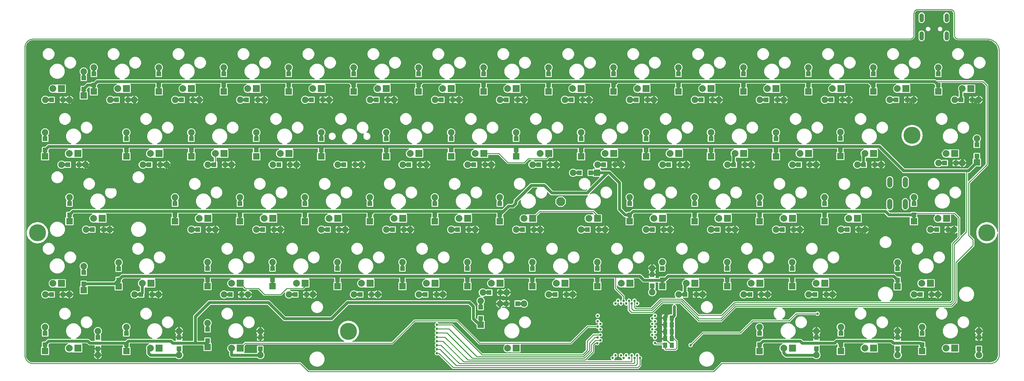
<source format=gbr>
G04 EAGLE Gerber RS-274X export*
G75*
%MOMM*%
%FSLAX34Y34*%
%LPD*%
%INBottom Copper*%
%IPPOS*%
%AMOC8*
5,1,8,0,0,1.08239X$1,22.5*%
G01*
%ADD10R,1.900000X1.900000*%
%ADD11C,1.900000*%
%ADD12R,1.397000X1.397000*%
%ADD13C,2.000000*%
%ADD14R,2.000000X2.000000*%
%ADD15C,1.308000*%
%ADD16C,1.524000*%
%ADD17R,1.300000X1.600000*%
%ADD18P,2.749271X8X22.500000*%
%ADD19C,5.000000*%
%ADD20C,0.812800*%
%ADD21C,0.254000*%
%ADD22C,0.756400*%
%ADD23C,0.254000*%

G36*
X2018392Y-20487D02*
X2018392Y-20487D01*
X2018491Y-20484D01*
X2018549Y-20467D01*
X2018609Y-20459D01*
X2018701Y-20423D01*
X2018796Y-20395D01*
X2018849Y-20365D01*
X2018905Y-20342D01*
X2018985Y-20284D01*
X2019070Y-20234D01*
X2019146Y-20168D01*
X2019162Y-20156D01*
X2019170Y-20146D01*
X2019191Y-20128D01*
X2040302Y983D01*
X2042589Y3271D01*
X2826636Y3271D01*
X2826670Y3275D01*
X2826704Y3273D01*
X2826827Y3295D01*
X2826951Y3311D01*
X2826983Y3323D01*
X2827017Y3329D01*
X2827131Y3382D01*
X2827173Y3398D01*
X2828353Y3277D01*
X2828371Y3278D01*
X2828482Y3271D01*
X2829816Y3271D01*
X2829834Y3263D01*
X2829918Y3250D01*
X2829999Y3227D01*
X2830140Y3214D01*
X2830148Y3213D01*
X2830152Y3213D01*
X2830159Y3213D01*
X2832155Y3166D01*
X2832223Y3173D01*
X2832292Y3170D01*
X2832452Y3194D01*
X2839220Y4651D01*
X2839332Y4690D01*
X2839447Y4722D01*
X2839501Y4749D01*
X2839520Y4756D01*
X2839537Y4767D01*
X2839591Y4794D01*
X2845578Y8272D01*
X2845672Y8344D01*
X2845771Y8409D01*
X2845814Y8452D01*
X2845831Y8465D01*
X2845843Y8481D01*
X2845886Y8522D01*
X2850505Y13680D01*
X2850573Y13777D01*
X2850647Y13871D01*
X2850675Y13925D01*
X2850686Y13941D01*
X2850693Y13960D01*
X2850721Y14013D01*
X2853521Y20346D01*
X2853540Y20412D01*
X2853569Y20475D01*
X2853608Y20631D01*
X2854209Y23918D01*
X2854210Y23952D01*
X2854219Y23985D01*
X2854229Y24146D01*
X2854229Y379702D01*
X2854222Y379756D01*
X2854225Y379811D01*
X2854203Y379913D01*
X2854189Y380017D01*
X2854169Y380068D01*
X2854158Y380122D01*
X2854111Y380216D01*
X2854072Y380313D01*
X2854040Y380357D01*
X2854016Y380406D01*
X2853947Y380485D01*
X2853886Y380570D01*
X2853843Y380605D01*
X2853808Y380647D01*
X2853721Y380706D01*
X2853641Y380773D01*
X2853591Y380796D01*
X2853546Y380828D01*
X2853448Y380864D01*
X2853353Y380909D01*
X2853299Y380919D01*
X2853248Y380938D01*
X2853143Y380949D01*
X2853041Y380969D01*
X2852986Y380965D01*
X2852932Y380971D01*
X2852828Y380955D01*
X2852723Y380949D01*
X2852671Y380932D01*
X2852617Y380924D01*
X2852520Y380883D01*
X2852421Y380851D01*
X2852374Y380821D01*
X2852324Y380800D01*
X2852241Y380737D01*
X2852152Y380681D01*
X2852114Y380641D01*
X2852071Y380608D01*
X2852006Y380525D01*
X2851934Y380449D01*
X2851908Y380401D01*
X2851874Y380358D01*
X2851831Y380262D01*
X2851780Y380170D01*
X2851767Y380117D01*
X2851745Y380068D01*
X2851708Y379911D01*
X2850585Y373178D01*
X2845691Y364135D01*
X2838127Y357172D01*
X2828711Y353042D01*
X2818465Y352193D01*
X2808497Y354717D01*
X2799890Y360340D01*
X2793575Y368454D01*
X2790237Y378179D01*
X2790237Y388460D01*
X2793575Y398185D01*
X2799890Y406298D01*
X2808497Y411922D01*
X2810207Y412355D01*
X2818465Y414446D01*
X2828711Y413597D01*
X2838127Y409467D01*
X2845691Y402503D01*
X2850585Y393461D01*
X2851708Y386728D01*
X2851724Y386676D01*
X2851731Y386621D01*
X2851769Y386524D01*
X2851799Y386423D01*
X2851828Y386376D01*
X2851848Y386326D01*
X2851909Y386241D01*
X2851963Y386151D01*
X2852002Y386113D01*
X2852034Y386068D01*
X2852115Y386001D01*
X2852190Y385928D01*
X2852237Y385900D01*
X2852279Y385866D01*
X2852374Y385821D01*
X2852465Y385768D01*
X2852518Y385753D01*
X2852567Y385730D01*
X2852670Y385710D01*
X2852771Y385682D01*
X2852826Y385681D01*
X2852880Y385670D01*
X2852984Y385677D01*
X2853089Y385674D01*
X2853142Y385687D01*
X2853197Y385690D01*
X2853297Y385722D01*
X2853399Y385746D01*
X2853447Y385771D01*
X2853499Y385788D01*
X2853588Y385844D01*
X2853681Y385892D01*
X2853722Y385929D01*
X2853768Y385958D01*
X2853840Y386035D01*
X2853918Y386105D01*
X2853949Y386150D01*
X2853986Y386190D01*
X2854037Y386282D01*
X2854095Y386369D01*
X2854113Y386420D01*
X2854140Y386468D01*
X2854166Y386570D01*
X2854201Y386669D01*
X2854205Y386723D01*
X2854219Y386776D01*
X2854229Y386937D01*
X2854229Y916781D01*
X2854227Y916802D01*
X2854227Y916864D01*
X2853960Y920934D01*
X2853951Y920977D01*
X2853951Y921022D01*
X2853919Y921179D01*
X2851813Y929041D01*
X2851780Y929121D01*
X2851757Y929203D01*
X2851697Y929326D01*
X2851693Y929336D01*
X2851690Y929339D01*
X2851686Y929347D01*
X2847616Y936396D01*
X2847565Y936464D01*
X2847521Y936538D01*
X2847430Y936641D01*
X2847424Y936650D01*
X2847421Y936652D01*
X2847415Y936659D01*
X2841659Y942415D01*
X2841591Y942467D01*
X2841530Y942527D01*
X2841417Y942603D01*
X2841408Y942609D01*
X2841404Y942611D01*
X2841396Y942616D01*
X2834347Y946686D01*
X2834269Y946719D01*
X2834194Y946761D01*
X2834064Y946805D01*
X2834054Y946809D01*
X2834050Y946810D01*
X2834041Y946813D01*
X2826179Y948919D01*
X2826136Y948925D01*
X2826094Y948939D01*
X2825934Y948960D01*
X2821864Y949227D01*
X2821844Y949225D01*
X2821781Y949229D01*
X2738673Y949229D01*
X2738656Y949227D01*
X2738542Y949222D01*
X2735898Y948947D01*
X2730349Y950596D01*
X2725854Y954243D01*
X2723097Y959333D01*
X2722964Y960610D01*
X2722956Y960642D01*
X2722955Y960675D01*
X2722920Y960797D01*
X2722891Y960919D01*
X2722876Y960949D01*
X2722867Y960981D01*
X2722803Y961089D01*
X2722779Y961134D01*
X2722779Y962314D01*
X2722777Y962332D01*
X2722772Y962446D01*
X2722651Y963610D01*
X2722664Y963630D01*
X2722674Y963662D01*
X2722690Y963691D01*
X2722721Y963813D01*
X2722759Y963934D01*
X2722761Y963967D01*
X2722769Y963999D01*
X2722779Y964160D01*
X2722779Y1026970D01*
X2722777Y1026990D01*
X2722773Y1027094D01*
X2722632Y1028526D01*
X2722609Y1028630D01*
X2722594Y1028735D01*
X2722566Y1028815D01*
X2722562Y1028836D01*
X2722554Y1028851D01*
X2722542Y1028888D01*
X2721446Y1031534D01*
X2721441Y1031542D01*
X2721438Y1031551D01*
X2721362Y1031681D01*
X2721288Y1031810D01*
X2721282Y1031816D01*
X2721277Y1031825D01*
X2721170Y1031945D01*
X2719145Y1033970D01*
X2719138Y1033976D01*
X2719132Y1033983D01*
X2719013Y1034073D01*
X2718894Y1034165D01*
X2718886Y1034169D01*
X2718878Y1034175D01*
X2718734Y1034246D01*
X2716088Y1035342D01*
X2716040Y1035355D01*
X2715995Y1035376D01*
X2715939Y1035387D01*
X2715885Y1035406D01*
X2715802Y1035420D01*
X2715781Y1035426D01*
X2715765Y1035426D01*
X2715726Y1035432D01*
X2714294Y1035573D01*
X2714274Y1035573D01*
X2714170Y1035579D01*
X2619100Y1035579D01*
X2619080Y1035577D01*
X2618976Y1035573D01*
X2617544Y1035432D01*
X2617440Y1035409D01*
X2617335Y1035394D01*
X2617255Y1035366D01*
X2617234Y1035362D01*
X2617219Y1035354D01*
X2617182Y1035342D01*
X2614536Y1034246D01*
X2614528Y1034241D01*
X2614519Y1034238D01*
X2614389Y1034162D01*
X2614260Y1034088D01*
X2614254Y1034082D01*
X2614245Y1034077D01*
X2614125Y1033970D01*
X2612100Y1031945D01*
X2612094Y1031938D01*
X2612087Y1031932D01*
X2611997Y1031813D01*
X2611905Y1031694D01*
X2611901Y1031686D01*
X2611895Y1031678D01*
X2611824Y1031534D01*
X2610728Y1028888D01*
X2610700Y1028785D01*
X2610664Y1028685D01*
X2610650Y1028602D01*
X2610644Y1028581D01*
X2610644Y1028565D01*
X2610638Y1028526D01*
X2610497Y1027094D01*
X2610497Y1027075D01*
X2610491Y1026970D01*
X2610491Y964226D01*
X2610497Y964177D01*
X2610495Y964127D01*
X2610517Y964020D01*
X2610531Y963911D01*
X2610549Y963865D01*
X2610559Y963816D01*
X2610594Y963744D01*
X2610495Y962472D01*
X2610496Y962450D01*
X2610491Y962373D01*
X2610491Y961106D01*
X2610476Y961084D01*
X2610441Y960980D01*
X2610397Y960880D01*
X2610389Y960830D01*
X2610373Y960783D01*
X2610350Y960624D01*
X2610261Y959478D01*
X2607698Y954442D01*
X2603403Y950769D01*
X2598030Y949019D01*
X2595389Y949225D01*
X2595367Y949224D01*
X2595291Y949229D01*
X24039Y949229D01*
X24026Y949228D01*
X23896Y949221D01*
X20766Y948867D01*
X20699Y948851D01*
X20630Y948844D01*
X20475Y948799D01*
X14527Y946638D01*
X14421Y946584D01*
X14312Y946537D01*
X14262Y946503D01*
X14244Y946493D01*
X14229Y946480D01*
X14179Y946446D01*
X9189Y942553D01*
X9158Y942522D01*
X9152Y942518D01*
X9143Y942507D01*
X9105Y942469D01*
X9017Y942391D01*
X8979Y942343D01*
X8965Y942328D01*
X8955Y942310D01*
X8918Y942263D01*
X5375Y937019D01*
X5322Y936913D01*
X5261Y936811D01*
X5241Y936754D01*
X5232Y936735D01*
X5227Y936715D01*
X5207Y936659D01*
X3458Y930577D01*
X3448Y930509D01*
X3427Y930443D01*
X3410Y930282D01*
X3272Y927171D01*
X3273Y927155D01*
X3271Y927115D01*
X3271Y926977D01*
X3272Y926964D01*
X3271Y926934D01*
X3322Y925454D01*
X3310Y925422D01*
X3300Y925345D01*
X3281Y925270D01*
X3275Y925184D01*
X3273Y925173D01*
X3274Y925161D01*
X3271Y925110D01*
X3271Y23770D01*
X3273Y23748D01*
X3275Y23670D01*
X3511Y20662D01*
X3525Y20594D01*
X3530Y20526D01*
X3570Y20370D01*
X5429Y14648D01*
X5463Y14576D01*
X5487Y14500D01*
X5508Y14467D01*
X5523Y14430D01*
X5555Y14378D01*
X5564Y14360D01*
X5577Y14344D01*
X5609Y14294D01*
X9145Y9426D01*
X9227Y9340D01*
X9302Y9248D01*
X9349Y9209D01*
X9363Y9194D01*
X9380Y9184D01*
X9426Y9145D01*
X14294Y5609D01*
X14398Y5552D01*
X14498Y5488D01*
X14554Y5466D01*
X14572Y5456D01*
X14592Y5451D01*
X14648Y5429D01*
X20370Y3570D01*
X20437Y3557D01*
X20503Y3534D01*
X20662Y3511D01*
X23670Y3275D01*
X23692Y3276D01*
X23770Y3271D01*
X809425Y3271D01*
X832823Y-20128D01*
X832901Y-20188D01*
X832973Y-20256D01*
X833026Y-20285D01*
X833074Y-20322D01*
X833165Y-20362D01*
X833252Y-20410D01*
X833310Y-20425D01*
X833366Y-20449D01*
X833464Y-20464D01*
X833560Y-20489D01*
X833660Y-20495D01*
X833680Y-20499D01*
X833693Y-20497D01*
X833721Y-20499D01*
X2018294Y-20499D01*
X2018392Y-20487D01*
G37*
%LPC*%
G36*
X1877984Y37314D02*
X1877984Y37314D01*
X1873721Y41577D01*
X1873717Y41590D01*
X1873712Y41631D01*
X1873668Y41741D01*
X1873631Y41854D01*
X1873610Y41889D01*
X1873595Y41926D01*
X1873525Y42022D01*
X1873461Y42123D01*
X1873432Y42151D01*
X1873408Y42184D01*
X1873316Y42260D01*
X1873230Y42341D01*
X1873194Y42361D01*
X1873163Y42386D01*
X1873055Y42437D01*
X1872951Y42495D01*
X1872912Y42505D01*
X1872875Y42522D01*
X1872759Y42544D01*
X1872643Y42574D01*
X1872583Y42578D01*
X1872563Y42582D01*
X1872543Y42580D01*
X1872483Y42584D01*
X1870010Y42584D01*
X1868522Y44073D01*
X1868522Y52045D01*
X1868507Y52163D01*
X1868499Y52282D01*
X1868487Y52320D01*
X1868482Y52361D01*
X1868438Y52471D01*
X1868401Y52584D01*
X1868380Y52619D01*
X1868365Y52656D01*
X1868295Y52752D01*
X1868231Y52853D01*
X1868202Y52881D01*
X1868178Y52914D01*
X1868086Y52990D01*
X1868000Y53071D01*
X1867964Y53091D01*
X1867933Y53116D01*
X1867825Y53167D01*
X1867721Y53225D01*
X1867682Y53235D01*
X1867645Y53252D01*
X1867529Y53274D01*
X1867413Y53304D01*
X1867353Y53308D01*
X1867333Y53312D01*
X1867313Y53310D01*
X1867253Y53314D01*
X1849294Y53314D01*
X1849227Y53366D01*
X1849155Y53434D01*
X1849102Y53463D01*
X1849054Y53500D01*
X1848963Y53540D01*
X1848876Y53588D01*
X1848818Y53603D01*
X1848762Y53627D01*
X1848664Y53642D01*
X1848568Y53667D01*
X1848468Y53673D01*
X1848448Y53677D01*
X1848436Y53675D01*
X1848408Y53677D01*
X1846742Y53677D01*
X1844418Y54640D01*
X1842640Y56418D01*
X1841677Y58742D01*
X1841677Y61258D01*
X1842640Y63582D01*
X1844418Y65360D01*
X1846742Y66323D01*
X1849258Y66323D01*
X1851582Y65360D01*
X1853360Y63582D01*
X1854132Y61719D01*
X1854146Y61694D01*
X1854155Y61666D01*
X1854225Y61556D01*
X1854289Y61443D01*
X1854310Y61422D01*
X1854325Y61397D01*
X1854420Y61308D01*
X1854510Y61215D01*
X1854536Y61199D01*
X1854557Y61179D01*
X1854671Y61116D01*
X1854781Y61048D01*
X1854810Y61040D01*
X1854836Y61025D01*
X1854961Y60993D01*
X1855085Y60955D01*
X1855115Y60953D01*
X1855143Y60946D01*
X1855304Y60936D01*
X1867253Y60936D01*
X1867371Y60951D01*
X1867489Y60958D01*
X1867528Y60971D01*
X1867568Y60976D01*
X1867679Y61019D01*
X1867792Y61056D01*
X1867826Y61078D01*
X1867864Y61093D01*
X1867960Y61162D01*
X1868061Y61226D01*
X1868088Y61256D01*
X1868121Y61279D01*
X1868197Y61371D01*
X1868279Y61458D01*
X1868298Y61493D01*
X1868324Y61524D01*
X1868375Y61632D01*
X1868432Y61736D01*
X1868442Y61776D01*
X1868459Y61812D01*
X1868482Y61929D01*
X1868512Y62044D01*
X1868515Y62104D01*
X1868519Y62124D01*
X1868518Y62145D01*
X1868520Y62176D01*
X1868663Y62318D01*
X1868732Y62407D01*
X1868807Y62491D01*
X1868829Y62532D01*
X1868858Y62570D01*
X1868902Y62673D01*
X1868955Y62772D01*
X1868965Y62818D01*
X1868984Y62862D01*
X1869002Y62973D01*
X1869027Y63082D01*
X1869027Y63129D01*
X1869034Y63176D01*
X1869023Y63288D01*
X1869021Y63400D01*
X1869009Y63445D01*
X1869004Y63492D01*
X1868966Y63598D01*
X1868936Y63706D01*
X1868904Y63771D01*
X1868897Y63792D01*
X1868886Y63807D01*
X1868865Y63851D01*
X1868695Y64144D01*
X1868522Y64791D01*
X1868522Y70586D01*
X1876292Y70586D01*
X1876411Y70601D01*
X1876529Y70608D01*
X1876568Y70621D01*
X1876608Y70626D01*
X1876719Y70669D01*
X1876832Y70706D01*
X1876866Y70728D01*
X1876904Y70743D01*
X1877000Y70813D01*
X1877101Y70876D01*
X1877128Y70906D01*
X1877161Y70930D01*
X1877237Y71021D01*
X1877318Y71108D01*
X1877338Y71143D01*
X1877364Y71174D01*
X1877414Y71282D01*
X1877472Y71386D01*
X1877482Y71426D01*
X1877499Y71462D01*
X1877522Y71579D01*
X1877551Y71694D01*
X1877555Y71755D01*
X1877559Y71775D01*
X1877558Y71795D01*
X1877562Y71855D01*
X1877562Y73126D01*
X1878832Y73126D01*
X1878951Y73141D01*
X1879069Y73148D01*
X1879108Y73161D01*
X1879148Y73166D01*
X1879259Y73210D01*
X1879372Y73246D01*
X1879406Y73268D01*
X1879444Y73283D01*
X1879540Y73353D01*
X1879641Y73416D01*
X1879668Y73446D01*
X1879701Y73470D01*
X1879777Y73561D01*
X1879858Y73648D01*
X1879878Y73683D01*
X1879904Y73715D01*
X1879955Y73822D01*
X1880012Y73926D01*
X1880022Y73966D01*
X1880039Y74002D01*
X1880062Y74119D01*
X1880091Y74234D01*
X1880095Y74295D01*
X1880099Y74315D01*
X1880098Y74335D01*
X1880102Y74395D01*
X1880102Y91855D01*
X1880087Y91973D01*
X1880079Y92092D01*
X1880067Y92130D01*
X1880062Y92170D01*
X1880018Y92281D01*
X1879981Y92394D01*
X1879960Y92429D01*
X1879945Y92466D01*
X1879875Y92562D01*
X1879811Y92663D01*
X1879782Y92691D01*
X1879758Y92723D01*
X1879666Y92799D01*
X1879580Y92881D01*
X1879544Y92900D01*
X1879513Y92926D01*
X1879405Y92977D01*
X1879301Y93034D01*
X1879262Y93045D01*
X1879225Y93062D01*
X1879108Y93084D01*
X1878993Y93114D01*
X1878933Y93118D01*
X1878913Y93122D01*
X1878893Y93120D01*
X1878832Y93124D01*
X1877562Y93124D01*
X1877562Y93126D01*
X1878832Y93126D01*
X1878951Y93141D01*
X1879069Y93148D01*
X1879108Y93161D01*
X1879148Y93166D01*
X1879259Y93210D01*
X1879372Y93246D01*
X1879406Y93268D01*
X1879444Y93283D01*
X1879540Y93353D01*
X1879641Y93416D01*
X1879668Y93446D01*
X1879701Y93470D01*
X1879777Y93561D01*
X1879858Y93648D01*
X1879878Y93683D01*
X1879904Y93715D01*
X1879954Y93822D01*
X1880012Y93926D01*
X1880022Y93966D01*
X1880039Y94002D01*
X1880062Y94119D01*
X1880091Y94234D01*
X1880095Y94295D01*
X1880099Y94315D01*
X1880098Y94335D01*
X1880102Y94395D01*
X1880102Y111855D01*
X1880087Y111973D01*
X1880079Y112092D01*
X1880067Y112130D01*
X1880062Y112170D01*
X1880018Y112281D01*
X1879981Y112394D01*
X1879960Y112429D01*
X1879945Y112466D01*
X1879875Y112562D01*
X1879811Y112663D01*
X1879782Y112691D01*
X1879758Y112723D01*
X1879666Y112799D01*
X1879580Y112881D01*
X1879544Y112900D01*
X1879513Y112926D01*
X1879405Y112977D01*
X1879301Y113034D01*
X1879262Y113045D01*
X1879225Y113062D01*
X1879108Y113084D01*
X1878993Y113114D01*
X1878933Y113118D01*
X1878913Y113122D01*
X1878893Y113120D01*
X1878832Y113124D01*
X1877562Y113124D01*
X1877562Y113126D01*
X1878832Y113126D01*
X1878951Y113141D01*
X1879069Y113148D01*
X1879108Y113161D01*
X1879148Y113166D01*
X1879259Y113210D01*
X1879372Y113246D01*
X1879406Y113268D01*
X1879444Y113283D01*
X1879540Y113353D01*
X1879641Y113416D01*
X1879668Y113446D01*
X1879701Y113470D01*
X1879777Y113561D01*
X1879858Y113648D01*
X1879878Y113683D01*
X1879904Y113715D01*
X1879955Y113822D01*
X1880012Y113926D01*
X1880022Y113966D01*
X1880039Y114002D01*
X1880062Y114119D01*
X1880091Y114234D01*
X1880095Y114295D01*
X1880099Y114315D01*
X1880098Y114335D01*
X1880102Y114395D01*
X1880102Y131855D01*
X1880087Y131973D01*
X1880079Y132092D01*
X1880067Y132130D01*
X1880062Y132170D01*
X1880018Y132281D01*
X1879981Y132394D01*
X1879960Y132429D01*
X1879945Y132466D01*
X1879875Y132562D01*
X1879811Y132663D01*
X1879782Y132691D01*
X1879758Y132723D01*
X1879666Y132799D01*
X1879580Y132881D01*
X1879544Y132900D01*
X1879513Y132926D01*
X1879405Y132977D01*
X1879301Y133034D01*
X1879262Y133045D01*
X1879225Y133062D01*
X1879108Y133084D01*
X1878993Y133114D01*
X1878933Y133118D01*
X1878913Y133122D01*
X1878893Y133120D01*
X1878832Y133124D01*
X1877562Y133124D01*
X1877562Y133126D01*
X1878832Y133126D01*
X1878951Y133141D01*
X1879069Y133148D01*
X1879108Y133161D01*
X1879148Y133166D01*
X1879259Y133210D01*
X1879372Y133246D01*
X1879406Y133268D01*
X1879444Y133283D01*
X1879540Y133353D01*
X1879641Y133416D01*
X1879668Y133446D01*
X1879701Y133470D01*
X1879777Y133561D01*
X1879858Y133648D01*
X1879878Y133683D01*
X1879904Y133715D01*
X1879954Y133822D01*
X1880012Y133926D01*
X1880022Y133966D01*
X1880039Y134002D01*
X1880062Y134119D01*
X1880091Y134234D01*
X1880095Y134295D01*
X1880099Y134315D01*
X1880098Y134335D01*
X1880102Y134395D01*
X1880102Y143666D01*
X1884397Y143666D01*
X1885043Y143493D01*
X1885622Y143158D01*
X1886096Y142685D01*
X1886342Y142258D01*
X1886418Y142157D01*
X1886489Y142053D01*
X1886514Y142031D01*
X1886535Y142004D01*
X1886633Y141926D01*
X1886727Y141843D01*
X1886757Y141828D01*
X1886784Y141807D01*
X1886899Y141755D01*
X1887011Y141698D01*
X1887043Y141691D01*
X1887074Y141677D01*
X1887199Y141656D01*
X1887321Y141629D01*
X1887355Y141630D01*
X1887388Y141624D01*
X1887513Y141635D01*
X1887639Y141638D01*
X1887671Y141648D01*
X1887705Y141651D01*
X1887824Y141692D01*
X1887944Y141727D01*
X1887973Y141744D01*
X1888005Y141755D01*
X1888110Y141825D01*
X1888218Y141888D01*
X1888255Y141921D01*
X1888270Y141931D01*
X1888285Y141947D01*
X1888339Y141995D01*
X1890010Y143666D01*
X1897126Y143666D01*
X1897244Y143681D01*
X1897363Y143688D01*
X1897401Y143701D01*
X1897442Y143706D01*
X1897552Y143749D01*
X1897665Y143786D01*
X1897700Y143808D01*
X1897737Y143823D01*
X1897833Y143892D01*
X1897934Y143956D01*
X1897962Y143986D01*
X1897995Y144009D01*
X1898071Y144101D01*
X1898152Y144188D01*
X1898172Y144223D01*
X1898197Y144254D01*
X1898248Y144362D01*
X1898306Y144466D01*
X1898316Y144506D01*
X1898333Y144542D01*
X1898355Y144659D01*
X1898385Y144774D01*
X1898389Y144834D01*
X1898393Y144854D01*
X1898391Y144875D01*
X1898395Y144935D01*
X1898395Y168001D01*
X1899401Y170429D01*
X1901259Y172287D01*
X1901390Y172341D01*
X1901451Y172376D01*
X1901516Y172401D01*
X1901588Y172454D01*
X1901666Y172499D01*
X1901716Y172547D01*
X1901773Y172588D01*
X1901830Y172657D01*
X1901895Y172720D01*
X1901931Y172779D01*
X1901976Y172833D01*
X1902014Y172914D01*
X1902061Y172991D01*
X1902082Y173058D01*
X1902111Y173121D01*
X1902128Y173209D01*
X1902155Y173295D01*
X1902158Y173365D01*
X1902171Y173433D01*
X1902166Y173523D01*
X1902170Y173613D01*
X1902156Y173681D01*
X1902151Y173751D01*
X1902124Y173836D01*
X1902106Y173924D01*
X1902075Y173987D01*
X1902053Y174053D01*
X1902005Y174129D01*
X1901966Y174210D01*
X1901921Y174263D01*
X1901883Y174322D01*
X1901818Y174383D01*
X1901759Y174452D01*
X1901702Y174492D01*
X1901652Y174540D01*
X1901573Y174583D01*
X1901499Y174635D01*
X1901434Y174660D01*
X1901373Y174693D01*
X1901286Y174716D01*
X1901202Y174748D01*
X1901133Y174755D01*
X1901065Y174773D01*
X1900904Y174783D01*
X1871385Y174783D01*
X1871287Y174771D01*
X1871188Y174768D01*
X1871130Y174751D01*
X1871070Y174743D01*
X1870978Y174707D01*
X1870883Y174679D01*
X1870831Y174648D01*
X1870774Y174626D01*
X1870694Y174568D01*
X1870609Y174518D01*
X1870533Y174451D01*
X1870517Y174439D01*
X1870509Y174430D01*
X1870488Y174411D01*
X1844571Y148495D01*
X1844571Y148494D01*
X1843841Y147764D01*
X1843798Y147709D01*
X1843748Y147660D01*
X1843701Y147584D01*
X1843646Y147513D01*
X1843618Y147448D01*
X1843581Y147389D01*
X1843555Y147303D01*
X1843519Y147221D01*
X1843508Y147152D01*
X1843488Y147085D01*
X1843483Y146996D01*
X1843469Y146907D01*
X1843476Y146837D01*
X1843473Y146767D01*
X1843491Y146680D01*
X1843499Y146590D01*
X1843523Y146524D01*
X1843537Y146456D01*
X1843576Y146375D01*
X1843607Y146291D01*
X1843646Y146233D01*
X1843677Y146170D01*
X1843735Y146102D01*
X1843785Y146028D01*
X1843838Y145981D01*
X1843883Y145928D01*
X1843956Y145877D01*
X1844024Y145817D01*
X1844086Y145785D01*
X1844143Y145745D01*
X1844227Y145713D01*
X1844307Y145672D01*
X1844375Y145657D01*
X1844440Y145632D01*
X1844530Y145622D01*
X1844617Y145603D01*
X1844687Y145605D01*
X1844756Y145597D01*
X1844845Y145610D01*
X1844935Y145612D01*
X1845002Y145632D01*
X1845071Y145642D01*
X1845224Y145694D01*
X1846742Y146323D01*
X1849258Y146323D01*
X1851582Y145360D01*
X1853360Y143582D01*
X1854323Y141258D01*
X1854323Y138742D01*
X1853360Y136418D01*
X1851582Y134640D01*
X1849258Y133677D01*
X1847592Y133677D01*
X1847474Y133662D01*
X1847355Y133655D01*
X1847317Y133642D01*
X1847276Y133637D01*
X1847166Y133594D01*
X1847053Y133557D01*
X1847018Y133535D01*
X1846981Y133520D01*
X1846885Y133451D01*
X1846784Y133387D01*
X1846756Y133357D01*
X1846723Y133334D01*
X1846647Y133242D01*
X1846566Y133155D01*
X1846546Y133120D01*
X1846521Y133089D01*
X1846470Y132981D01*
X1846412Y132877D01*
X1846402Y132837D01*
X1846385Y132801D01*
X1846363Y132684D01*
X1846333Y132569D01*
X1846329Y132509D01*
X1846325Y132489D01*
X1846327Y132468D01*
X1846323Y132408D01*
X1846323Y131592D01*
X1846338Y131474D01*
X1846345Y131355D01*
X1846358Y131317D01*
X1846363Y131276D01*
X1846406Y131166D01*
X1846443Y131053D01*
X1846465Y131018D01*
X1846480Y130981D01*
X1846549Y130885D01*
X1846613Y130784D01*
X1846643Y130756D01*
X1846666Y130723D01*
X1846758Y130647D01*
X1846845Y130566D01*
X1846880Y130546D01*
X1846911Y130521D01*
X1847019Y130470D01*
X1847123Y130412D01*
X1847163Y130402D01*
X1847199Y130385D01*
X1847316Y130363D01*
X1847431Y130333D01*
X1847491Y130329D01*
X1847511Y130325D01*
X1847532Y130327D01*
X1847592Y130323D01*
X1849258Y130323D01*
X1851582Y129360D01*
X1853360Y127582D01*
X1854323Y125258D01*
X1854323Y122742D01*
X1853360Y120418D01*
X1851582Y118640D01*
X1849258Y117677D01*
X1847592Y117677D01*
X1847474Y117662D01*
X1847355Y117655D01*
X1847317Y117642D01*
X1847276Y117637D01*
X1847166Y117594D01*
X1847053Y117557D01*
X1847018Y117535D01*
X1846981Y117520D01*
X1846885Y117451D01*
X1846784Y117387D01*
X1846756Y117357D01*
X1846723Y117334D01*
X1846647Y117242D01*
X1846566Y117155D01*
X1846546Y117120D01*
X1846521Y117089D01*
X1846470Y116981D01*
X1846412Y116877D01*
X1846402Y116837D01*
X1846385Y116801D01*
X1846363Y116684D01*
X1846333Y116569D01*
X1846329Y116509D01*
X1846325Y116489D01*
X1846327Y116468D01*
X1846323Y116408D01*
X1846323Y115592D01*
X1846338Y115474D01*
X1846345Y115355D01*
X1846358Y115317D01*
X1846363Y115276D01*
X1846406Y115166D01*
X1846443Y115053D01*
X1846465Y115018D01*
X1846480Y114981D01*
X1846549Y114885D01*
X1846613Y114784D01*
X1846643Y114756D01*
X1846666Y114723D01*
X1846758Y114647D01*
X1846845Y114566D01*
X1846880Y114546D01*
X1846911Y114521D01*
X1847019Y114470D01*
X1847123Y114412D01*
X1847163Y114402D01*
X1847199Y114385D01*
X1847316Y114363D01*
X1847431Y114333D01*
X1847491Y114329D01*
X1847511Y114325D01*
X1847532Y114327D01*
X1847592Y114323D01*
X1849258Y114323D01*
X1851582Y113360D01*
X1853360Y111582D01*
X1854323Y109258D01*
X1854323Y106742D01*
X1853360Y104418D01*
X1851582Y102640D01*
X1849258Y101677D01*
X1847592Y101677D01*
X1847474Y101662D01*
X1847355Y101655D01*
X1847317Y101642D01*
X1847276Y101637D01*
X1847166Y101594D01*
X1847053Y101557D01*
X1847018Y101535D01*
X1846981Y101520D01*
X1846885Y101451D01*
X1846784Y101387D01*
X1846756Y101357D01*
X1846723Y101334D01*
X1846647Y101242D01*
X1846566Y101155D01*
X1846546Y101120D01*
X1846521Y101089D01*
X1846470Y100981D01*
X1846412Y100877D01*
X1846402Y100837D01*
X1846385Y100801D01*
X1846363Y100684D01*
X1846333Y100569D01*
X1846329Y100509D01*
X1846325Y100489D01*
X1846327Y100468D01*
X1846323Y100408D01*
X1846323Y99592D01*
X1846338Y99474D01*
X1846345Y99355D01*
X1846358Y99317D01*
X1846363Y99276D01*
X1846406Y99166D01*
X1846443Y99053D01*
X1846465Y99018D01*
X1846480Y98981D01*
X1846549Y98885D01*
X1846613Y98784D01*
X1846643Y98756D01*
X1846666Y98723D01*
X1846758Y98647D01*
X1846845Y98566D01*
X1846880Y98546D01*
X1846911Y98521D01*
X1847019Y98470D01*
X1847123Y98412D01*
X1847163Y98402D01*
X1847199Y98385D01*
X1847316Y98363D01*
X1847431Y98333D01*
X1847491Y98329D01*
X1847511Y98325D01*
X1847532Y98327D01*
X1847592Y98323D01*
X1849258Y98323D01*
X1851582Y97360D01*
X1853360Y95582D01*
X1854323Y93258D01*
X1854323Y90742D01*
X1853360Y88418D01*
X1851582Y86640D01*
X1849258Y85677D01*
X1847592Y85677D01*
X1847474Y85662D01*
X1847355Y85655D01*
X1847317Y85642D01*
X1847276Y85637D01*
X1847166Y85594D01*
X1847053Y85557D01*
X1847018Y85535D01*
X1846981Y85520D01*
X1846885Y85451D01*
X1846784Y85387D01*
X1846756Y85357D01*
X1846723Y85334D01*
X1846647Y85242D01*
X1846566Y85155D01*
X1846546Y85120D01*
X1846521Y85089D01*
X1846470Y84981D01*
X1846412Y84877D01*
X1846402Y84837D01*
X1846385Y84801D01*
X1846363Y84684D01*
X1846333Y84569D01*
X1846329Y84509D01*
X1846325Y84489D01*
X1846327Y84468D01*
X1846323Y84408D01*
X1846323Y83592D01*
X1846338Y83474D01*
X1846345Y83355D01*
X1846358Y83317D01*
X1846363Y83276D01*
X1846407Y83165D01*
X1846443Y83053D01*
X1846465Y83018D01*
X1846480Y82981D01*
X1846549Y82885D01*
X1846613Y82784D01*
X1846643Y82756D01*
X1846666Y82723D01*
X1846758Y82647D01*
X1846845Y82566D01*
X1846880Y82546D01*
X1846911Y82521D01*
X1847019Y82470D01*
X1847123Y82412D01*
X1847163Y82402D01*
X1847199Y82385D01*
X1847316Y82363D01*
X1847431Y82333D01*
X1847491Y82329D01*
X1847511Y82325D01*
X1847532Y82327D01*
X1847592Y82323D01*
X1849258Y82323D01*
X1851582Y81360D01*
X1853360Y79582D01*
X1854323Y77258D01*
X1854323Y74742D01*
X1853360Y72418D01*
X1851582Y70640D01*
X1849258Y69677D01*
X1846742Y69677D01*
X1844418Y70640D01*
X1842640Y72418D01*
X1841677Y74742D01*
X1841677Y76408D01*
X1841662Y76526D01*
X1841655Y76645D01*
X1841642Y76683D01*
X1841637Y76724D01*
X1841594Y76834D01*
X1841557Y76947D01*
X1841535Y76982D01*
X1841520Y77019D01*
X1841451Y77115D01*
X1841387Y77216D01*
X1841357Y77244D01*
X1841334Y77277D01*
X1841242Y77353D01*
X1841155Y77434D01*
X1841120Y77454D01*
X1841089Y77479D01*
X1840981Y77530D01*
X1840877Y77588D01*
X1840837Y77598D01*
X1840801Y77615D01*
X1840684Y77637D01*
X1840569Y77667D01*
X1840509Y77671D01*
X1840489Y77675D01*
X1840468Y77673D01*
X1840408Y77677D01*
X1838742Y77677D01*
X1836418Y78640D01*
X1834640Y80418D01*
X1833677Y82742D01*
X1833677Y85258D01*
X1834640Y87582D01*
X1836418Y89360D01*
X1838742Y90323D01*
X1840408Y90323D01*
X1840526Y90338D01*
X1840645Y90345D01*
X1840683Y90358D01*
X1840724Y90363D01*
X1840834Y90406D01*
X1840947Y90443D01*
X1840982Y90465D01*
X1841019Y90480D01*
X1841115Y90549D01*
X1841216Y90613D01*
X1841244Y90643D01*
X1841277Y90666D01*
X1841353Y90758D01*
X1841434Y90845D01*
X1841454Y90880D01*
X1841479Y90911D01*
X1841530Y91019D01*
X1841588Y91123D01*
X1841598Y91163D01*
X1841615Y91199D01*
X1841637Y91316D01*
X1841667Y91431D01*
X1841671Y91491D01*
X1841675Y91511D01*
X1841673Y91532D01*
X1841677Y91592D01*
X1841677Y92408D01*
X1841662Y92526D01*
X1841655Y92645D01*
X1841642Y92683D01*
X1841637Y92724D01*
X1841594Y92834D01*
X1841557Y92947D01*
X1841535Y92982D01*
X1841520Y93019D01*
X1841451Y93115D01*
X1841387Y93216D01*
X1841357Y93244D01*
X1841334Y93277D01*
X1841242Y93353D01*
X1841155Y93434D01*
X1841120Y93454D01*
X1841089Y93479D01*
X1840981Y93530D01*
X1840877Y93588D01*
X1840837Y93598D01*
X1840801Y93615D01*
X1840684Y93637D01*
X1840569Y93667D01*
X1840509Y93671D01*
X1840489Y93675D01*
X1840468Y93673D01*
X1840408Y93677D01*
X1838742Y93677D01*
X1836418Y94640D01*
X1834640Y96418D01*
X1833677Y98742D01*
X1833677Y101258D01*
X1834640Y103582D01*
X1836418Y105360D01*
X1838742Y106323D01*
X1840408Y106323D01*
X1840526Y106338D01*
X1840645Y106345D01*
X1840683Y106358D01*
X1840724Y106363D01*
X1840834Y106406D01*
X1840947Y106443D01*
X1840982Y106465D01*
X1841019Y106480D01*
X1841115Y106549D01*
X1841216Y106613D01*
X1841244Y106643D01*
X1841277Y106666D01*
X1841353Y106758D01*
X1841434Y106845D01*
X1841454Y106880D01*
X1841479Y106911D01*
X1841530Y107019D01*
X1841588Y107123D01*
X1841598Y107163D01*
X1841615Y107199D01*
X1841637Y107316D01*
X1841667Y107431D01*
X1841671Y107491D01*
X1841675Y107511D01*
X1841673Y107532D01*
X1841677Y107592D01*
X1841677Y108408D01*
X1841662Y108526D01*
X1841655Y108645D01*
X1841642Y108683D01*
X1841637Y108724D01*
X1841594Y108834D01*
X1841557Y108947D01*
X1841535Y108982D01*
X1841520Y109019D01*
X1841451Y109115D01*
X1841387Y109216D01*
X1841357Y109244D01*
X1841334Y109277D01*
X1841242Y109353D01*
X1841155Y109434D01*
X1841120Y109454D01*
X1841089Y109479D01*
X1840981Y109530D01*
X1840877Y109588D01*
X1840837Y109598D01*
X1840801Y109615D01*
X1840684Y109637D01*
X1840569Y109667D01*
X1840509Y109671D01*
X1840489Y109675D01*
X1840468Y109673D01*
X1840408Y109677D01*
X1838742Y109677D01*
X1836418Y110640D01*
X1834640Y112418D01*
X1833677Y114742D01*
X1833677Y117258D01*
X1834640Y119582D01*
X1836418Y121360D01*
X1838742Y122323D01*
X1840408Y122323D01*
X1840526Y122338D01*
X1840645Y122345D01*
X1840683Y122358D01*
X1840724Y122363D01*
X1840834Y122406D01*
X1840947Y122443D01*
X1840982Y122465D01*
X1841019Y122480D01*
X1841115Y122549D01*
X1841216Y122613D01*
X1841244Y122643D01*
X1841277Y122666D01*
X1841353Y122758D01*
X1841434Y122845D01*
X1841454Y122880D01*
X1841479Y122911D01*
X1841530Y123019D01*
X1841588Y123123D01*
X1841598Y123163D01*
X1841615Y123199D01*
X1841637Y123316D01*
X1841667Y123431D01*
X1841671Y123491D01*
X1841675Y123511D01*
X1841673Y123532D01*
X1841677Y123592D01*
X1841677Y124408D01*
X1841662Y124526D01*
X1841655Y124645D01*
X1841642Y124683D01*
X1841637Y124724D01*
X1841594Y124834D01*
X1841557Y124947D01*
X1841535Y124982D01*
X1841520Y125019D01*
X1841451Y125115D01*
X1841387Y125216D01*
X1841357Y125244D01*
X1841334Y125277D01*
X1841242Y125353D01*
X1841155Y125434D01*
X1841120Y125454D01*
X1841089Y125479D01*
X1840981Y125530D01*
X1840877Y125588D01*
X1840837Y125598D01*
X1840801Y125615D01*
X1840684Y125637D01*
X1840569Y125667D01*
X1840509Y125671D01*
X1840489Y125675D01*
X1840468Y125673D01*
X1840408Y125677D01*
X1838742Y125677D01*
X1836418Y126640D01*
X1834640Y128418D01*
X1833677Y130742D01*
X1833677Y133258D01*
X1834640Y135582D01*
X1836418Y137360D01*
X1838742Y138323D01*
X1840408Y138323D01*
X1840526Y138338D01*
X1840645Y138345D01*
X1840683Y138358D01*
X1840724Y138363D01*
X1840834Y138406D01*
X1840947Y138443D01*
X1840982Y138465D01*
X1841019Y138480D01*
X1841115Y138549D01*
X1841216Y138613D01*
X1841244Y138643D01*
X1841277Y138666D01*
X1841353Y138758D01*
X1841434Y138845D01*
X1841454Y138880D01*
X1841479Y138911D01*
X1841530Y139019D01*
X1841588Y139123D01*
X1841598Y139163D01*
X1841615Y139199D01*
X1841637Y139316D01*
X1841667Y139431D01*
X1841671Y139491D01*
X1841675Y139511D01*
X1841673Y139532D01*
X1841677Y139592D01*
X1841677Y141258D01*
X1842640Y143582D01*
X1842782Y143724D01*
X1842867Y143833D01*
X1842956Y143941D01*
X1842965Y143959D01*
X1842977Y143975D01*
X1843032Y144103D01*
X1843092Y144228D01*
X1843095Y144248D01*
X1843103Y144267D01*
X1843125Y144404D01*
X1843151Y144541D01*
X1843150Y144561D01*
X1843153Y144581D01*
X1843140Y144719D01*
X1843132Y144858D01*
X1843125Y144877D01*
X1843123Y144898D01*
X1843076Y145029D01*
X1843034Y145161D01*
X1843023Y145178D01*
X1843016Y145197D01*
X1842938Y145312D01*
X1842863Y145429D01*
X1842849Y145443D01*
X1842837Y145460D01*
X1842733Y145552D01*
X1842632Y145647D01*
X1842614Y145657D01*
X1842599Y145670D01*
X1842475Y145734D01*
X1842353Y145801D01*
X1842334Y145806D01*
X1842316Y145815D01*
X1842180Y145846D01*
X1842045Y145880D01*
X1842017Y145882D01*
X1842005Y145885D01*
X1841985Y145884D01*
X1841885Y145891D01*
X1777533Y145891D01*
X1768189Y155234D01*
X1768189Y168992D01*
X1768183Y169041D01*
X1768185Y169091D01*
X1768163Y169198D01*
X1768149Y169308D01*
X1768131Y169354D01*
X1768121Y169402D01*
X1768073Y169501D01*
X1768032Y169603D01*
X1768003Y169643D01*
X1767981Y169688D01*
X1767910Y169772D01*
X1767846Y169861D01*
X1767807Y169892D01*
X1767775Y169930D01*
X1767685Y169993D01*
X1767601Y170063D01*
X1767556Y170085D01*
X1767515Y170113D01*
X1767412Y170152D01*
X1767313Y170199D01*
X1767264Y170208D01*
X1767218Y170226D01*
X1767108Y170238D01*
X1767001Y170259D01*
X1766951Y170256D01*
X1766902Y170261D01*
X1766793Y170246D01*
X1766683Y170239D01*
X1766636Y170224D01*
X1766587Y170217D01*
X1766434Y170165D01*
X1765258Y169677D01*
X1762742Y169677D01*
X1760418Y170640D01*
X1758640Y172418D01*
X1757677Y174742D01*
X1757677Y176408D01*
X1757662Y176526D01*
X1757655Y176645D01*
X1757642Y176683D01*
X1757637Y176724D01*
X1757594Y176834D01*
X1757557Y176947D01*
X1757535Y176982D01*
X1757520Y177019D01*
X1757451Y177115D01*
X1757387Y177216D01*
X1757357Y177244D01*
X1757334Y177277D01*
X1757242Y177353D01*
X1757155Y177434D01*
X1757120Y177454D01*
X1757089Y177479D01*
X1756981Y177530D01*
X1756877Y177588D01*
X1756837Y177598D01*
X1756801Y177615D01*
X1756684Y177637D01*
X1756569Y177667D01*
X1756509Y177671D01*
X1756489Y177675D01*
X1756468Y177673D01*
X1756408Y177677D01*
X1755592Y177677D01*
X1755474Y177662D01*
X1755355Y177655D01*
X1755317Y177642D01*
X1755276Y177637D01*
X1755166Y177594D01*
X1755053Y177557D01*
X1755018Y177535D01*
X1754981Y177520D01*
X1754885Y177451D01*
X1754784Y177387D01*
X1754756Y177357D01*
X1754723Y177334D01*
X1754647Y177242D01*
X1754566Y177155D01*
X1754546Y177120D01*
X1754521Y177089D01*
X1754470Y176981D01*
X1754412Y176877D01*
X1754402Y176837D01*
X1754385Y176801D01*
X1754363Y176684D01*
X1754333Y176569D01*
X1754329Y176509D01*
X1754325Y176489D01*
X1754327Y176468D01*
X1754323Y176408D01*
X1754323Y174742D01*
X1753360Y172418D01*
X1751582Y170640D01*
X1749258Y169677D01*
X1746742Y169677D01*
X1744418Y170640D01*
X1742640Y172418D01*
X1741677Y174742D01*
X1741677Y176408D01*
X1741662Y176526D01*
X1741655Y176645D01*
X1741642Y176683D01*
X1741637Y176724D01*
X1741594Y176834D01*
X1741557Y176947D01*
X1741535Y176982D01*
X1741520Y177019D01*
X1741451Y177115D01*
X1741387Y177216D01*
X1741357Y177244D01*
X1741334Y177277D01*
X1741242Y177353D01*
X1741155Y177434D01*
X1741120Y177454D01*
X1741089Y177479D01*
X1740981Y177530D01*
X1740877Y177588D01*
X1740837Y177598D01*
X1740801Y177615D01*
X1740684Y177637D01*
X1740569Y177667D01*
X1740509Y177671D01*
X1740489Y177675D01*
X1740468Y177673D01*
X1740408Y177677D01*
X1739592Y177677D01*
X1739474Y177662D01*
X1739355Y177655D01*
X1739317Y177642D01*
X1739276Y177637D01*
X1739166Y177594D01*
X1739053Y177557D01*
X1739018Y177535D01*
X1738981Y177520D01*
X1738885Y177451D01*
X1738784Y177387D01*
X1738756Y177357D01*
X1738723Y177334D01*
X1738647Y177242D01*
X1738566Y177155D01*
X1738546Y177120D01*
X1738521Y177089D01*
X1738470Y176981D01*
X1738412Y176877D01*
X1738402Y176837D01*
X1738385Y176801D01*
X1738363Y176684D01*
X1738333Y176569D01*
X1738329Y176509D01*
X1738325Y176489D01*
X1738327Y176468D01*
X1738323Y176408D01*
X1738323Y174742D01*
X1737360Y172418D01*
X1735582Y170640D01*
X1733258Y169677D01*
X1730742Y169677D01*
X1728418Y170640D01*
X1726640Y172418D01*
X1725677Y174742D01*
X1725677Y177258D01*
X1726640Y179582D01*
X1728418Y181360D01*
X1730742Y182323D01*
X1732408Y182323D01*
X1732526Y182338D01*
X1732645Y182345D01*
X1732683Y182358D01*
X1732724Y182363D01*
X1732834Y182406D01*
X1732947Y182443D01*
X1732982Y182465D01*
X1733019Y182480D01*
X1733115Y182549D01*
X1733216Y182613D01*
X1733244Y182643D01*
X1733277Y182666D01*
X1733353Y182758D01*
X1733434Y182845D01*
X1733454Y182880D01*
X1733479Y182911D01*
X1733530Y183019D01*
X1733588Y183123D01*
X1733598Y183163D01*
X1733615Y183199D01*
X1733637Y183316D01*
X1733667Y183431D01*
X1733671Y183491D01*
X1733675Y183511D01*
X1733673Y183532D01*
X1733677Y183592D01*
X1733677Y185258D01*
X1734640Y187582D01*
X1736418Y189360D01*
X1738742Y190323D01*
X1741258Y190323D01*
X1743582Y189360D01*
X1745360Y187582D01*
X1746323Y185258D01*
X1746323Y183592D01*
X1746338Y183474D01*
X1746345Y183355D01*
X1746358Y183317D01*
X1746363Y183276D01*
X1746406Y183166D01*
X1746443Y183053D01*
X1746465Y183018D01*
X1746480Y182981D01*
X1746549Y182885D01*
X1746613Y182784D01*
X1746643Y182756D01*
X1746666Y182723D01*
X1746758Y182647D01*
X1746845Y182566D01*
X1746880Y182546D01*
X1746911Y182521D01*
X1747019Y182470D01*
X1747123Y182412D01*
X1747163Y182402D01*
X1747199Y182385D01*
X1747316Y182363D01*
X1747431Y182333D01*
X1747491Y182329D01*
X1747511Y182325D01*
X1747532Y182327D01*
X1747592Y182323D01*
X1748408Y182323D01*
X1748526Y182338D01*
X1748645Y182345D01*
X1748683Y182358D01*
X1748724Y182363D01*
X1748834Y182406D01*
X1748947Y182443D01*
X1748982Y182465D01*
X1749019Y182480D01*
X1749115Y182549D01*
X1749216Y182613D01*
X1749244Y182643D01*
X1749277Y182666D01*
X1749353Y182758D01*
X1749434Y182845D01*
X1749454Y182880D01*
X1749479Y182911D01*
X1749530Y183019D01*
X1749588Y183123D01*
X1749598Y183163D01*
X1749615Y183199D01*
X1749637Y183316D01*
X1749667Y183431D01*
X1749671Y183491D01*
X1749675Y183511D01*
X1749673Y183532D01*
X1749677Y183592D01*
X1749677Y185258D01*
X1750640Y187582D01*
X1751818Y188759D01*
X1751878Y188837D01*
X1751946Y188910D01*
X1751975Y188963D01*
X1752012Y189010D01*
X1752052Y189101D01*
X1752100Y189188D01*
X1752115Y189247D01*
X1752139Y189302D01*
X1752154Y189400D01*
X1752179Y189496D01*
X1752185Y189596D01*
X1752189Y189616D01*
X1752187Y189629D01*
X1752189Y189657D01*
X1752189Y194521D01*
X1752177Y194619D01*
X1752174Y194718D01*
X1752157Y194776D01*
X1752149Y194836D01*
X1752113Y194928D01*
X1752085Y195024D01*
X1752055Y195076D01*
X1752032Y195132D01*
X1751974Y195212D01*
X1751924Y195297D01*
X1751858Y195373D01*
X1751846Y195389D01*
X1751836Y195397D01*
X1751818Y195418D01*
X1728549Y218687D01*
X1728549Y248110D01*
X1728534Y248229D01*
X1728526Y248347D01*
X1728514Y248386D01*
X1728509Y248426D01*
X1728465Y248537D01*
X1728428Y248650D01*
X1728407Y248684D01*
X1728392Y248722D01*
X1728322Y248818D01*
X1728258Y248919D01*
X1728229Y248946D01*
X1728205Y248979D01*
X1728113Y249055D01*
X1728027Y249136D01*
X1727991Y249156D01*
X1727960Y249182D01*
X1727852Y249232D01*
X1727748Y249290D01*
X1727709Y249300D01*
X1727672Y249317D01*
X1727555Y249340D01*
X1727440Y249369D01*
X1727380Y249373D01*
X1727360Y249377D01*
X1727340Y249376D01*
X1727279Y249380D01*
X1689576Y249380D01*
X1689458Y249365D01*
X1689339Y249357D01*
X1689301Y249345D01*
X1689261Y249340D01*
X1689150Y249296D01*
X1689037Y249259D01*
X1689003Y249238D01*
X1688965Y249223D01*
X1688869Y249153D01*
X1688768Y249089D01*
X1688740Y249060D01*
X1688708Y249036D01*
X1688632Y248944D01*
X1688550Y248858D01*
X1688531Y248822D01*
X1688505Y248791D01*
X1688454Y248683D01*
X1688397Y248579D01*
X1688387Y248540D01*
X1688369Y248503D01*
X1688347Y248386D01*
X1688317Y248271D01*
X1688313Y248211D01*
X1688310Y248191D01*
X1688311Y248171D01*
X1688307Y248110D01*
X1688307Y240247D01*
X1688322Y240129D01*
X1688329Y240011D01*
X1688342Y239972D01*
X1688347Y239932D01*
X1688391Y239821D01*
X1688427Y239708D01*
X1688449Y239674D01*
X1688464Y239636D01*
X1688534Y239540D01*
X1688597Y239439D01*
X1688627Y239412D01*
X1688651Y239379D01*
X1688742Y239303D01*
X1688829Y239221D01*
X1688865Y239202D01*
X1688896Y239176D01*
X1689003Y239125D01*
X1689108Y239068D01*
X1689147Y239058D01*
X1689183Y239041D01*
X1689292Y239020D01*
X1690822Y237490D01*
X1690822Y216385D01*
X1689334Y214897D01*
X1668229Y214897D01*
X1666741Y216385D01*
X1666741Y237490D01*
X1668264Y239013D01*
X1668302Y239018D01*
X1668413Y239062D01*
X1668526Y239099D01*
X1668560Y239120D01*
X1668597Y239135D01*
X1668694Y239205D01*
X1668794Y239269D01*
X1668822Y239298D01*
X1668855Y239322D01*
X1668931Y239414D01*
X1669012Y239500D01*
X1669032Y239536D01*
X1669058Y239567D01*
X1669108Y239675D01*
X1669166Y239779D01*
X1669176Y239818D01*
X1669193Y239855D01*
X1669216Y239971D01*
X1669245Y240087D01*
X1669249Y240147D01*
X1669253Y240167D01*
X1669252Y240187D01*
X1669256Y240247D01*
X1669256Y248110D01*
X1669241Y248229D01*
X1669233Y248347D01*
X1669221Y248386D01*
X1669216Y248426D01*
X1669172Y248537D01*
X1669135Y248650D01*
X1669114Y248684D01*
X1669099Y248722D01*
X1669029Y248818D01*
X1668965Y248919D01*
X1668936Y248946D01*
X1668912Y248979D01*
X1668820Y249055D01*
X1668733Y249136D01*
X1668698Y249156D01*
X1668667Y249182D01*
X1668559Y249232D01*
X1668455Y249290D01*
X1668416Y249300D01*
X1668379Y249317D01*
X1668262Y249340D01*
X1668147Y249369D01*
X1668087Y249373D01*
X1668067Y249377D01*
X1668046Y249376D01*
X1667986Y249380D01*
X1596553Y249380D01*
X1596415Y249362D01*
X1596276Y249349D01*
X1596257Y249342D01*
X1596237Y249340D01*
X1596108Y249289D01*
X1595977Y249242D01*
X1595960Y249230D01*
X1595942Y249223D01*
X1595829Y249141D01*
X1595714Y249063D01*
X1595701Y249048D01*
X1595684Y249036D01*
X1595595Y248929D01*
X1595503Y248825D01*
X1595494Y248807D01*
X1595481Y248791D01*
X1595422Y248665D01*
X1595359Y248541D01*
X1595354Y248522D01*
X1595346Y248503D01*
X1595320Y248367D01*
X1595289Y248231D01*
X1595290Y248211D01*
X1595286Y248191D01*
X1595295Y248053D01*
X1595299Y247913D01*
X1595305Y247894D01*
X1595306Y247873D01*
X1595349Y247742D01*
X1595387Y247608D01*
X1595398Y247590D01*
X1595404Y247571D01*
X1595478Y247453D01*
X1595549Y247334D01*
X1595567Y247313D01*
X1595574Y247302D01*
X1595589Y247288D01*
X1595655Y247213D01*
X1596866Y246002D01*
X1596866Y223898D01*
X1595377Y222409D01*
X1573273Y222409D01*
X1573104Y222577D01*
X1573026Y222638D01*
X1572954Y222706D01*
X1572901Y222735D01*
X1572853Y222772D01*
X1572762Y222812D01*
X1572675Y222860D01*
X1572617Y222875D01*
X1572561Y222899D01*
X1572463Y222914D01*
X1572368Y222939D01*
X1572268Y222945D01*
X1572247Y222949D01*
X1572235Y222947D01*
X1572207Y222949D01*
X1566749Y222949D01*
X1565609Y223607D01*
X1565588Y223616D01*
X1565570Y223629D01*
X1565442Y223678D01*
X1565316Y223731D01*
X1565294Y223734D01*
X1565272Y223742D01*
X1565136Y223757D01*
X1565002Y223777D01*
X1564979Y223775D01*
X1564956Y223777D01*
X1564821Y223758D01*
X1564685Y223744D01*
X1564664Y223736D01*
X1564641Y223733D01*
X1564489Y223681D01*
X1561420Y222409D01*
X1556430Y222409D01*
X1551821Y224318D01*
X1548293Y227846D01*
X1546384Y232455D01*
X1546384Y237445D01*
X1548293Y242054D01*
X1551821Y245582D01*
X1555096Y246938D01*
X1555156Y246972D01*
X1555221Y246998D01*
X1555294Y247051D01*
X1555372Y247095D01*
X1555422Y247144D01*
X1555478Y247185D01*
X1555536Y247254D01*
X1555600Y247317D01*
X1555637Y247376D01*
X1555681Y247430D01*
X1555720Y247511D01*
X1555766Y247588D01*
X1555787Y247654D01*
X1555817Y247718D01*
X1555834Y247806D01*
X1555860Y247892D01*
X1555863Y247961D01*
X1555877Y248030D01*
X1555871Y248119D01*
X1555875Y248209D01*
X1555861Y248278D01*
X1555857Y248347D01*
X1555829Y248433D01*
X1555811Y248521D01*
X1555780Y248584D01*
X1555759Y248650D01*
X1555711Y248726D01*
X1555671Y248806D01*
X1555626Y248860D01*
X1555589Y248919D01*
X1555523Y248980D01*
X1555465Y249048D01*
X1555408Y249089D01*
X1555357Y249136D01*
X1555278Y249180D01*
X1555205Y249232D01*
X1555139Y249256D01*
X1555078Y249290D01*
X1554992Y249312D01*
X1554907Y249344D01*
X1554838Y249352D01*
X1554771Y249369D01*
X1554610Y249380D01*
X1499076Y249380D01*
X1498958Y249365D01*
X1498839Y249357D01*
X1498801Y249345D01*
X1498761Y249340D01*
X1498650Y249296D01*
X1498537Y249259D01*
X1498503Y249238D01*
X1498465Y249223D01*
X1498369Y249153D01*
X1498268Y249089D01*
X1498240Y249060D01*
X1498208Y249036D01*
X1498132Y248944D01*
X1498050Y248858D01*
X1498031Y248822D01*
X1498005Y248791D01*
X1497954Y248683D01*
X1497897Y248579D01*
X1497887Y248540D01*
X1497869Y248503D01*
X1497847Y248386D01*
X1497817Y248271D01*
X1497813Y248211D01*
X1497810Y248191D01*
X1497811Y248171D01*
X1497807Y248110D01*
X1497807Y240247D01*
X1497822Y240129D01*
X1497829Y240011D01*
X1497842Y239972D01*
X1497847Y239932D01*
X1497891Y239821D01*
X1497927Y239708D01*
X1497949Y239674D01*
X1497964Y239636D01*
X1498034Y239540D01*
X1498097Y239439D01*
X1498127Y239412D01*
X1498151Y239379D01*
X1498242Y239303D01*
X1498329Y239221D01*
X1498365Y239202D01*
X1498396Y239176D01*
X1498503Y239125D01*
X1498608Y239068D01*
X1498647Y239058D01*
X1498683Y239041D01*
X1498792Y239020D01*
X1500322Y237490D01*
X1500322Y216385D01*
X1498834Y214897D01*
X1477729Y214897D01*
X1476241Y216385D01*
X1476241Y237490D01*
X1477764Y239013D01*
X1477802Y239018D01*
X1477913Y239062D01*
X1478026Y239099D01*
X1478060Y239120D01*
X1478097Y239135D01*
X1478194Y239205D01*
X1478294Y239269D01*
X1478322Y239298D01*
X1478355Y239322D01*
X1478431Y239414D01*
X1478512Y239500D01*
X1478532Y239536D01*
X1478558Y239567D01*
X1478608Y239675D01*
X1478666Y239779D01*
X1478676Y239818D01*
X1478693Y239855D01*
X1478716Y239971D01*
X1478745Y240087D01*
X1478749Y240147D01*
X1478753Y240167D01*
X1478752Y240187D01*
X1478756Y240247D01*
X1478756Y248110D01*
X1478741Y248229D01*
X1478733Y248347D01*
X1478721Y248386D01*
X1478716Y248426D01*
X1478672Y248537D01*
X1478635Y248650D01*
X1478614Y248684D01*
X1478599Y248722D01*
X1478529Y248818D01*
X1478465Y248919D01*
X1478436Y248946D01*
X1478412Y248979D01*
X1478320Y249055D01*
X1478233Y249136D01*
X1478198Y249156D01*
X1478167Y249182D01*
X1478059Y249232D01*
X1477955Y249290D01*
X1477916Y249300D01*
X1477879Y249317D01*
X1477762Y249340D01*
X1477647Y249369D01*
X1477587Y249373D01*
X1477567Y249377D01*
X1477546Y249376D01*
X1477486Y249380D01*
X1406053Y249380D01*
X1405915Y249362D01*
X1405776Y249349D01*
X1405757Y249342D01*
X1405737Y249340D01*
X1405608Y249289D01*
X1405477Y249242D01*
X1405460Y249230D01*
X1405442Y249223D01*
X1405329Y249141D01*
X1405214Y249063D01*
X1405201Y249048D01*
X1405184Y249036D01*
X1405095Y248929D01*
X1405003Y248825D01*
X1404994Y248807D01*
X1404981Y248791D01*
X1404922Y248665D01*
X1404859Y248541D01*
X1404854Y248522D01*
X1404846Y248503D01*
X1404820Y248367D01*
X1404789Y248231D01*
X1404790Y248211D01*
X1404786Y248191D01*
X1404795Y248053D01*
X1404799Y247913D01*
X1404805Y247894D01*
X1404806Y247873D01*
X1404849Y247742D01*
X1404887Y247608D01*
X1404898Y247590D01*
X1404904Y247571D01*
X1404978Y247453D01*
X1405049Y247334D01*
X1405067Y247313D01*
X1405074Y247302D01*
X1405089Y247288D01*
X1405155Y247213D01*
X1406366Y246002D01*
X1406366Y223898D01*
X1404877Y222409D01*
X1382773Y222409D01*
X1382604Y222577D01*
X1382526Y222638D01*
X1382454Y222706D01*
X1382401Y222735D01*
X1382353Y222772D01*
X1382262Y222812D01*
X1382175Y222860D01*
X1382117Y222875D01*
X1382061Y222899D01*
X1381963Y222914D01*
X1381868Y222939D01*
X1381768Y222945D01*
X1381747Y222949D01*
X1381735Y222947D01*
X1381707Y222949D01*
X1376249Y222949D01*
X1375109Y223607D01*
X1375088Y223616D01*
X1375070Y223629D01*
X1374942Y223678D01*
X1374816Y223731D01*
X1374794Y223734D01*
X1374772Y223742D01*
X1374636Y223757D01*
X1374502Y223777D01*
X1374479Y223775D01*
X1374456Y223777D01*
X1374321Y223758D01*
X1374185Y223744D01*
X1374164Y223736D01*
X1374141Y223733D01*
X1373989Y223681D01*
X1370920Y222409D01*
X1365930Y222409D01*
X1361321Y224318D01*
X1357793Y227846D01*
X1355884Y232455D01*
X1355884Y237445D01*
X1357793Y242054D01*
X1361321Y245582D01*
X1364596Y246938D01*
X1364656Y246972D01*
X1364721Y246998D01*
X1364794Y247051D01*
X1364872Y247095D01*
X1364922Y247144D01*
X1364978Y247185D01*
X1365036Y247254D01*
X1365100Y247317D01*
X1365137Y247376D01*
X1365181Y247430D01*
X1365219Y247511D01*
X1365266Y247588D01*
X1365287Y247654D01*
X1365317Y247718D01*
X1365334Y247806D01*
X1365360Y247892D01*
X1365363Y247961D01*
X1365376Y248030D01*
X1365371Y248120D01*
X1365375Y248209D01*
X1365361Y248278D01*
X1365357Y248347D01*
X1365329Y248433D01*
X1365311Y248521D01*
X1365280Y248584D01*
X1365259Y248650D01*
X1365211Y248726D01*
X1365171Y248806D01*
X1365126Y248860D01*
X1365089Y248919D01*
X1365023Y248980D01*
X1364965Y249048D01*
X1364908Y249089D01*
X1364857Y249136D01*
X1364778Y249180D01*
X1364705Y249232D01*
X1364639Y249256D01*
X1364578Y249290D01*
X1364492Y249312D01*
X1364407Y249344D01*
X1364338Y249352D01*
X1364270Y249369D01*
X1364110Y249380D01*
X1308576Y249380D01*
X1308458Y249365D01*
X1308339Y249357D01*
X1308301Y249345D01*
X1308261Y249340D01*
X1308150Y249296D01*
X1308037Y249259D01*
X1308003Y249238D01*
X1307965Y249223D01*
X1307869Y249153D01*
X1307768Y249089D01*
X1307740Y249060D01*
X1307708Y249036D01*
X1307632Y248944D01*
X1307550Y248858D01*
X1307531Y248822D01*
X1307505Y248791D01*
X1307454Y248683D01*
X1307397Y248579D01*
X1307387Y248540D01*
X1307369Y248503D01*
X1307347Y248386D01*
X1307317Y248271D01*
X1307313Y248211D01*
X1307310Y248191D01*
X1307311Y248171D01*
X1307307Y248110D01*
X1307307Y240247D01*
X1307322Y240129D01*
X1307329Y240011D01*
X1307342Y239972D01*
X1307347Y239932D01*
X1307391Y239821D01*
X1307427Y239708D01*
X1307449Y239674D01*
X1307464Y239636D01*
X1307534Y239540D01*
X1307597Y239439D01*
X1307627Y239412D01*
X1307651Y239379D01*
X1307742Y239303D01*
X1307829Y239221D01*
X1307865Y239202D01*
X1307896Y239176D01*
X1308003Y239125D01*
X1308108Y239068D01*
X1308147Y239058D01*
X1308183Y239041D01*
X1308292Y239020D01*
X1309822Y237490D01*
X1309822Y216385D01*
X1308334Y214897D01*
X1287229Y214897D01*
X1285741Y216385D01*
X1285741Y237490D01*
X1287264Y239013D01*
X1287302Y239018D01*
X1287413Y239062D01*
X1287526Y239099D01*
X1287560Y239120D01*
X1287597Y239135D01*
X1287694Y239205D01*
X1287794Y239269D01*
X1287822Y239298D01*
X1287855Y239322D01*
X1287931Y239414D01*
X1288012Y239500D01*
X1288032Y239536D01*
X1288058Y239567D01*
X1288108Y239675D01*
X1288166Y239779D01*
X1288176Y239818D01*
X1288193Y239855D01*
X1288216Y239971D01*
X1288245Y240087D01*
X1288249Y240147D01*
X1288253Y240167D01*
X1288252Y240187D01*
X1288256Y240247D01*
X1288256Y248110D01*
X1288241Y248229D01*
X1288233Y248347D01*
X1288221Y248386D01*
X1288216Y248426D01*
X1288172Y248537D01*
X1288135Y248650D01*
X1288114Y248684D01*
X1288099Y248722D01*
X1288029Y248818D01*
X1287965Y248919D01*
X1287936Y248946D01*
X1287912Y248979D01*
X1287820Y249055D01*
X1287733Y249136D01*
X1287698Y249156D01*
X1287667Y249182D01*
X1287559Y249232D01*
X1287455Y249290D01*
X1287416Y249300D01*
X1287379Y249317D01*
X1287262Y249340D01*
X1287147Y249369D01*
X1287087Y249373D01*
X1287067Y249377D01*
X1287046Y249376D01*
X1286986Y249380D01*
X1215553Y249380D01*
X1215415Y249362D01*
X1215276Y249349D01*
X1215257Y249342D01*
X1215237Y249340D01*
X1215108Y249289D01*
X1214977Y249242D01*
X1214960Y249230D01*
X1214942Y249223D01*
X1214829Y249141D01*
X1214714Y249063D01*
X1214701Y249048D01*
X1214684Y249036D01*
X1214595Y248929D01*
X1214503Y248825D01*
X1214494Y248807D01*
X1214481Y248791D01*
X1214422Y248665D01*
X1214359Y248541D01*
X1214354Y248522D01*
X1214346Y248503D01*
X1214320Y248367D01*
X1214289Y248231D01*
X1214290Y248211D01*
X1214286Y248191D01*
X1214295Y248053D01*
X1214299Y247913D01*
X1214305Y247894D01*
X1214306Y247873D01*
X1214349Y247742D01*
X1214387Y247608D01*
X1214398Y247590D01*
X1214404Y247571D01*
X1214478Y247453D01*
X1214549Y247334D01*
X1214567Y247313D01*
X1214574Y247302D01*
X1214589Y247288D01*
X1214655Y247213D01*
X1215866Y246002D01*
X1215866Y223898D01*
X1214377Y222409D01*
X1192273Y222409D01*
X1192104Y222578D01*
X1192026Y222638D01*
X1191954Y222706D01*
X1191901Y222735D01*
X1191853Y222772D01*
X1191762Y222812D01*
X1191675Y222860D01*
X1191617Y222875D01*
X1191561Y222899D01*
X1191463Y222914D01*
X1191368Y222939D01*
X1191267Y222945D01*
X1191247Y222949D01*
X1191235Y222947D01*
X1191207Y222949D01*
X1185749Y222949D01*
X1184609Y223607D01*
X1184588Y223616D01*
X1184570Y223629D01*
X1184442Y223678D01*
X1184316Y223731D01*
X1184294Y223734D01*
X1184272Y223742D01*
X1184136Y223757D01*
X1184002Y223777D01*
X1183979Y223775D01*
X1183956Y223777D01*
X1183821Y223758D01*
X1183685Y223744D01*
X1183664Y223736D01*
X1183641Y223733D01*
X1183489Y223681D01*
X1180420Y222409D01*
X1175430Y222409D01*
X1170821Y224318D01*
X1167293Y227846D01*
X1165384Y232455D01*
X1165384Y237445D01*
X1167293Y242054D01*
X1170821Y245582D01*
X1174096Y246938D01*
X1174156Y246972D01*
X1174221Y246998D01*
X1174294Y247051D01*
X1174372Y247095D01*
X1174422Y247144D01*
X1174478Y247185D01*
X1174536Y247254D01*
X1174600Y247317D01*
X1174637Y247376D01*
X1174681Y247430D01*
X1174719Y247511D01*
X1174766Y247588D01*
X1174787Y247654D01*
X1174817Y247718D01*
X1174834Y247806D01*
X1174860Y247892D01*
X1174863Y247961D01*
X1174876Y248030D01*
X1174871Y248120D01*
X1174875Y248209D01*
X1174861Y248278D01*
X1174857Y248347D01*
X1174829Y248433D01*
X1174811Y248521D01*
X1174780Y248584D01*
X1174759Y248650D01*
X1174711Y248726D01*
X1174671Y248806D01*
X1174626Y248860D01*
X1174589Y248919D01*
X1174523Y248980D01*
X1174465Y249048D01*
X1174408Y249089D01*
X1174357Y249136D01*
X1174278Y249180D01*
X1174205Y249232D01*
X1174139Y249256D01*
X1174078Y249290D01*
X1173992Y249312D01*
X1173907Y249344D01*
X1173838Y249352D01*
X1173770Y249369D01*
X1173610Y249380D01*
X1118076Y249380D01*
X1117958Y249365D01*
X1117839Y249357D01*
X1117801Y249345D01*
X1117761Y249340D01*
X1117650Y249296D01*
X1117537Y249259D01*
X1117503Y249238D01*
X1117465Y249223D01*
X1117369Y249153D01*
X1117268Y249089D01*
X1117240Y249060D01*
X1117208Y249036D01*
X1117132Y248944D01*
X1117050Y248858D01*
X1117031Y248822D01*
X1117005Y248791D01*
X1116954Y248683D01*
X1116897Y248579D01*
X1116887Y248540D01*
X1116869Y248503D01*
X1116847Y248386D01*
X1116817Y248271D01*
X1116813Y248211D01*
X1116810Y248191D01*
X1116811Y248171D01*
X1116807Y248110D01*
X1116807Y240247D01*
X1116822Y240129D01*
X1116829Y240011D01*
X1116842Y239972D01*
X1116847Y239932D01*
X1116891Y239821D01*
X1116927Y239708D01*
X1116949Y239674D01*
X1116964Y239636D01*
X1117034Y239540D01*
X1117097Y239439D01*
X1117127Y239412D01*
X1117151Y239379D01*
X1117242Y239303D01*
X1117329Y239221D01*
X1117365Y239202D01*
X1117396Y239176D01*
X1117503Y239125D01*
X1117608Y239068D01*
X1117647Y239058D01*
X1117683Y239041D01*
X1117792Y239020D01*
X1119322Y237490D01*
X1119322Y216385D01*
X1117834Y214897D01*
X1096729Y214897D01*
X1095241Y216385D01*
X1095241Y237490D01*
X1096764Y239013D01*
X1096802Y239018D01*
X1096913Y239062D01*
X1097026Y239099D01*
X1097060Y239120D01*
X1097097Y239135D01*
X1097194Y239205D01*
X1097294Y239269D01*
X1097322Y239298D01*
X1097355Y239322D01*
X1097431Y239414D01*
X1097512Y239500D01*
X1097532Y239536D01*
X1097558Y239567D01*
X1097608Y239675D01*
X1097666Y239779D01*
X1097676Y239818D01*
X1097693Y239855D01*
X1097716Y239971D01*
X1097745Y240087D01*
X1097749Y240147D01*
X1097753Y240167D01*
X1097752Y240187D01*
X1097756Y240247D01*
X1097756Y248110D01*
X1097741Y248229D01*
X1097733Y248347D01*
X1097721Y248386D01*
X1097716Y248426D01*
X1097672Y248537D01*
X1097635Y248650D01*
X1097614Y248684D01*
X1097599Y248722D01*
X1097529Y248818D01*
X1097465Y248919D01*
X1097436Y248946D01*
X1097412Y248979D01*
X1097320Y249055D01*
X1097233Y249136D01*
X1097198Y249156D01*
X1097167Y249182D01*
X1097059Y249232D01*
X1096955Y249290D01*
X1096916Y249300D01*
X1096879Y249317D01*
X1096762Y249340D01*
X1096647Y249369D01*
X1096587Y249373D01*
X1096567Y249377D01*
X1096546Y249376D01*
X1096486Y249380D01*
X1025053Y249380D01*
X1024915Y249362D01*
X1024776Y249349D01*
X1024757Y249342D01*
X1024737Y249340D01*
X1024608Y249289D01*
X1024477Y249242D01*
X1024460Y249230D01*
X1024442Y249223D01*
X1024329Y249141D01*
X1024214Y249063D01*
X1024201Y249048D01*
X1024184Y249036D01*
X1024095Y248929D01*
X1024003Y248825D01*
X1023994Y248807D01*
X1023981Y248791D01*
X1023922Y248665D01*
X1023859Y248541D01*
X1023854Y248522D01*
X1023846Y248503D01*
X1023820Y248367D01*
X1023789Y248231D01*
X1023790Y248211D01*
X1023786Y248191D01*
X1023795Y248053D01*
X1023799Y247913D01*
X1023805Y247894D01*
X1023806Y247873D01*
X1023849Y247742D01*
X1023887Y247608D01*
X1023898Y247590D01*
X1023904Y247571D01*
X1023978Y247453D01*
X1024049Y247334D01*
X1024067Y247313D01*
X1024074Y247302D01*
X1024089Y247288D01*
X1024155Y247213D01*
X1025366Y246002D01*
X1025366Y223898D01*
X1023877Y222409D01*
X1001773Y222409D01*
X1001604Y222578D01*
X1001526Y222638D01*
X1001454Y222706D01*
X1001401Y222735D01*
X1001353Y222772D01*
X1001262Y222812D01*
X1001175Y222860D01*
X1001117Y222875D01*
X1001061Y222899D01*
X1000963Y222914D01*
X1000868Y222939D01*
X1000767Y222945D01*
X1000747Y222949D01*
X1000735Y222947D01*
X1000707Y222949D01*
X995249Y222949D01*
X994109Y223607D01*
X994088Y223616D01*
X994070Y223629D01*
X993942Y223678D01*
X993816Y223731D01*
X993794Y223734D01*
X993772Y223742D01*
X993636Y223757D01*
X993502Y223777D01*
X993479Y223775D01*
X993456Y223777D01*
X993321Y223758D01*
X993185Y223744D01*
X993164Y223736D01*
X993141Y223733D01*
X992989Y223681D01*
X989920Y222409D01*
X984930Y222409D01*
X980321Y224318D01*
X976793Y227846D01*
X974884Y232455D01*
X974884Y237445D01*
X976793Y242054D01*
X980321Y245582D01*
X983596Y246938D01*
X983656Y246972D01*
X983721Y246998D01*
X983794Y247051D01*
X983872Y247095D01*
X983922Y247144D01*
X983978Y247185D01*
X984036Y247254D01*
X984100Y247317D01*
X984137Y247376D01*
X984181Y247430D01*
X984219Y247511D01*
X984266Y247588D01*
X984287Y247654D01*
X984317Y247718D01*
X984334Y247806D01*
X984360Y247892D01*
X984363Y247961D01*
X984376Y248030D01*
X984371Y248120D01*
X984375Y248209D01*
X984361Y248278D01*
X984357Y248347D01*
X984329Y248433D01*
X984311Y248521D01*
X984280Y248584D01*
X984259Y248650D01*
X984211Y248726D01*
X984171Y248806D01*
X984126Y248860D01*
X984089Y248919D01*
X984023Y248980D01*
X983965Y249048D01*
X983908Y249089D01*
X983857Y249136D01*
X983778Y249180D01*
X983705Y249232D01*
X983639Y249256D01*
X983578Y249290D01*
X983492Y249312D01*
X983407Y249344D01*
X983338Y249352D01*
X983270Y249369D01*
X983110Y249380D01*
X927576Y249380D01*
X927458Y249365D01*
X927339Y249357D01*
X927301Y249345D01*
X927261Y249340D01*
X927150Y249296D01*
X927037Y249259D01*
X927003Y249238D01*
X926965Y249223D01*
X926869Y249153D01*
X926768Y249089D01*
X926740Y249060D01*
X926708Y249036D01*
X926632Y248944D01*
X926550Y248858D01*
X926531Y248822D01*
X926505Y248791D01*
X926454Y248683D01*
X926397Y248579D01*
X926387Y248540D01*
X926369Y248503D01*
X926347Y248386D01*
X926317Y248271D01*
X926313Y248211D01*
X926310Y248191D01*
X926311Y248171D01*
X926307Y248110D01*
X926307Y240247D01*
X926322Y240129D01*
X926329Y240011D01*
X926342Y239972D01*
X926347Y239932D01*
X926391Y239821D01*
X926427Y239708D01*
X926449Y239674D01*
X926464Y239636D01*
X926534Y239540D01*
X926597Y239439D01*
X926627Y239412D01*
X926651Y239379D01*
X926742Y239303D01*
X926829Y239221D01*
X926865Y239202D01*
X926896Y239176D01*
X927003Y239125D01*
X927108Y239068D01*
X927147Y239058D01*
X927183Y239041D01*
X927292Y239020D01*
X928822Y237490D01*
X928822Y216385D01*
X927334Y214897D01*
X906229Y214897D01*
X904741Y216385D01*
X904741Y237490D01*
X906264Y239013D01*
X906302Y239018D01*
X906413Y239062D01*
X906526Y239099D01*
X906560Y239120D01*
X906597Y239135D01*
X906694Y239205D01*
X906794Y239269D01*
X906822Y239298D01*
X906855Y239322D01*
X906931Y239414D01*
X907012Y239500D01*
X907032Y239536D01*
X907058Y239567D01*
X907108Y239675D01*
X907166Y239779D01*
X907176Y239818D01*
X907193Y239855D01*
X907216Y239971D01*
X907245Y240087D01*
X907249Y240147D01*
X907253Y240167D01*
X907252Y240187D01*
X907256Y240247D01*
X907256Y248110D01*
X907241Y248229D01*
X907233Y248347D01*
X907221Y248386D01*
X907216Y248426D01*
X907172Y248537D01*
X907135Y248650D01*
X907114Y248684D01*
X907099Y248722D01*
X907029Y248818D01*
X906965Y248919D01*
X906936Y248946D01*
X906912Y248979D01*
X906820Y249055D01*
X906733Y249136D01*
X906698Y249156D01*
X906667Y249182D01*
X906559Y249232D01*
X906455Y249290D01*
X906416Y249300D01*
X906379Y249317D01*
X906262Y249340D01*
X906147Y249369D01*
X906087Y249373D01*
X906067Y249377D01*
X906046Y249376D01*
X905986Y249380D01*
X834553Y249380D01*
X834415Y249362D01*
X834276Y249349D01*
X834257Y249342D01*
X834237Y249340D01*
X834108Y249289D01*
X833977Y249242D01*
X833960Y249230D01*
X833942Y249223D01*
X833829Y249141D01*
X833714Y249063D01*
X833701Y249048D01*
X833684Y249036D01*
X833595Y248929D01*
X833503Y248825D01*
X833494Y248807D01*
X833481Y248791D01*
X833422Y248665D01*
X833359Y248541D01*
X833354Y248522D01*
X833346Y248503D01*
X833320Y248367D01*
X833289Y248231D01*
X833290Y248211D01*
X833286Y248191D01*
X833295Y248053D01*
X833299Y247913D01*
X833305Y247894D01*
X833306Y247873D01*
X833349Y247742D01*
X833387Y247608D01*
X833398Y247590D01*
X833404Y247571D01*
X833478Y247453D01*
X833549Y247334D01*
X833567Y247313D01*
X833574Y247302D01*
X833589Y247288D01*
X833655Y247213D01*
X834866Y246002D01*
X834866Y223898D01*
X833377Y222409D01*
X823637Y222409D01*
X823539Y222397D01*
X823439Y222394D01*
X823381Y222377D01*
X823321Y222369D01*
X823229Y222333D01*
X823134Y222305D01*
X823082Y222275D01*
X823025Y222252D01*
X822945Y222194D01*
X822860Y222144D01*
X822785Y222078D01*
X822768Y222066D01*
X822760Y222056D01*
X822739Y222038D01*
X817157Y216455D01*
X778553Y216455D01*
X778484Y216446D01*
X778414Y216447D01*
X778327Y216426D01*
X778238Y216415D01*
X778173Y216389D01*
X778105Y216373D01*
X778026Y216331D01*
X777942Y216298D01*
X777886Y216257D01*
X777824Y216224D01*
X777758Y216164D01*
X777685Y216111D01*
X777640Y216057D01*
X777589Y216010D01*
X777539Y215935D01*
X777482Y215866D01*
X777452Y215803D01*
X777414Y215745D01*
X777385Y215660D01*
X777347Y215578D01*
X777333Y215510D01*
X777311Y215444D01*
X777304Y215354D01*
X777287Y215266D01*
X777291Y215197D01*
X777286Y215127D01*
X777301Y215038D01*
X777307Y214949D01*
X777328Y214882D01*
X777340Y214814D01*
X777377Y214732D01*
X777405Y214646D01*
X777442Y214587D01*
X777471Y214524D01*
X777527Y214453D01*
X777575Y214378D01*
X777626Y214330D01*
X777669Y214275D01*
X777741Y214221D01*
X777806Y214160D01*
X777867Y214126D01*
X777923Y214084D01*
X778068Y214013D01*
X781446Y212614D01*
X782705Y211354D01*
X782799Y211281D01*
X782888Y211203D01*
X782924Y211184D01*
X782956Y211159D01*
X783066Y211112D01*
X783172Y211058D01*
X783211Y211049D01*
X783248Y211033D01*
X783366Y211014D01*
X783482Y210988D01*
X783522Y210990D01*
X783562Y210983D01*
X783681Y210994D01*
X783800Y210998D01*
X783839Y211009D01*
X783879Y211013D01*
X783991Y211053D01*
X784105Y211086D01*
X784140Y211107D01*
X784178Y211121D01*
X784277Y211188D01*
X784379Y211248D01*
X784424Y211288D01*
X784441Y211299D01*
X784455Y211315D01*
X784500Y211354D01*
X785078Y211932D01*
X801152Y211932D01*
X802641Y210444D01*
X802641Y194369D01*
X801152Y192881D01*
X785078Y192881D01*
X784500Y193458D01*
X784406Y193531D01*
X784317Y193610D01*
X784281Y193628D01*
X784249Y193653D01*
X784139Y193700D01*
X784033Y193754D01*
X783994Y193763D01*
X783957Y193779D01*
X783839Y193798D01*
X783723Y193824D01*
X783683Y193823D01*
X783643Y193829D01*
X783524Y193818D01*
X783405Y193814D01*
X783366Y193803D01*
X783326Y193799D01*
X783214Y193759D01*
X783100Y193726D01*
X783065Y193706D01*
X783027Y193692D01*
X782928Y193625D01*
X782826Y193564D01*
X782781Y193525D01*
X782764Y193513D01*
X782750Y193498D01*
X782705Y193458D01*
X781446Y192199D01*
X777020Y190366D01*
X772230Y190366D01*
X767804Y192199D01*
X764417Y195586D01*
X762584Y200011D01*
X762584Y204801D01*
X763470Y206940D01*
X763489Y207007D01*
X763516Y207072D01*
X763530Y207160D01*
X763554Y207247D01*
X763555Y207317D01*
X763566Y207386D01*
X763558Y207475D01*
X763559Y207565D01*
X763543Y207633D01*
X763536Y207702D01*
X763506Y207787D01*
X763485Y207874D01*
X763452Y207936D01*
X763429Y208002D01*
X763378Y208076D01*
X763336Y208155D01*
X763289Y208207D01*
X763250Y208265D01*
X763183Y208324D01*
X763122Y208391D01*
X763064Y208429D01*
X763012Y208475D01*
X762932Y208516D01*
X762857Y208565D01*
X762791Y208588D01*
X762729Y208620D01*
X762641Y208639D01*
X762556Y208669D01*
X762486Y208674D01*
X762418Y208689D01*
X762329Y208687D01*
X762239Y208694D01*
X762170Y208682D01*
X762100Y208680D01*
X762014Y208655D01*
X761926Y208639D01*
X761862Y208611D01*
X761795Y208591D01*
X761718Y208546D01*
X761636Y208509D01*
X761581Y208465D01*
X761521Y208430D01*
X761400Y208323D01*
X751672Y198596D01*
X700890Y198596D01*
X683403Y216083D01*
X683324Y216144D01*
X683252Y216212D01*
X683199Y216241D01*
X683151Y216278D01*
X683060Y216317D01*
X682974Y216365D01*
X682915Y216380D01*
X682860Y216404D01*
X682762Y216420D01*
X682666Y216445D01*
X682566Y216451D01*
X682545Y216454D01*
X682533Y216453D01*
X682505Y216455D01*
X657866Y216455D01*
X657748Y216440D01*
X657628Y216432D01*
X657590Y216420D01*
X657550Y216415D01*
X657439Y216371D01*
X657326Y216334D01*
X657292Y216313D01*
X657255Y216298D01*
X657158Y216228D01*
X657057Y216164D01*
X657030Y216135D01*
X656997Y216111D01*
X656921Y216019D01*
X656840Y215932D01*
X656820Y215897D01*
X656795Y215866D01*
X656744Y215758D01*
X656686Y215654D01*
X656676Y215615D01*
X656659Y215578D01*
X656637Y215461D01*
X656607Y215346D01*
X656607Y215305D01*
X656599Y215266D01*
X656607Y215147D01*
X656607Y215028D01*
X656617Y214989D01*
X656619Y214949D01*
X656656Y214835D01*
X656685Y214719D01*
X656705Y214684D01*
X656717Y214646D01*
X656781Y214546D01*
X656838Y214441D01*
X656866Y214411D01*
X656887Y214378D01*
X656974Y214296D01*
X657056Y214209D01*
X657090Y214187D01*
X657119Y214160D01*
X657223Y214102D01*
X657324Y214038D01*
X657380Y214016D01*
X657397Y214006D01*
X657417Y214001D01*
X657474Y213979D01*
X658747Y213565D01*
X660436Y212704D01*
X661969Y211590D01*
X663309Y210250D01*
X664423Y208717D01*
X665284Y207028D01*
X665869Y205226D01*
X665920Y204906D01*
X655355Y204906D01*
X655237Y204891D01*
X655118Y204883D01*
X655080Y204871D01*
X655040Y204866D01*
X654929Y204822D01*
X654816Y204785D01*
X654782Y204764D01*
X654744Y204749D01*
X654648Y204679D01*
X654547Y204615D01*
X654519Y204586D01*
X654487Y204562D01*
X654411Y204470D01*
X654329Y204383D01*
X654310Y204348D01*
X654284Y204317D01*
X654233Y204209D01*
X654176Y204105D01*
X654166Y204066D01*
X654148Y204029D01*
X654128Y203923D01*
X654124Y203952D01*
X654080Y204063D01*
X654044Y204176D01*
X654022Y204210D01*
X654007Y204247D01*
X653937Y204344D01*
X653874Y204444D01*
X653844Y204472D01*
X653820Y204505D01*
X653729Y204581D01*
X653642Y204662D01*
X653607Y204682D01*
X653575Y204708D01*
X653468Y204758D01*
X653363Y204816D01*
X653324Y204826D01*
X653288Y204843D01*
X653171Y204866D01*
X653055Y204895D01*
X652995Y204899D01*
X652975Y204903D01*
X652955Y204902D01*
X652895Y204906D01*
X641154Y204906D01*
X641129Y204915D01*
X641069Y204920D01*
X641011Y204935D01*
X640850Y204945D01*
X638174Y204945D01*
X638174Y211932D01*
X642954Y211932D01*
X643601Y211759D01*
X644180Y211424D01*
X644250Y211354D01*
X644344Y211281D01*
X644433Y211203D01*
X644469Y211184D01*
X644501Y211159D01*
X644611Y211112D01*
X644717Y211058D01*
X644756Y211049D01*
X644793Y211033D01*
X644911Y211014D01*
X645027Y210988D01*
X645067Y210990D01*
X645107Y210983D01*
X645226Y210994D01*
X645345Y210998D01*
X645383Y211009D01*
X645424Y211013D01*
X645536Y211053D01*
X645650Y211086D01*
X645685Y211107D01*
X645723Y211121D01*
X645822Y211188D01*
X645924Y211248D01*
X645969Y211288D01*
X645986Y211299D01*
X646000Y211315D01*
X646045Y211354D01*
X646281Y211590D01*
X647814Y212704D01*
X649503Y213565D01*
X650776Y213979D01*
X650884Y214029D01*
X650995Y214073D01*
X651028Y214097D01*
X651064Y214114D01*
X651156Y214190D01*
X651253Y214260D01*
X651278Y214291D01*
X651309Y214317D01*
X651379Y214413D01*
X651455Y214505D01*
X651472Y214541D01*
X651496Y214574D01*
X651540Y214685D01*
X651591Y214793D01*
X651598Y214832D01*
X651613Y214869D01*
X651628Y214988D01*
X651651Y215105D01*
X651648Y215145D01*
X651653Y215185D01*
X651638Y215304D01*
X651631Y215423D01*
X651619Y215461D01*
X651614Y215500D01*
X651570Y215612D01*
X651533Y215725D01*
X651511Y215759D01*
X651497Y215796D01*
X651427Y215893D01*
X651363Y215994D01*
X651334Y216021D01*
X651310Y216054D01*
X651218Y216130D01*
X651131Y216212D01*
X651096Y216231D01*
X651065Y216257D01*
X650957Y216308D01*
X650853Y216365D01*
X650814Y216375D01*
X650778Y216392D01*
X650660Y216415D01*
X650545Y216445D01*
X650485Y216448D01*
X650465Y216452D01*
X650445Y216451D01*
X650384Y216455D01*
X644931Y216455D01*
X642327Y219059D01*
X639348Y222038D01*
X639270Y222098D01*
X639198Y222166D01*
X639145Y222195D01*
X639097Y222232D01*
X639006Y222272D01*
X638919Y222320D01*
X638861Y222335D01*
X638805Y222359D01*
X638707Y222374D01*
X638612Y222399D01*
X638511Y222405D01*
X638491Y222409D01*
X638479Y222407D01*
X638451Y222409D01*
X620773Y222409D01*
X620604Y222578D01*
X620526Y222638D01*
X620454Y222706D01*
X620401Y222735D01*
X620353Y222772D01*
X620262Y222812D01*
X620175Y222860D01*
X620117Y222875D01*
X620061Y222899D01*
X619963Y222914D01*
X619868Y222939D01*
X619767Y222945D01*
X619747Y222949D01*
X619735Y222947D01*
X619707Y222949D01*
X614249Y222949D01*
X613109Y223607D01*
X613088Y223616D01*
X613070Y223629D01*
X612942Y223678D01*
X612816Y223731D01*
X612794Y223734D01*
X612772Y223742D01*
X612636Y223757D01*
X612502Y223777D01*
X612479Y223775D01*
X612456Y223777D01*
X612321Y223758D01*
X612185Y223744D01*
X612164Y223736D01*
X612141Y223733D01*
X611989Y223681D01*
X608920Y222409D01*
X603930Y222409D01*
X599321Y224318D01*
X595793Y227846D01*
X593884Y232455D01*
X593884Y237445D01*
X595793Y242054D01*
X599321Y245582D01*
X602596Y246938D01*
X602656Y246972D01*
X602721Y246998D01*
X602794Y247051D01*
X602872Y247095D01*
X602922Y247144D01*
X602978Y247185D01*
X603036Y247254D01*
X603100Y247317D01*
X603137Y247376D01*
X603181Y247430D01*
X603219Y247511D01*
X603266Y247588D01*
X603287Y247654D01*
X603317Y247718D01*
X603334Y247806D01*
X603360Y247892D01*
X603363Y247961D01*
X603376Y248030D01*
X603371Y248120D01*
X603375Y248209D01*
X603361Y248278D01*
X603357Y248347D01*
X603329Y248433D01*
X603311Y248521D01*
X603280Y248584D01*
X603259Y248650D01*
X603211Y248726D01*
X603171Y248806D01*
X603126Y248860D01*
X603089Y248919D01*
X603023Y248980D01*
X602965Y249048D01*
X602908Y249089D01*
X602857Y249136D01*
X602778Y249180D01*
X602705Y249232D01*
X602639Y249256D01*
X602578Y249290D01*
X602492Y249312D01*
X602407Y249344D01*
X602338Y249352D01*
X602270Y249369D01*
X602110Y249380D01*
X546576Y249380D01*
X546458Y249365D01*
X546339Y249357D01*
X546301Y249345D01*
X546261Y249340D01*
X546150Y249296D01*
X546037Y249259D01*
X546003Y249238D01*
X545965Y249223D01*
X545869Y249153D01*
X545768Y249089D01*
X545740Y249060D01*
X545708Y249036D01*
X545632Y248944D01*
X545550Y248858D01*
X545531Y248822D01*
X545505Y248791D01*
X545454Y248683D01*
X545397Y248579D01*
X545387Y248540D01*
X545369Y248503D01*
X545347Y248386D01*
X545317Y248271D01*
X545313Y248211D01*
X545310Y248191D01*
X545311Y248171D01*
X545307Y248110D01*
X545307Y240247D01*
X545322Y240129D01*
X545329Y240011D01*
X545342Y239972D01*
X545347Y239932D01*
X545391Y239821D01*
X545427Y239708D01*
X545449Y239674D01*
X545464Y239636D01*
X545534Y239540D01*
X545597Y239439D01*
X545627Y239412D01*
X545651Y239379D01*
X545742Y239303D01*
X545829Y239221D01*
X545865Y239202D01*
X545896Y239176D01*
X546003Y239125D01*
X546108Y239068D01*
X546147Y239058D01*
X546183Y239041D01*
X546292Y239020D01*
X547822Y237490D01*
X547822Y216385D01*
X546334Y214897D01*
X525229Y214897D01*
X523741Y216385D01*
X523741Y237490D01*
X525264Y239013D01*
X525302Y239018D01*
X525413Y239062D01*
X525526Y239099D01*
X525560Y239120D01*
X525597Y239135D01*
X525694Y239205D01*
X525794Y239269D01*
X525822Y239298D01*
X525855Y239322D01*
X525931Y239414D01*
X526012Y239500D01*
X526032Y239536D01*
X526058Y239567D01*
X526108Y239675D01*
X526166Y239779D01*
X526176Y239818D01*
X526193Y239855D01*
X526216Y239971D01*
X526245Y240087D01*
X526249Y240147D01*
X526253Y240167D01*
X526252Y240187D01*
X526256Y240247D01*
X526256Y248110D01*
X526241Y248229D01*
X526233Y248347D01*
X526221Y248386D01*
X526216Y248426D01*
X526172Y248537D01*
X526135Y248650D01*
X526114Y248684D01*
X526099Y248722D01*
X526029Y248818D01*
X525965Y248919D01*
X525936Y248946D01*
X525912Y248979D01*
X525820Y249055D01*
X525733Y249136D01*
X525698Y249156D01*
X525667Y249182D01*
X525559Y249232D01*
X525455Y249290D01*
X525416Y249300D01*
X525379Y249317D01*
X525262Y249340D01*
X525147Y249369D01*
X525087Y249373D01*
X525067Y249377D01*
X525046Y249376D01*
X524986Y249380D01*
X382115Y249380D01*
X381977Y249362D01*
X381839Y249349D01*
X381820Y249342D01*
X381800Y249340D01*
X381670Y249289D01*
X381540Y249242D01*
X381523Y249230D01*
X381504Y249223D01*
X381392Y249141D01*
X381276Y249063D01*
X381263Y249048D01*
X381247Y249036D01*
X381158Y248929D01*
X381066Y248825D01*
X381057Y248807D01*
X381044Y248791D01*
X380985Y248665D01*
X380921Y248541D01*
X380917Y248522D01*
X380908Y248503D01*
X380882Y248367D01*
X380852Y248231D01*
X380852Y248211D01*
X380849Y248191D01*
X380857Y248053D01*
X380861Y247913D01*
X380867Y247894D01*
X380868Y247873D01*
X380911Y247742D01*
X380950Y247608D01*
X380960Y247590D01*
X380966Y247571D01*
X381041Y247453D01*
X381111Y247334D01*
X381130Y247313D01*
X381136Y247302D01*
X381151Y247288D01*
X381218Y247213D01*
X382428Y246002D01*
X382428Y223898D01*
X380940Y222409D01*
X358835Y222409D01*
X358667Y222578D01*
X358589Y222638D01*
X358516Y222706D01*
X358463Y222735D01*
X358416Y222772D01*
X358325Y222812D01*
X358238Y222860D01*
X358179Y222875D01*
X358124Y222899D01*
X358026Y222914D01*
X357930Y222939D01*
X357830Y222945D01*
X357810Y222949D01*
X357797Y222947D01*
X357769Y222949D01*
X352361Y222949D01*
X352243Y222934D01*
X352125Y222927D01*
X352086Y222914D01*
X352046Y222909D01*
X351935Y222866D01*
X351822Y222829D01*
X351788Y222807D01*
X351750Y222792D01*
X351654Y222723D01*
X351553Y222659D01*
X351526Y222629D01*
X351493Y222606D01*
X351417Y222514D01*
X351335Y222427D01*
X351316Y222392D01*
X351290Y222361D01*
X351239Y222253D01*
X351182Y222149D01*
X351172Y222109D01*
X351155Y222073D01*
X351132Y221956D01*
X351102Y221841D01*
X351099Y221781D01*
X351095Y221761D01*
X351096Y221740D01*
X351092Y221680D01*
X351092Y204902D01*
X350300Y202990D01*
X350297Y202981D01*
X350293Y202972D01*
X350255Y202827D01*
X350216Y202683D01*
X350216Y202673D01*
X350213Y202664D01*
X350203Y202504D01*
X350203Y194369D01*
X348715Y192881D01*
X332640Y192881D01*
X332063Y193458D01*
X331969Y193531D01*
X331879Y193610D01*
X331843Y193628D01*
X331811Y193653D01*
X331702Y193700D01*
X331596Y193754D01*
X331557Y193763D01*
X331519Y193779D01*
X331402Y193798D01*
X331286Y193824D01*
X331245Y193823D01*
X331205Y193829D01*
X331087Y193818D01*
X330968Y193814D01*
X330929Y193803D01*
X330889Y193799D01*
X330777Y193759D01*
X330662Y193726D01*
X330627Y193706D01*
X330589Y193692D01*
X330491Y193625D01*
X330388Y193564D01*
X330343Y193525D01*
X330326Y193513D01*
X330313Y193498D01*
X330268Y193458D01*
X329008Y192199D01*
X324583Y190366D01*
X319792Y190366D01*
X315367Y192199D01*
X311980Y195586D01*
X310147Y200011D01*
X310147Y204801D01*
X311980Y209227D01*
X315367Y212614D01*
X319792Y214447D01*
X324583Y214447D01*
X329008Y212614D01*
X330268Y211354D01*
X330362Y211281D01*
X330451Y211203D01*
X330487Y211184D01*
X330519Y211159D01*
X330628Y211112D01*
X330734Y211058D01*
X330773Y211049D01*
X330811Y211033D01*
X330928Y211014D01*
X331044Y210988D01*
X331085Y210990D01*
X331125Y210983D01*
X331243Y210994D01*
X331362Y210998D01*
X331401Y211009D01*
X331441Y211013D01*
X331553Y211053D01*
X331668Y211086D01*
X331703Y211107D01*
X331741Y211121D01*
X331839Y211188D01*
X331942Y211248D01*
X331987Y211288D01*
X332004Y211299D01*
X332017Y211315D01*
X332063Y211354D01*
X332640Y211932D01*
X336614Y211932D01*
X336732Y211947D01*
X336850Y211954D01*
X336889Y211967D01*
X336929Y211972D01*
X337040Y212016D01*
X337153Y212052D01*
X337187Y212074D01*
X337225Y212089D01*
X337321Y212159D01*
X337422Y212222D01*
X337449Y212252D01*
X337482Y212276D01*
X337558Y212367D01*
X337640Y212454D01*
X337659Y212490D01*
X337685Y212521D01*
X337736Y212628D01*
X337793Y212733D01*
X337803Y212772D01*
X337820Y212808D01*
X337843Y212925D01*
X337873Y213041D01*
X337876Y213101D01*
X337880Y213121D01*
X337879Y213141D01*
X337883Y213201D01*
X337883Y223294D01*
X337870Y223392D01*
X337867Y223491D01*
X337851Y223549D01*
X337843Y223609D01*
X337806Y223701D01*
X337779Y223796D01*
X337748Y223849D01*
X337726Y223905D01*
X337668Y223985D01*
X337617Y224070D01*
X337551Y224146D01*
X337539Y224162D01*
X337530Y224170D01*
X337511Y224191D01*
X333856Y227846D01*
X331947Y232455D01*
X331947Y237445D01*
X333856Y242054D01*
X337384Y245582D01*
X340658Y246938D01*
X340719Y246972D01*
X340784Y246998D01*
X340856Y247051D01*
X340934Y247095D01*
X340984Y247144D01*
X341041Y247185D01*
X341098Y247254D01*
X341163Y247317D01*
X341199Y247376D01*
X341244Y247430D01*
X341282Y247511D01*
X341329Y247588D01*
X341349Y247654D01*
X341379Y247718D01*
X341396Y247806D01*
X341423Y247892D01*
X341426Y247961D01*
X341439Y248030D01*
X341433Y248120D01*
X341438Y248209D01*
X341424Y248278D01*
X341419Y248347D01*
X341392Y248433D01*
X341373Y248521D01*
X341343Y248584D01*
X341321Y248650D01*
X341273Y248726D01*
X341234Y248806D01*
X341188Y248860D01*
X341151Y248919D01*
X341086Y248980D01*
X341027Y249048D01*
X340970Y249089D01*
X340919Y249136D01*
X340841Y249180D01*
X340767Y249232D01*
X340702Y249256D01*
X340641Y249290D01*
X340554Y249312D01*
X340470Y249344D01*
X340400Y249352D01*
X340333Y249369D01*
X340172Y249380D01*
X289473Y249380D01*
X289374Y249367D01*
X289275Y249364D01*
X289217Y249347D01*
X289157Y249340D01*
X289065Y249303D01*
X288970Y249276D01*
X288918Y249245D01*
X288861Y249223D01*
X288781Y249165D01*
X288696Y249114D01*
X288621Y249048D01*
X288604Y249036D01*
X288596Y249027D01*
X288575Y249008D01*
X285044Y245477D01*
X284983Y245399D01*
X284916Y245327D01*
X284886Y245274D01*
X284849Y245226D01*
X284810Y245135D01*
X284762Y245048D01*
X284747Y244990D01*
X284723Y244934D01*
X284707Y244836D01*
X284683Y244740D01*
X284676Y244640D01*
X284673Y244620D01*
X284674Y244607D01*
X284672Y244579D01*
X284672Y239740D01*
X284687Y239622D01*
X284695Y239503D01*
X284707Y239465D01*
X284712Y239424D01*
X284756Y239314D01*
X284793Y239201D01*
X284814Y239166D01*
X284829Y239129D01*
X284899Y239033D01*
X284963Y238932D01*
X284992Y238904D01*
X285016Y238871D01*
X285108Y238795D01*
X285195Y238714D01*
X285230Y238694D01*
X285261Y238669D01*
X285369Y238618D01*
X285473Y238560D01*
X285512Y238550D01*
X285549Y238533D01*
X285658Y238512D01*
X287187Y236982D01*
X287187Y215878D01*
X285699Y214389D01*
X264594Y214389D01*
X263106Y215878D01*
X263106Y225647D01*
X263091Y225765D01*
X263084Y225884D01*
X263071Y225923D01*
X263066Y225963D01*
X263022Y226074D01*
X262986Y226187D01*
X262964Y226221D01*
X262949Y226258D01*
X262879Y226355D01*
X262815Y226455D01*
X262786Y226483D01*
X262762Y226516D01*
X262671Y226592D01*
X262584Y226673D01*
X262548Y226693D01*
X262517Y226719D01*
X262410Y226769D01*
X262305Y226827D01*
X262266Y226837D01*
X262230Y226854D01*
X262113Y226877D01*
X261997Y226906D01*
X261937Y226910D01*
X261917Y226914D01*
X261897Y226913D01*
X261837Y226917D01*
X185951Y226917D01*
X185832Y226902D01*
X185714Y226894D01*
X185675Y226882D01*
X185635Y226877D01*
X185524Y226833D01*
X185411Y226796D01*
X185377Y226775D01*
X185339Y226760D01*
X185243Y226690D01*
X185142Y226626D01*
X185115Y226597D01*
X185082Y226573D01*
X185006Y226481D01*
X184925Y226394D01*
X184905Y226359D01*
X184879Y226328D01*
X184829Y226220D01*
X184771Y226116D01*
X184761Y226077D01*
X184744Y226040D01*
X184721Y225923D01*
X184692Y225808D01*
X184688Y225748D01*
X184684Y225728D01*
X184685Y225707D01*
X184681Y225647D01*
X184681Y204479D01*
X183193Y202991D01*
X162088Y202991D01*
X160600Y204479D01*
X160600Y225584D01*
X162123Y227107D01*
X162161Y227112D01*
X162272Y227156D01*
X162385Y227192D01*
X162419Y227214D01*
X162457Y227229D01*
X162553Y227299D01*
X162654Y227362D01*
X162681Y227392D01*
X162714Y227416D01*
X162790Y227507D01*
X162872Y227594D01*
X162891Y227630D01*
X162917Y227661D01*
X162968Y227768D01*
X163025Y227873D01*
X163035Y227912D01*
X163053Y227948D01*
X163075Y228065D01*
X163105Y228181D01*
X163108Y228241D01*
X163112Y228261D01*
X163111Y228281D01*
X163115Y228341D01*
X163115Y241559D01*
X164603Y243047D01*
X180678Y243047D01*
X182166Y241559D01*
X182166Y241395D01*
X182181Y241277D01*
X182189Y241158D01*
X182201Y241120D01*
X182206Y241080D01*
X182250Y240969D01*
X182287Y240856D01*
X182308Y240822D01*
X182323Y240784D01*
X182393Y240688D01*
X182457Y240587D01*
X182486Y240559D01*
X182510Y240527D01*
X182602Y240451D01*
X182688Y240369D01*
X182724Y240350D01*
X182755Y240324D01*
X182863Y240273D01*
X182967Y240216D01*
X183006Y240206D01*
X183043Y240188D01*
X183160Y240166D01*
X183275Y240136D01*
X183335Y240132D01*
X183355Y240129D01*
X183375Y240130D01*
X183436Y240126D01*
X260486Y240126D01*
X260585Y240138D01*
X260684Y240141D01*
X260742Y240158D01*
X260802Y240166D01*
X260894Y240202D01*
X260989Y240230D01*
X261041Y240261D01*
X261098Y240283D01*
X261178Y240341D01*
X261263Y240391D01*
X261339Y240458D01*
X261355Y240470D01*
X261363Y240479D01*
X261384Y240498D01*
X265249Y244363D01*
X265310Y244441D01*
X265378Y244513D01*
X265407Y244566D01*
X265444Y244614D01*
X265484Y244705D01*
X265531Y244792D01*
X265546Y244850D01*
X265571Y244906D01*
X265586Y245004D01*
X265611Y245100D01*
X265617Y245200D01*
X265620Y245220D01*
X265619Y245232D01*
X265621Y245260D01*
X265621Y252957D01*
X267109Y254446D01*
X274806Y254446D01*
X274904Y254458D01*
X275003Y254461D01*
X275062Y254478D01*
X275122Y254486D01*
X275214Y254522D01*
X275309Y254550D01*
X275361Y254580D01*
X275417Y254603D01*
X275497Y254661D01*
X275583Y254711D01*
X275658Y254777D01*
X275675Y254789D01*
X275683Y254799D01*
X275704Y254817D01*
X282470Y261584D01*
X284897Y262589D01*
X349231Y262589D01*
X349300Y262598D01*
X349370Y262597D01*
X349458Y262618D01*
X349547Y262629D01*
X349612Y262655D01*
X349680Y262671D01*
X349759Y262713D01*
X349842Y262746D01*
X349899Y262787D01*
X349961Y262820D01*
X350027Y262880D01*
X350100Y262933D01*
X350144Y262987D01*
X350196Y263034D01*
X350245Y263109D01*
X350303Y263178D01*
X350332Y263241D01*
X350371Y263299D01*
X350400Y263384D01*
X350438Y263466D01*
X350451Y263534D01*
X350474Y263600D01*
X350481Y263690D01*
X350498Y263778D01*
X350494Y263847D01*
X350499Y263917D01*
X350484Y264006D01*
X350478Y264095D01*
X350457Y264162D01*
X350445Y264230D01*
X350408Y264312D01*
X350380Y264398D01*
X350343Y264457D01*
X350314Y264520D01*
X350258Y264591D01*
X350210Y264666D01*
X350159Y264714D01*
X350116Y264769D01*
X350044Y264823D01*
X349978Y264884D01*
X349917Y264918D01*
X349862Y264960D01*
X349717Y265031D01*
X344725Y267099D01*
X338536Y273288D01*
X335187Y281374D01*
X335187Y290126D01*
X338536Y298212D01*
X344725Y304401D01*
X352811Y307751D01*
X361564Y307751D01*
X369650Y304401D01*
X375839Y298212D01*
X379188Y290126D01*
X379188Y281374D01*
X375839Y273288D01*
X369650Y267099D01*
X364658Y265031D01*
X364597Y264996D01*
X364533Y264971D01*
X364460Y264918D01*
X364382Y264873D01*
X364332Y264825D01*
X364275Y264784D01*
X364218Y264715D01*
X364153Y264652D01*
X364117Y264593D01*
X364072Y264539D01*
X364034Y264458D01*
X363987Y264381D01*
X363967Y264314D01*
X363937Y264251D01*
X363920Y264163D01*
X363893Y264077D01*
X363890Y264007D01*
X363877Y263939D01*
X363883Y263849D01*
X363878Y263759D01*
X363892Y263691D01*
X363897Y263621D01*
X363924Y263536D01*
X363943Y263448D01*
X363973Y263385D01*
X363995Y263319D01*
X364043Y263243D01*
X364082Y263162D01*
X364128Y263109D01*
X364165Y263050D01*
X364230Y262989D01*
X364289Y262920D01*
X364346Y262880D01*
X364397Y262832D01*
X364475Y262789D01*
X364549Y262737D01*
X364614Y262712D01*
X364675Y262679D01*
X364762Y262656D01*
X364846Y262624D01*
X364916Y262617D01*
X364983Y262599D01*
X365144Y262589D01*
X611169Y262589D01*
X611238Y262598D01*
X611308Y262597D01*
X611395Y262618D01*
X611484Y262629D01*
X611549Y262655D01*
X611617Y262671D01*
X611697Y262713D01*
X611780Y262746D01*
X611836Y262787D01*
X611898Y262820D01*
X611965Y262880D01*
X612037Y262933D01*
X612082Y262987D01*
X612133Y263034D01*
X612183Y263109D01*
X612240Y263178D01*
X612270Y263241D01*
X612308Y263299D01*
X612337Y263384D01*
X612376Y263466D01*
X612389Y263534D01*
X612411Y263600D01*
X612419Y263690D01*
X612435Y263778D01*
X612431Y263847D01*
X612437Y263917D01*
X612421Y264006D01*
X612416Y264095D01*
X612394Y264162D01*
X612382Y264230D01*
X612345Y264312D01*
X612318Y264398D01*
X612280Y264457D01*
X612252Y264520D01*
X612196Y264591D01*
X612147Y264666D01*
X612097Y264714D01*
X612053Y264769D01*
X611981Y264823D01*
X611916Y264884D01*
X611855Y264918D01*
X611799Y264960D01*
X611654Y265031D01*
X606663Y267099D01*
X600474Y273288D01*
X597124Y281374D01*
X597124Y290126D01*
X600474Y298212D01*
X606663Y304401D01*
X614749Y307751D01*
X623501Y307751D01*
X631587Y304401D01*
X637776Y298212D01*
X641126Y290126D01*
X641126Y281374D01*
X637776Y273288D01*
X631587Y267099D01*
X626596Y265031D01*
X626535Y264996D01*
X626470Y264971D01*
X626397Y264918D01*
X626319Y264873D01*
X626269Y264825D01*
X626213Y264784D01*
X626155Y264715D01*
X626091Y264652D01*
X626054Y264593D01*
X626010Y264539D01*
X625972Y264458D01*
X625925Y264381D01*
X625904Y264314D01*
X625874Y264251D01*
X625857Y264163D01*
X625831Y264077D01*
X625828Y264007D01*
X625815Y263939D01*
X625820Y263849D01*
X625816Y263759D01*
X625830Y263691D01*
X625834Y263621D01*
X625862Y263536D01*
X625880Y263448D01*
X625911Y263385D01*
X625932Y263319D01*
X625980Y263243D01*
X626020Y263162D01*
X626065Y263109D01*
X626103Y263050D01*
X626168Y262989D01*
X626226Y262920D01*
X626283Y262880D01*
X626334Y262832D01*
X626413Y262789D01*
X626486Y262737D01*
X626552Y262712D01*
X626613Y262679D01*
X626700Y262656D01*
X626784Y262624D01*
X626853Y262617D01*
X626921Y262599D01*
X627081Y262589D01*
X801669Y262589D01*
X801738Y262598D01*
X801808Y262597D01*
X801895Y262618D01*
X801984Y262629D01*
X802049Y262655D01*
X802117Y262671D01*
X802197Y262713D01*
X802280Y262746D01*
X802336Y262787D01*
X802398Y262820D01*
X802465Y262880D01*
X802537Y262933D01*
X802582Y262987D01*
X802633Y263034D01*
X802683Y263109D01*
X802740Y263178D01*
X802770Y263241D01*
X802808Y263299D01*
X802837Y263384D01*
X802876Y263466D01*
X802889Y263534D01*
X802911Y263600D01*
X802919Y263690D01*
X802935Y263778D01*
X802931Y263847D01*
X802937Y263917D01*
X802921Y264006D01*
X802916Y264095D01*
X802894Y264162D01*
X802882Y264230D01*
X802845Y264312D01*
X802818Y264398D01*
X802780Y264457D01*
X802752Y264520D01*
X802696Y264591D01*
X802647Y264666D01*
X802597Y264714D01*
X802553Y264769D01*
X802481Y264823D01*
X802416Y264884D01*
X802355Y264918D01*
X802299Y264960D01*
X802154Y265031D01*
X797163Y267099D01*
X790974Y273288D01*
X787624Y281374D01*
X787624Y290126D01*
X790974Y298212D01*
X797163Y304401D01*
X805249Y307751D01*
X814001Y307751D01*
X822087Y304401D01*
X828276Y298212D01*
X831626Y290126D01*
X831626Y281374D01*
X828276Y273288D01*
X822087Y267099D01*
X817096Y265031D01*
X817035Y264996D01*
X816970Y264971D01*
X816897Y264918D01*
X816819Y264873D01*
X816769Y264825D01*
X816713Y264784D01*
X816655Y264715D01*
X816591Y264652D01*
X816554Y264593D01*
X816510Y264539D01*
X816472Y264458D01*
X816425Y264381D01*
X816404Y264314D01*
X816374Y264251D01*
X816357Y264163D01*
X816331Y264077D01*
X816328Y264007D01*
X816315Y263939D01*
X816320Y263849D01*
X816316Y263759D01*
X816330Y263691D01*
X816334Y263621D01*
X816362Y263536D01*
X816380Y263448D01*
X816411Y263385D01*
X816432Y263319D01*
X816480Y263243D01*
X816520Y263162D01*
X816565Y263109D01*
X816603Y263050D01*
X816668Y262989D01*
X816726Y262920D01*
X816783Y262880D01*
X816834Y262832D01*
X816913Y262789D01*
X816986Y262737D01*
X817052Y262712D01*
X817113Y262679D01*
X817200Y262656D01*
X817284Y262624D01*
X817353Y262617D01*
X817421Y262599D01*
X817581Y262589D01*
X992169Y262589D01*
X992238Y262598D01*
X992308Y262597D01*
X992395Y262618D01*
X992484Y262629D01*
X992549Y262655D01*
X992617Y262671D01*
X992697Y262713D01*
X992780Y262746D01*
X992836Y262787D01*
X992898Y262820D01*
X992965Y262880D01*
X993037Y262933D01*
X993082Y262987D01*
X993133Y263034D01*
X993183Y263109D01*
X993240Y263178D01*
X993270Y263241D01*
X993308Y263299D01*
X993337Y263384D01*
X993376Y263466D01*
X993389Y263534D01*
X993411Y263600D01*
X993419Y263690D01*
X993435Y263778D01*
X993431Y263847D01*
X993437Y263917D01*
X993421Y264006D01*
X993416Y264095D01*
X993394Y264162D01*
X993382Y264230D01*
X993345Y264312D01*
X993318Y264398D01*
X993280Y264457D01*
X993252Y264520D01*
X993196Y264591D01*
X993147Y264666D01*
X993097Y264714D01*
X993053Y264769D01*
X992981Y264823D01*
X992916Y264884D01*
X992855Y264918D01*
X992799Y264960D01*
X992654Y265031D01*
X987663Y267099D01*
X981474Y273288D01*
X978124Y281374D01*
X978124Y290126D01*
X981474Y298212D01*
X987663Y304401D01*
X995749Y307751D01*
X1004501Y307751D01*
X1012587Y304401D01*
X1018776Y298212D01*
X1022126Y290126D01*
X1022126Y281374D01*
X1018776Y273288D01*
X1012587Y267099D01*
X1007596Y265031D01*
X1007535Y264996D01*
X1007470Y264971D01*
X1007397Y264918D01*
X1007319Y264873D01*
X1007269Y264825D01*
X1007213Y264784D01*
X1007155Y264715D01*
X1007091Y264652D01*
X1007054Y264593D01*
X1007010Y264539D01*
X1006972Y264458D01*
X1006925Y264381D01*
X1006904Y264314D01*
X1006874Y264251D01*
X1006857Y264163D01*
X1006831Y264077D01*
X1006828Y264007D01*
X1006815Y263939D01*
X1006820Y263849D01*
X1006816Y263759D01*
X1006830Y263691D01*
X1006834Y263621D01*
X1006862Y263536D01*
X1006880Y263448D01*
X1006911Y263385D01*
X1006932Y263319D01*
X1006980Y263243D01*
X1007020Y263162D01*
X1007065Y263109D01*
X1007103Y263050D01*
X1007168Y262989D01*
X1007226Y262920D01*
X1007283Y262880D01*
X1007334Y262832D01*
X1007413Y262789D01*
X1007486Y262737D01*
X1007552Y262712D01*
X1007613Y262679D01*
X1007700Y262656D01*
X1007784Y262624D01*
X1007853Y262617D01*
X1007921Y262599D01*
X1008081Y262589D01*
X1182669Y262589D01*
X1182738Y262598D01*
X1182808Y262597D01*
X1182895Y262618D01*
X1182984Y262629D01*
X1183049Y262655D01*
X1183117Y262671D01*
X1183197Y262713D01*
X1183280Y262746D01*
X1183336Y262787D01*
X1183398Y262820D01*
X1183465Y262880D01*
X1183537Y262933D01*
X1183582Y262987D01*
X1183633Y263034D01*
X1183683Y263109D01*
X1183740Y263178D01*
X1183770Y263241D01*
X1183808Y263299D01*
X1183837Y263384D01*
X1183876Y263466D01*
X1183889Y263534D01*
X1183911Y263600D01*
X1183919Y263690D01*
X1183935Y263778D01*
X1183931Y263847D01*
X1183937Y263917D01*
X1183921Y264006D01*
X1183916Y264095D01*
X1183894Y264162D01*
X1183882Y264230D01*
X1183845Y264312D01*
X1183818Y264398D01*
X1183780Y264457D01*
X1183752Y264520D01*
X1183696Y264591D01*
X1183647Y264666D01*
X1183597Y264714D01*
X1183553Y264769D01*
X1183481Y264823D01*
X1183416Y264884D01*
X1183355Y264918D01*
X1183299Y264960D01*
X1183154Y265031D01*
X1178163Y267099D01*
X1171974Y273288D01*
X1168624Y281374D01*
X1168624Y290126D01*
X1171974Y298212D01*
X1178163Y304401D01*
X1186249Y307751D01*
X1195001Y307751D01*
X1203087Y304401D01*
X1209276Y298212D01*
X1212626Y290126D01*
X1212626Y281374D01*
X1209276Y273288D01*
X1203087Y267099D01*
X1198096Y265031D01*
X1198035Y264996D01*
X1197970Y264971D01*
X1197897Y264918D01*
X1197819Y264873D01*
X1197769Y264825D01*
X1197713Y264784D01*
X1197655Y264715D01*
X1197591Y264652D01*
X1197554Y264593D01*
X1197510Y264539D01*
X1197472Y264458D01*
X1197425Y264381D01*
X1197404Y264314D01*
X1197374Y264251D01*
X1197357Y264163D01*
X1197331Y264077D01*
X1197328Y264007D01*
X1197315Y263939D01*
X1197320Y263849D01*
X1197316Y263759D01*
X1197330Y263691D01*
X1197334Y263621D01*
X1197362Y263536D01*
X1197380Y263448D01*
X1197411Y263385D01*
X1197432Y263319D01*
X1197480Y263243D01*
X1197520Y263162D01*
X1197565Y263109D01*
X1197603Y263050D01*
X1197668Y262989D01*
X1197726Y262920D01*
X1197783Y262880D01*
X1197834Y262832D01*
X1197913Y262789D01*
X1197986Y262737D01*
X1198052Y262712D01*
X1198113Y262679D01*
X1198200Y262656D01*
X1198284Y262624D01*
X1198353Y262617D01*
X1198421Y262599D01*
X1198581Y262589D01*
X1373169Y262589D01*
X1373238Y262598D01*
X1373308Y262597D01*
X1373395Y262618D01*
X1373484Y262629D01*
X1373549Y262655D01*
X1373617Y262671D01*
X1373697Y262713D01*
X1373780Y262746D01*
X1373836Y262787D01*
X1373898Y262820D01*
X1373965Y262880D01*
X1374037Y262933D01*
X1374082Y262987D01*
X1374133Y263034D01*
X1374183Y263109D01*
X1374240Y263178D01*
X1374270Y263241D01*
X1374308Y263299D01*
X1374337Y263384D01*
X1374376Y263466D01*
X1374389Y263534D01*
X1374411Y263600D01*
X1374419Y263690D01*
X1374435Y263778D01*
X1374431Y263847D01*
X1374437Y263917D01*
X1374421Y264006D01*
X1374416Y264095D01*
X1374394Y264162D01*
X1374382Y264230D01*
X1374345Y264312D01*
X1374318Y264398D01*
X1374280Y264457D01*
X1374252Y264520D01*
X1374196Y264591D01*
X1374147Y264666D01*
X1374097Y264714D01*
X1374053Y264769D01*
X1373981Y264823D01*
X1373916Y264884D01*
X1373855Y264918D01*
X1373799Y264960D01*
X1373654Y265031D01*
X1368663Y267099D01*
X1362474Y273288D01*
X1359124Y281374D01*
X1359124Y290126D01*
X1362474Y298212D01*
X1368663Y304401D01*
X1376749Y307751D01*
X1385501Y307751D01*
X1393587Y304401D01*
X1399776Y298212D01*
X1403126Y290126D01*
X1403126Y281374D01*
X1399776Y273288D01*
X1393587Y267099D01*
X1388596Y265031D01*
X1388535Y264996D01*
X1388470Y264971D01*
X1388397Y264918D01*
X1388319Y264873D01*
X1388269Y264825D01*
X1388213Y264784D01*
X1388155Y264715D01*
X1388091Y264652D01*
X1388054Y264593D01*
X1388010Y264539D01*
X1387972Y264458D01*
X1387925Y264381D01*
X1387904Y264314D01*
X1387874Y264251D01*
X1387857Y264163D01*
X1387831Y264077D01*
X1387828Y264007D01*
X1387815Y263939D01*
X1387820Y263849D01*
X1387816Y263759D01*
X1387830Y263691D01*
X1387834Y263621D01*
X1387862Y263536D01*
X1387880Y263448D01*
X1387911Y263385D01*
X1387932Y263319D01*
X1387980Y263243D01*
X1388020Y263162D01*
X1388065Y263109D01*
X1388103Y263050D01*
X1388168Y262989D01*
X1388226Y262920D01*
X1388283Y262880D01*
X1388334Y262832D01*
X1388413Y262789D01*
X1388486Y262737D01*
X1388552Y262712D01*
X1388613Y262679D01*
X1388700Y262656D01*
X1388784Y262624D01*
X1388853Y262617D01*
X1388921Y262599D01*
X1389081Y262589D01*
X1563669Y262589D01*
X1563738Y262598D01*
X1563808Y262597D01*
X1563895Y262618D01*
X1563984Y262629D01*
X1564049Y262655D01*
X1564117Y262671D01*
X1564197Y262713D01*
X1564280Y262746D01*
X1564336Y262787D01*
X1564398Y262820D01*
X1564465Y262880D01*
X1564537Y262933D01*
X1564582Y262987D01*
X1564633Y263034D01*
X1564683Y263109D01*
X1564740Y263178D01*
X1564770Y263241D01*
X1564808Y263299D01*
X1564837Y263384D01*
X1564876Y263466D01*
X1564889Y263534D01*
X1564911Y263600D01*
X1564919Y263690D01*
X1564935Y263778D01*
X1564931Y263847D01*
X1564937Y263917D01*
X1564921Y264006D01*
X1564916Y264095D01*
X1564894Y264162D01*
X1564882Y264230D01*
X1564845Y264312D01*
X1564818Y264398D01*
X1564780Y264457D01*
X1564752Y264520D01*
X1564696Y264591D01*
X1564647Y264666D01*
X1564597Y264714D01*
X1564553Y264769D01*
X1564481Y264823D01*
X1564416Y264884D01*
X1564355Y264918D01*
X1564299Y264960D01*
X1564154Y265031D01*
X1559163Y267099D01*
X1552974Y273288D01*
X1549624Y281374D01*
X1549624Y290126D01*
X1552974Y298212D01*
X1559163Y304401D01*
X1567249Y307751D01*
X1576001Y307751D01*
X1584087Y304401D01*
X1590276Y298212D01*
X1593626Y290126D01*
X1593626Y281374D01*
X1590276Y273288D01*
X1584087Y267099D01*
X1579096Y265031D01*
X1579035Y264996D01*
X1578970Y264971D01*
X1578897Y264918D01*
X1578819Y264873D01*
X1578769Y264825D01*
X1578713Y264784D01*
X1578655Y264715D01*
X1578591Y264652D01*
X1578554Y264593D01*
X1578510Y264539D01*
X1578472Y264458D01*
X1578425Y264381D01*
X1578404Y264314D01*
X1578374Y264251D01*
X1578357Y264163D01*
X1578331Y264077D01*
X1578328Y264007D01*
X1578315Y263939D01*
X1578320Y263849D01*
X1578316Y263759D01*
X1578330Y263691D01*
X1578334Y263621D01*
X1578362Y263536D01*
X1578380Y263448D01*
X1578411Y263385D01*
X1578432Y263319D01*
X1578480Y263243D01*
X1578520Y263162D01*
X1578565Y263109D01*
X1578603Y263050D01*
X1578668Y262989D01*
X1578726Y262920D01*
X1578783Y262880D01*
X1578834Y262832D01*
X1578913Y262789D01*
X1578986Y262737D01*
X1579052Y262712D01*
X1579113Y262679D01*
X1579200Y262656D01*
X1579284Y262624D01*
X1579353Y262617D01*
X1579421Y262599D01*
X1579581Y262589D01*
X1754169Y262589D01*
X1754238Y262598D01*
X1754308Y262597D01*
X1754395Y262618D01*
X1754484Y262629D01*
X1754549Y262655D01*
X1754617Y262671D01*
X1754697Y262713D01*
X1754780Y262746D01*
X1754836Y262787D01*
X1754898Y262820D01*
X1754965Y262880D01*
X1755037Y262933D01*
X1755082Y262987D01*
X1755133Y263034D01*
X1755183Y263109D01*
X1755240Y263178D01*
X1755270Y263241D01*
X1755308Y263299D01*
X1755337Y263384D01*
X1755376Y263466D01*
X1755389Y263534D01*
X1755411Y263600D01*
X1755419Y263690D01*
X1755435Y263778D01*
X1755431Y263847D01*
X1755437Y263917D01*
X1755421Y264006D01*
X1755416Y264095D01*
X1755394Y264162D01*
X1755382Y264230D01*
X1755345Y264312D01*
X1755318Y264398D01*
X1755280Y264457D01*
X1755252Y264520D01*
X1755196Y264591D01*
X1755148Y264666D01*
X1755097Y264714D01*
X1755053Y264769D01*
X1754981Y264823D01*
X1754916Y264884D01*
X1754855Y264918D01*
X1754799Y264960D01*
X1754654Y265031D01*
X1749663Y267099D01*
X1743474Y273288D01*
X1740124Y281374D01*
X1740124Y290126D01*
X1743474Y298212D01*
X1749663Y304401D01*
X1757749Y307751D01*
X1766501Y307751D01*
X1774587Y304401D01*
X1780776Y298212D01*
X1784126Y290126D01*
X1784126Y281374D01*
X1780776Y273288D01*
X1774587Y267099D01*
X1769596Y265031D01*
X1769535Y264996D01*
X1769470Y264971D01*
X1769397Y264918D01*
X1769319Y264873D01*
X1769269Y264825D01*
X1769213Y264784D01*
X1769155Y264715D01*
X1769091Y264652D01*
X1769054Y264593D01*
X1769010Y264539D01*
X1768972Y264458D01*
X1768925Y264381D01*
X1768904Y264314D01*
X1768874Y264251D01*
X1768857Y264163D01*
X1768831Y264077D01*
X1768828Y264007D01*
X1768815Y263939D01*
X1768820Y263849D01*
X1768816Y263759D01*
X1768830Y263691D01*
X1768834Y263621D01*
X1768862Y263536D01*
X1768880Y263448D01*
X1768911Y263385D01*
X1768932Y263319D01*
X1768980Y263243D01*
X1769020Y263162D01*
X1769065Y263109D01*
X1769102Y263050D01*
X1769168Y262989D01*
X1769226Y262920D01*
X1769283Y262880D01*
X1769334Y262832D01*
X1769413Y262789D01*
X1769486Y262737D01*
X1769552Y262712D01*
X1769613Y262679D01*
X1769699Y262656D01*
X1769784Y262624D01*
X1769853Y262617D01*
X1769921Y262599D01*
X1770081Y262589D01*
X1805111Y262589D01*
X1807538Y261584D01*
X1818067Y251055D01*
X1818145Y250994D01*
X1818218Y250926D01*
X1818271Y250897D01*
X1818318Y250860D01*
X1818409Y250820D01*
X1818496Y250773D01*
X1818555Y250757D01*
X1818610Y250733D01*
X1818708Y250718D01*
X1818804Y250693D01*
X1818904Y250687D01*
X1818924Y250683D01*
X1818937Y250685D01*
X1818965Y250683D01*
X1829617Y250683D01*
X1829749Y250699D01*
X1829881Y250710D01*
X1829906Y250719D01*
X1829933Y250723D01*
X1830056Y250771D01*
X1830181Y250815D01*
X1830204Y250830D01*
X1830229Y250840D01*
X1830336Y250917D01*
X1830446Y250991D01*
X1830464Y251011D01*
X1830486Y251027D01*
X1830570Y251129D01*
X1830659Y251227D01*
X1830672Y251251D01*
X1830689Y251272D01*
X1830745Y251391D01*
X1830807Y251509D01*
X1830813Y251535D01*
X1830824Y251559D01*
X1830849Y251689D01*
X1830880Y251818D01*
X1830879Y251845D01*
X1830884Y251872D01*
X1830876Y252004D01*
X1830873Y252136D01*
X1830866Y252162D01*
X1830864Y252189D01*
X1830824Y252315D01*
X1830788Y252443D01*
X1830771Y252477D01*
X1830766Y252492D01*
X1830755Y252510D01*
X1830745Y252529D01*
X1830568Y253191D01*
X1830568Y257971D01*
X1838824Y257971D01*
X1838942Y257986D01*
X1839061Y257993D01*
X1839099Y258006D01*
X1839139Y258011D01*
X1839250Y258054D01*
X1839363Y258091D01*
X1839397Y258113D01*
X1839435Y258128D01*
X1839531Y258198D01*
X1839632Y258261D01*
X1839659Y258291D01*
X1839692Y258315D01*
X1839768Y258406D01*
X1839850Y258493D01*
X1839869Y258528D01*
X1839895Y258559D01*
X1839946Y258667D01*
X1840003Y258771D01*
X1840013Y258811D01*
X1840031Y258847D01*
X1840053Y258964D01*
X1840083Y259079D01*
X1840086Y259140D01*
X1840090Y259160D01*
X1840089Y259180D01*
X1840093Y259240D01*
X1840093Y260511D01*
X1840095Y260511D01*
X1840095Y259240D01*
X1840110Y259122D01*
X1840117Y259003D01*
X1840129Y258965D01*
X1840134Y258925D01*
X1840178Y258814D01*
X1840215Y258701D01*
X1840237Y258666D01*
X1840251Y258629D01*
X1840321Y258533D01*
X1840385Y258432D01*
X1840415Y258404D01*
X1840438Y258371D01*
X1840530Y258296D01*
X1840617Y258214D01*
X1840652Y258194D01*
X1840683Y258169D01*
X1840791Y258118D01*
X1840895Y258060D01*
X1840934Y258050D01*
X1840971Y258033D01*
X1841088Y258011D01*
X1841203Y257981D01*
X1841263Y257977D01*
X1841283Y257973D01*
X1841304Y257975D01*
X1841364Y257971D01*
X1849619Y257971D01*
X1849619Y253191D01*
X1849435Y252501D01*
X1849419Y252464D01*
X1849363Y252345D01*
X1849358Y252319D01*
X1849348Y252294D01*
X1849328Y252162D01*
X1849303Y252033D01*
X1849305Y252006D01*
X1849301Y251979D01*
X1849315Y251847D01*
X1849323Y251715D01*
X1849331Y251690D01*
X1849334Y251663D01*
X1849380Y251538D01*
X1849421Y251413D01*
X1849436Y251390D01*
X1849445Y251365D01*
X1849520Y251256D01*
X1849591Y251144D01*
X1849611Y251125D01*
X1849626Y251103D01*
X1849726Y251017D01*
X1849823Y250926D01*
X1849846Y250913D01*
X1849867Y250895D01*
X1849986Y250836D01*
X1850101Y250773D01*
X1850127Y250766D01*
X1850152Y250754D01*
X1850281Y250726D01*
X1850409Y250693D01*
X1850448Y250691D01*
X1850463Y250687D01*
X1850484Y250688D01*
X1850570Y250683D01*
X1858486Y250683D01*
X1858604Y250698D01*
X1858723Y250705D01*
X1858762Y250718D01*
X1858802Y250723D01*
X1858913Y250767D01*
X1859026Y250803D01*
X1859060Y250825D01*
X1859097Y250840D01*
X1859194Y250910D01*
X1859294Y250973D01*
X1859322Y251003D01*
X1859355Y251027D01*
X1859431Y251118D01*
X1859512Y251205D01*
X1859532Y251240D01*
X1859558Y251272D01*
X1859608Y251379D01*
X1859666Y251483D01*
X1859676Y251523D01*
X1859693Y251559D01*
X1859716Y251676D01*
X1859745Y251791D01*
X1859749Y251852D01*
X1859753Y251872D01*
X1859752Y251892D01*
X1859756Y251952D01*
X1859756Y253465D01*
X1861244Y254953D01*
X1876243Y254953D01*
X1876341Y254966D01*
X1876440Y254969D01*
X1876499Y254985D01*
X1876559Y254993D01*
X1876651Y255030D01*
X1876746Y255057D01*
X1876798Y255088D01*
X1876854Y255110D01*
X1876934Y255168D01*
X1877020Y255219D01*
X1877095Y255285D01*
X1877112Y255297D01*
X1877120Y255306D01*
X1877141Y255325D01*
X1883399Y261584D01*
X1885827Y262589D01*
X1944669Y262589D01*
X1944738Y262598D01*
X1944808Y262597D01*
X1944895Y262618D01*
X1944984Y262629D01*
X1945049Y262655D01*
X1945117Y262671D01*
X1945197Y262713D01*
X1945280Y262746D01*
X1945336Y262787D01*
X1945398Y262820D01*
X1945465Y262880D01*
X1945537Y262933D01*
X1945582Y262987D01*
X1945633Y263034D01*
X1945683Y263109D01*
X1945740Y263178D01*
X1945770Y263241D01*
X1945808Y263299D01*
X1945837Y263384D01*
X1945876Y263466D01*
X1945889Y263534D01*
X1945911Y263600D01*
X1945919Y263690D01*
X1945935Y263778D01*
X1945931Y263847D01*
X1945937Y263917D01*
X1945921Y264006D01*
X1945916Y264095D01*
X1945894Y264162D01*
X1945882Y264230D01*
X1945845Y264312D01*
X1945818Y264398D01*
X1945780Y264457D01*
X1945752Y264520D01*
X1945696Y264591D01*
X1945648Y264666D01*
X1945597Y264714D01*
X1945553Y264769D01*
X1945481Y264823D01*
X1945416Y264884D01*
X1945355Y264918D01*
X1945299Y264960D01*
X1945154Y265031D01*
X1940163Y267099D01*
X1933974Y273288D01*
X1930624Y281374D01*
X1930624Y290126D01*
X1933974Y298212D01*
X1940163Y304401D01*
X1948249Y307751D01*
X1957001Y307751D01*
X1965087Y304401D01*
X1971276Y298212D01*
X1974626Y290126D01*
X1974626Y281374D01*
X1971276Y273288D01*
X1965087Y267099D01*
X1960096Y265031D01*
X1960035Y264996D01*
X1959970Y264971D01*
X1959897Y264918D01*
X1959819Y264873D01*
X1959769Y264825D01*
X1959713Y264784D01*
X1959655Y264715D01*
X1959591Y264652D01*
X1959554Y264593D01*
X1959510Y264539D01*
X1959472Y264458D01*
X1959425Y264381D01*
X1959404Y264314D01*
X1959374Y264251D01*
X1959357Y264163D01*
X1959331Y264077D01*
X1959328Y264007D01*
X1959315Y263939D01*
X1959320Y263849D01*
X1959316Y263759D01*
X1959330Y263691D01*
X1959334Y263621D01*
X1959362Y263536D01*
X1959380Y263448D01*
X1959411Y263385D01*
X1959432Y263319D01*
X1959480Y263243D01*
X1959520Y263162D01*
X1959565Y263109D01*
X1959602Y263050D01*
X1959668Y262989D01*
X1959726Y262920D01*
X1959783Y262880D01*
X1959834Y262832D01*
X1959913Y262789D01*
X1959986Y262737D01*
X1960052Y262712D01*
X1960113Y262679D01*
X1960199Y262656D01*
X1960284Y262624D01*
X1960353Y262617D01*
X1960421Y262599D01*
X1960581Y262589D01*
X2135169Y262589D01*
X2135238Y262598D01*
X2135308Y262597D01*
X2135395Y262618D01*
X2135484Y262629D01*
X2135549Y262655D01*
X2135617Y262671D01*
X2135697Y262713D01*
X2135780Y262746D01*
X2135836Y262787D01*
X2135898Y262820D01*
X2135965Y262880D01*
X2136037Y262933D01*
X2136082Y262987D01*
X2136133Y263034D01*
X2136183Y263109D01*
X2136240Y263178D01*
X2136270Y263241D01*
X2136308Y263299D01*
X2136337Y263384D01*
X2136376Y263466D01*
X2136389Y263534D01*
X2136411Y263600D01*
X2136419Y263690D01*
X2136435Y263778D01*
X2136431Y263847D01*
X2136437Y263917D01*
X2136421Y264006D01*
X2136416Y264095D01*
X2136394Y264162D01*
X2136382Y264230D01*
X2136345Y264312D01*
X2136318Y264398D01*
X2136280Y264457D01*
X2136252Y264520D01*
X2136196Y264591D01*
X2136148Y264666D01*
X2136097Y264714D01*
X2136053Y264769D01*
X2135981Y264823D01*
X2135916Y264884D01*
X2135855Y264918D01*
X2135799Y264960D01*
X2135654Y265031D01*
X2130663Y267099D01*
X2124474Y273288D01*
X2121124Y281374D01*
X2121124Y290126D01*
X2124474Y298212D01*
X2130663Y304401D01*
X2138749Y307751D01*
X2147501Y307751D01*
X2155587Y304401D01*
X2161776Y298212D01*
X2165126Y290126D01*
X2165126Y281374D01*
X2161776Y273288D01*
X2155587Y267099D01*
X2150596Y265031D01*
X2150535Y264996D01*
X2150470Y264971D01*
X2150397Y264918D01*
X2150319Y264873D01*
X2150269Y264825D01*
X2150213Y264784D01*
X2150155Y264715D01*
X2150091Y264652D01*
X2150054Y264593D01*
X2150010Y264539D01*
X2149972Y264458D01*
X2149925Y264381D01*
X2149904Y264314D01*
X2149874Y264251D01*
X2149857Y264163D01*
X2149831Y264077D01*
X2149828Y264007D01*
X2149815Y263939D01*
X2149820Y263849D01*
X2149816Y263759D01*
X2149830Y263691D01*
X2149834Y263621D01*
X2149862Y263536D01*
X2149880Y263448D01*
X2149911Y263385D01*
X2149932Y263319D01*
X2149980Y263243D01*
X2150020Y263162D01*
X2150065Y263109D01*
X2150102Y263050D01*
X2150168Y262989D01*
X2150226Y262920D01*
X2150283Y262880D01*
X2150334Y262832D01*
X2150413Y262789D01*
X2150486Y262737D01*
X2150552Y262712D01*
X2150613Y262679D01*
X2150699Y262656D01*
X2150784Y262624D01*
X2150853Y262617D01*
X2150921Y262599D01*
X2151081Y262589D01*
X2325669Y262589D01*
X2325738Y262598D01*
X2325808Y262597D01*
X2325895Y262618D01*
X2325984Y262629D01*
X2326049Y262655D01*
X2326117Y262671D01*
X2326197Y262713D01*
X2326280Y262746D01*
X2326336Y262787D01*
X2326398Y262820D01*
X2326465Y262880D01*
X2326537Y262933D01*
X2326582Y262987D01*
X2326633Y263034D01*
X2326683Y263109D01*
X2326740Y263178D01*
X2326770Y263241D01*
X2326808Y263299D01*
X2326837Y263384D01*
X2326876Y263466D01*
X2326889Y263534D01*
X2326911Y263600D01*
X2326919Y263690D01*
X2326935Y263778D01*
X2326931Y263847D01*
X2326937Y263917D01*
X2326921Y264006D01*
X2326916Y264095D01*
X2326894Y264162D01*
X2326882Y264230D01*
X2326845Y264312D01*
X2326818Y264398D01*
X2326780Y264457D01*
X2326752Y264520D01*
X2326696Y264591D01*
X2326648Y264666D01*
X2326597Y264714D01*
X2326553Y264769D01*
X2326481Y264823D01*
X2326416Y264884D01*
X2326355Y264918D01*
X2326299Y264960D01*
X2326154Y265031D01*
X2321163Y267099D01*
X2314974Y273288D01*
X2311624Y281374D01*
X2311624Y290126D01*
X2314974Y298212D01*
X2321163Y304401D01*
X2329249Y307751D01*
X2338001Y307751D01*
X2346087Y304401D01*
X2352276Y298212D01*
X2355626Y290126D01*
X2355626Y281374D01*
X2352276Y273288D01*
X2346087Y267099D01*
X2341096Y265031D01*
X2341035Y264996D01*
X2340970Y264971D01*
X2340897Y264918D01*
X2340819Y264873D01*
X2340769Y264825D01*
X2340713Y264784D01*
X2340655Y264715D01*
X2340591Y264652D01*
X2340554Y264593D01*
X2340510Y264539D01*
X2340472Y264458D01*
X2340425Y264381D01*
X2340404Y264314D01*
X2340374Y264251D01*
X2340357Y264163D01*
X2340331Y264077D01*
X2340328Y264007D01*
X2340315Y263939D01*
X2340320Y263849D01*
X2340316Y263759D01*
X2340330Y263691D01*
X2340334Y263621D01*
X2340362Y263536D01*
X2340380Y263448D01*
X2340411Y263385D01*
X2340432Y263319D01*
X2340480Y263243D01*
X2340520Y263162D01*
X2340565Y263109D01*
X2340602Y263050D01*
X2340668Y262989D01*
X2340726Y262920D01*
X2340783Y262880D01*
X2340834Y262832D01*
X2340913Y262789D01*
X2340986Y262737D01*
X2341052Y262712D01*
X2341113Y262679D01*
X2341199Y262656D01*
X2341284Y262624D01*
X2341353Y262617D01*
X2341421Y262599D01*
X2341581Y262589D01*
X2549844Y262589D01*
X2552272Y261584D01*
X2559038Y254817D01*
X2559116Y254757D01*
X2559188Y254689D01*
X2559241Y254660D01*
X2559289Y254623D01*
X2559380Y254583D01*
X2559467Y254535D01*
X2559525Y254520D01*
X2559581Y254496D01*
X2559679Y254481D01*
X2559775Y254456D01*
X2559875Y254450D01*
X2559895Y254446D01*
X2559908Y254448D01*
X2559936Y254446D01*
X2567632Y254446D01*
X2569121Y252957D01*
X2569121Y239740D01*
X2569136Y239622D01*
X2569143Y239503D01*
X2569156Y239465D01*
X2569161Y239424D01*
X2569204Y239314D01*
X2569241Y239201D01*
X2569263Y239166D01*
X2569278Y239129D01*
X2569347Y239033D01*
X2569411Y238932D01*
X2569441Y238904D01*
X2569464Y238871D01*
X2569556Y238795D01*
X2569643Y238714D01*
X2569678Y238694D01*
X2569709Y238669D01*
X2569817Y238618D01*
X2569921Y238560D01*
X2569961Y238550D01*
X2569997Y238533D01*
X2570106Y238512D01*
X2571636Y236982D01*
X2571636Y215878D01*
X2570147Y214389D01*
X2549043Y214389D01*
X2547554Y215878D01*
X2547554Y236982D01*
X2549078Y238506D01*
X2549116Y238511D01*
X2549226Y238554D01*
X2549339Y238591D01*
X2549374Y238613D01*
X2549411Y238628D01*
X2549507Y238697D01*
X2549608Y238761D01*
X2549636Y238791D01*
X2549669Y238814D01*
X2549745Y238906D01*
X2549826Y238993D01*
X2549846Y239028D01*
X2549871Y239059D01*
X2549922Y239167D01*
X2549980Y239271D01*
X2549990Y239311D01*
X2550007Y239347D01*
X2550029Y239464D01*
X2550059Y239579D01*
X2550063Y239639D01*
X2550067Y239659D01*
X2550065Y239680D01*
X2550069Y239740D01*
X2550069Y244579D01*
X2550057Y244678D01*
X2550054Y244777D01*
X2550037Y244835D01*
X2550029Y244895D01*
X2549993Y244987D01*
X2549965Y245082D01*
X2549935Y245134D01*
X2549912Y245191D01*
X2549854Y245271D01*
X2549804Y245356D01*
X2549738Y245432D01*
X2549726Y245448D01*
X2549716Y245456D01*
X2549698Y245477D01*
X2546167Y249008D01*
X2546088Y249069D01*
X2546016Y249136D01*
X2545963Y249166D01*
X2545915Y249203D01*
X2545824Y249242D01*
X2545738Y249290D01*
X2545679Y249305D01*
X2545623Y249329D01*
X2545526Y249345D01*
X2545430Y249369D01*
X2545330Y249376D01*
X2545309Y249379D01*
X2545297Y249378D01*
X2545269Y249380D01*
X2358553Y249380D01*
X2358415Y249362D01*
X2358276Y249349D01*
X2358257Y249342D01*
X2358237Y249340D01*
X2358108Y249289D01*
X2357977Y249242D01*
X2357960Y249230D01*
X2357942Y249223D01*
X2357829Y249141D01*
X2357714Y249063D01*
X2357701Y249048D01*
X2357684Y249036D01*
X2357595Y248929D01*
X2357503Y248825D01*
X2357494Y248807D01*
X2357481Y248791D01*
X2357422Y248665D01*
X2357359Y248541D01*
X2357354Y248522D01*
X2357346Y248503D01*
X2357320Y248367D01*
X2357289Y248231D01*
X2357290Y248211D01*
X2357286Y248191D01*
X2357295Y248053D01*
X2357299Y247913D01*
X2357305Y247894D01*
X2357306Y247873D01*
X2357349Y247742D01*
X2357387Y247608D01*
X2357398Y247590D01*
X2357404Y247571D01*
X2357478Y247453D01*
X2357549Y247334D01*
X2357567Y247313D01*
X2357574Y247302D01*
X2357589Y247288D01*
X2357655Y247213D01*
X2358866Y246002D01*
X2358866Y223898D01*
X2357377Y222409D01*
X2335273Y222409D01*
X2335104Y222578D01*
X2335026Y222638D01*
X2334954Y222706D01*
X2334901Y222735D01*
X2334853Y222772D01*
X2334762Y222812D01*
X2334675Y222860D01*
X2334617Y222875D01*
X2334561Y222899D01*
X2334463Y222914D01*
X2334368Y222939D01*
X2334267Y222945D01*
X2334247Y222949D01*
X2334235Y222947D01*
X2334207Y222949D01*
X2328749Y222949D01*
X2327609Y223607D01*
X2327588Y223616D01*
X2327570Y223629D01*
X2327442Y223678D01*
X2327316Y223731D01*
X2327294Y223734D01*
X2327272Y223742D01*
X2327136Y223757D01*
X2327002Y223777D01*
X2326979Y223775D01*
X2326956Y223777D01*
X2326821Y223758D01*
X2326685Y223744D01*
X2326664Y223736D01*
X2326641Y223733D01*
X2326489Y223681D01*
X2323420Y222409D01*
X2318430Y222409D01*
X2313821Y224318D01*
X2310293Y227846D01*
X2308384Y232455D01*
X2308384Y237445D01*
X2310293Y242054D01*
X2313821Y245582D01*
X2317096Y246938D01*
X2317156Y246972D01*
X2317221Y246998D01*
X2317294Y247051D01*
X2317372Y247095D01*
X2317422Y247144D01*
X2317478Y247185D01*
X2317536Y247254D01*
X2317600Y247317D01*
X2317637Y247376D01*
X2317681Y247430D01*
X2317719Y247511D01*
X2317766Y247588D01*
X2317787Y247654D01*
X2317817Y247718D01*
X2317834Y247806D01*
X2317860Y247892D01*
X2317863Y247961D01*
X2317876Y248030D01*
X2317871Y248120D01*
X2317875Y248209D01*
X2317861Y248278D01*
X2317857Y248347D01*
X2317829Y248433D01*
X2317811Y248521D01*
X2317780Y248584D01*
X2317759Y248650D01*
X2317711Y248726D01*
X2317671Y248806D01*
X2317626Y248860D01*
X2317589Y248919D01*
X2317523Y248980D01*
X2317465Y249048D01*
X2317408Y249089D01*
X2317357Y249136D01*
X2317278Y249180D01*
X2317205Y249232D01*
X2317139Y249256D01*
X2317078Y249290D01*
X2316992Y249312D01*
X2316907Y249344D01*
X2316838Y249352D01*
X2316770Y249369D01*
X2316610Y249380D01*
X2261076Y249380D01*
X2260958Y249365D01*
X2260839Y249357D01*
X2260801Y249345D01*
X2260761Y249340D01*
X2260650Y249296D01*
X2260537Y249259D01*
X2260503Y249238D01*
X2260465Y249223D01*
X2260369Y249153D01*
X2260268Y249089D01*
X2260240Y249060D01*
X2260208Y249036D01*
X2260132Y248944D01*
X2260050Y248858D01*
X2260031Y248822D01*
X2260005Y248791D01*
X2259954Y248683D01*
X2259897Y248579D01*
X2259887Y248540D01*
X2259869Y248503D01*
X2259847Y248386D01*
X2259817Y248271D01*
X2259813Y248211D01*
X2259810Y248191D01*
X2259811Y248171D01*
X2259807Y248110D01*
X2259807Y240247D01*
X2259822Y240129D01*
X2259829Y240011D01*
X2259842Y239972D01*
X2259847Y239932D01*
X2259891Y239821D01*
X2259927Y239708D01*
X2259949Y239674D01*
X2259964Y239636D01*
X2260034Y239540D01*
X2260097Y239439D01*
X2260127Y239412D01*
X2260151Y239379D01*
X2260242Y239303D01*
X2260329Y239221D01*
X2260365Y239202D01*
X2260396Y239176D01*
X2260503Y239125D01*
X2260608Y239068D01*
X2260647Y239058D01*
X2260683Y239041D01*
X2260792Y239020D01*
X2262322Y237490D01*
X2262322Y216385D01*
X2260834Y214897D01*
X2239729Y214897D01*
X2238241Y216385D01*
X2238241Y237490D01*
X2239764Y239013D01*
X2239802Y239018D01*
X2239913Y239062D01*
X2240026Y239099D01*
X2240060Y239120D01*
X2240097Y239135D01*
X2240194Y239205D01*
X2240294Y239269D01*
X2240322Y239298D01*
X2240355Y239322D01*
X2240431Y239414D01*
X2240512Y239500D01*
X2240532Y239536D01*
X2240558Y239567D01*
X2240608Y239675D01*
X2240666Y239779D01*
X2240676Y239818D01*
X2240693Y239855D01*
X2240716Y239971D01*
X2240745Y240087D01*
X2240749Y240147D01*
X2240753Y240167D01*
X2240752Y240187D01*
X2240756Y240247D01*
X2240756Y248110D01*
X2240741Y248229D01*
X2240733Y248347D01*
X2240721Y248386D01*
X2240716Y248426D01*
X2240672Y248537D01*
X2240635Y248650D01*
X2240614Y248684D01*
X2240599Y248722D01*
X2240529Y248818D01*
X2240465Y248919D01*
X2240436Y248946D01*
X2240412Y248979D01*
X2240320Y249055D01*
X2240233Y249136D01*
X2240198Y249156D01*
X2240167Y249182D01*
X2240059Y249232D01*
X2239955Y249290D01*
X2239916Y249300D01*
X2239879Y249317D01*
X2239762Y249340D01*
X2239647Y249369D01*
X2239587Y249373D01*
X2239567Y249377D01*
X2239546Y249376D01*
X2239486Y249380D01*
X2168053Y249380D01*
X2167915Y249362D01*
X2167776Y249349D01*
X2167757Y249342D01*
X2167737Y249340D01*
X2167608Y249289D01*
X2167477Y249242D01*
X2167460Y249230D01*
X2167442Y249223D01*
X2167329Y249141D01*
X2167214Y249063D01*
X2167201Y249048D01*
X2167184Y249036D01*
X2167095Y248929D01*
X2167003Y248825D01*
X2166994Y248807D01*
X2166981Y248791D01*
X2166922Y248665D01*
X2166859Y248541D01*
X2166854Y248522D01*
X2166846Y248503D01*
X2166820Y248367D01*
X2166789Y248231D01*
X2166790Y248211D01*
X2166786Y248191D01*
X2166795Y248053D01*
X2166799Y247913D01*
X2166805Y247894D01*
X2166806Y247873D01*
X2166849Y247742D01*
X2166887Y247608D01*
X2166898Y247590D01*
X2166904Y247571D01*
X2166978Y247453D01*
X2167049Y247334D01*
X2167067Y247313D01*
X2167074Y247302D01*
X2167089Y247288D01*
X2167155Y247213D01*
X2168366Y246002D01*
X2168366Y223898D01*
X2166877Y222409D01*
X2144773Y222409D01*
X2144604Y222578D01*
X2144526Y222638D01*
X2144454Y222706D01*
X2144401Y222735D01*
X2144353Y222772D01*
X2144262Y222812D01*
X2144175Y222860D01*
X2144117Y222875D01*
X2144061Y222899D01*
X2143963Y222914D01*
X2143868Y222939D01*
X2143767Y222945D01*
X2143747Y222949D01*
X2143735Y222947D01*
X2143707Y222949D01*
X2138249Y222949D01*
X2137109Y223607D01*
X2137088Y223616D01*
X2137070Y223629D01*
X2136942Y223678D01*
X2136816Y223731D01*
X2136794Y223734D01*
X2136772Y223742D01*
X2136636Y223757D01*
X2136502Y223777D01*
X2136479Y223775D01*
X2136456Y223777D01*
X2136321Y223758D01*
X2136185Y223744D01*
X2136164Y223736D01*
X2136141Y223733D01*
X2135989Y223681D01*
X2132920Y222409D01*
X2127930Y222409D01*
X2123321Y224318D01*
X2119793Y227846D01*
X2117884Y232455D01*
X2117884Y237445D01*
X2119793Y242054D01*
X2123321Y245582D01*
X2126596Y246938D01*
X2126656Y246972D01*
X2126721Y246998D01*
X2126794Y247051D01*
X2126872Y247095D01*
X2126922Y247144D01*
X2126978Y247185D01*
X2127036Y247254D01*
X2127100Y247317D01*
X2127137Y247376D01*
X2127181Y247430D01*
X2127219Y247511D01*
X2127266Y247588D01*
X2127287Y247654D01*
X2127317Y247718D01*
X2127334Y247806D01*
X2127360Y247892D01*
X2127363Y247961D01*
X2127376Y248030D01*
X2127371Y248120D01*
X2127375Y248209D01*
X2127361Y248278D01*
X2127357Y248347D01*
X2127329Y248433D01*
X2127311Y248521D01*
X2127280Y248584D01*
X2127259Y248650D01*
X2127211Y248726D01*
X2127171Y248806D01*
X2127126Y248860D01*
X2127089Y248919D01*
X2127023Y248980D01*
X2126965Y249048D01*
X2126908Y249089D01*
X2126857Y249136D01*
X2126778Y249180D01*
X2126705Y249232D01*
X2126639Y249256D01*
X2126578Y249290D01*
X2126492Y249312D01*
X2126407Y249344D01*
X2126338Y249352D01*
X2126270Y249369D01*
X2126110Y249380D01*
X2070576Y249380D01*
X2070458Y249365D01*
X2070339Y249357D01*
X2070301Y249345D01*
X2070261Y249340D01*
X2070150Y249296D01*
X2070037Y249259D01*
X2070003Y249238D01*
X2069965Y249223D01*
X2069869Y249153D01*
X2069768Y249089D01*
X2069740Y249060D01*
X2069708Y249036D01*
X2069632Y248944D01*
X2069550Y248858D01*
X2069531Y248822D01*
X2069505Y248791D01*
X2069454Y248683D01*
X2069397Y248579D01*
X2069387Y248540D01*
X2069369Y248503D01*
X2069347Y248386D01*
X2069317Y248271D01*
X2069313Y248211D01*
X2069310Y248191D01*
X2069311Y248171D01*
X2069307Y248110D01*
X2069307Y240247D01*
X2069322Y240129D01*
X2069329Y240011D01*
X2069342Y239972D01*
X2069347Y239932D01*
X2069391Y239821D01*
X2069427Y239708D01*
X2069449Y239674D01*
X2069464Y239636D01*
X2069534Y239540D01*
X2069597Y239439D01*
X2069627Y239412D01*
X2069651Y239379D01*
X2069742Y239303D01*
X2069829Y239221D01*
X2069865Y239202D01*
X2069896Y239176D01*
X2070003Y239125D01*
X2070108Y239068D01*
X2070147Y239058D01*
X2070183Y239041D01*
X2070292Y239020D01*
X2071822Y237490D01*
X2071822Y216385D01*
X2070334Y214897D01*
X2049229Y214897D01*
X2047741Y216385D01*
X2047741Y237490D01*
X2049264Y239013D01*
X2049302Y239018D01*
X2049413Y239062D01*
X2049526Y239099D01*
X2049560Y239120D01*
X2049597Y239135D01*
X2049694Y239205D01*
X2049794Y239269D01*
X2049822Y239298D01*
X2049855Y239322D01*
X2049931Y239414D01*
X2050012Y239500D01*
X2050032Y239536D01*
X2050058Y239567D01*
X2050108Y239675D01*
X2050166Y239779D01*
X2050176Y239818D01*
X2050193Y239855D01*
X2050216Y239971D01*
X2050245Y240087D01*
X2050249Y240147D01*
X2050253Y240167D01*
X2050252Y240187D01*
X2050256Y240247D01*
X2050256Y248110D01*
X2050241Y248229D01*
X2050233Y248347D01*
X2050221Y248386D01*
X2050216Y248426D01*
X2050172Y248537D01*
X2050135Y248650D01*
X2050114Y248684D01*
X2050099Y248722D01*
X2050029Y248818D01*
X2049965Y248919D01*
X2049936Y248946D01*
X2049912Y248979D01*
X2049820Y249055D01*
X2049733Y249136D01*
X2049698Y249156D01*
X2049667Y249182D01*
X2049559Y249232D01*
X2049455Y249290D01*
X2049416Y249300D01*
X2049379Y249317D01*
X2049262Y249340D01*
X2049147Y249369D01*
X2049087Y249373D01*
X2049067Y249377D01*
X2049046Y249376D01*
X2048986Y249380D01*
X1977553Y249380D01*
X1977415Y249362D01*
X1977276Y249349D01*
X1977257Y249342D01*
X1977237Y249340D01*
X1977108Y249289D01*
X1976977Y249242D01*
X1976960Y249230D01*
X1976942Y249223D01*
X1976829Y249141D01*
X1976714Y249063D01*
X1976701Y249048D01*
X1976684Y249036D01*
X1976595Y248929D01*
X1976503Y248825D01*
X1976494Y248807D01*
X1976481Y248791D01*
X1976422Y248665D01*
X1976359Y248541D01*
X1976354Y248522D01*
X1976346Y248503D01*
X1976320Y248367D01*
X1976289Y248231D01*
X1976290Y248211D01*
X1976286Y248191D01*
X1976295Y248053D01*
X1976299Y247913D01*
X1976305Y247894D01*
X1976306Y247873D01*
X1976349Y247742D01*
X1976387Y247608D01*
X1976398Y247590D01*
X1976404Y247571D01*
X1976478Y247453D01*
X1976549Y247334D01*
X1976567Y247313D01*
X1976574Y247302D01*
X1976589Y247288D01*
X1976655Y247213D01*
X1977866Y246002D01*
X1977866Y223898D01*
X1976377Y222409D01*
X1954273Y222409D01*
X1954104Y222577D01*
X1954026Y222638D01*
X1953954Y222706D01*
X1953901Y222735D01*
X1953853Y222772D01*
X1953762Y222812D01*
X1953675Y222860D01*
X1953617Y222875D01*
X1953561Y222899D01*
X1953463Y222914D01*
X1953368Y222939D01*
X1953268Y222945D01*
X1953247Y222949D01*
X1953235Y222947D01*
X1953207Y222949D01*
X1947749Y222949D01*
X1946609Y223607D01*
X1946588Y223616D01*
X1946570Y223629D01*
X1946442Y223678D01*
X1946316Y223731D01*
X1946294Y223734D01*
X1946272Y223742D01*
X1946136Y223757D01*
X1946002Y223777D01*
X1945979Y223775D01*
X1945956Y223777D01*
X1945821Y223758D01*
X1945685Y223744D01*
X1945664Y223736D01*
X1945641Y223733D01*
X1945489Y223681D01*
X1943503Y222858D01*
X1943478Y222844D01*
X1943450Y222834D01*
X1943340Y222765D01*
X1943227Y222701D01*
X1943206Y222680D01*
X1943181Y222664D01*
X1943092Y222569D01*
X1942999Y222479D01*
X1942983Y222454D01*
X1942963Y222433D01*
X1942900Y222319D01*
X1942832Y222208D01*
X1942824Y222180D01*
X1942809Y222154D01*
X1942777Y222028D01*
X1942739Y221904D01*
X1942737Y221875D01*
X1942730Y221846D01*
X1942720Y221686D01*
X1942720Y213201D01*
X1942735Y213083D01*
X1942742Y212964D01*
X1942755Y212926D01*
X1942760Y212886D01*
X1942803Y212775D01*
X1942840Y212662D01*
X1942862Y212628D01*
X1942877Y212590D01*
X1942947Y212494D01*
X1943010Y212393D01*
X1943040Y212365D01*
X1943063Y212333D01*
X1943155Y212257D01*
X1943242Y212175D01*
X1943277Y212156D01*
X1943308Y212130D01*
X1943416Y212079D01*
X1943520Y212022D01*
X1943560Y212012D01*
X1943596Y211994D01*
X1943713Y211972D01*
X1943828Y211942D01*
X1943888Y211938D01*
X1943908Y211935D01*
X1943929Y211936D01*
X1943989Y211932D01*
X1944152Y211932D01*
X1945641Y210444D01*
X1945641Y194369D01*
X1944152Y192881D01*
X1931395Y192881D01*
X1931257Y192863D01*
X1931118Y192850D01*
X1931099Y192843D01*
X1931079Y192841D01*
X1930950Y192790D01*
X1930819Y192742D01*
X1930802Y192731D01*
X1930783Y192724D01*
X1930671Y192642D01*
X1930556Y192564D01*
X1930542Y192549D01*
X1930526Y192537D01*
X1930437Y192430D01*
X1930345Y192325D01*
X1930336Y192307D01*
X1930323Y192292D01*
X1930264Y192166D01*
X1930201Y192042D01*
X1930196Y192022D01*
X1930188Y192004D01*
X1930162Y191868D01*
X1930131Y191732D01*
X1930132Y191712D01*
X1930128Y191692D01*
X1930136Y191553D01*
X1930141Y191414D01*
X1930146Y191395D01*
X1930148Y191374D01*
X1930190Y191242D01*
X1930229Y191109D01*
X1930239Y191091D01*
X1930246Y191072D01*
X1930320Y190954D01*
X1930391Y190835D01*
X1930409Y190813D01*
X1930416Y190803D01*
X1930431Y190789D01*
X1930497Y190714D01*
X1975899Y145312D01*
X1975977Y145251D01*
X1976049Y145183D01*
X1976102Y145154D01*
X1976150Y145117D01*
X1976241Y145078D01*
X1976328Y145030D01*
X1976386Y145015D01*
X1976442Y144991D01*
X1976540Y144975D01*
X1976636Y144951D01*
X1976736Y144944D01*
X1976756Y144941D01*
X1976768Y144942D01*
X1976796Y144940D01*
X2041563Y144940D01*
X2041661Y144953D01*
X2041760Y144956D01*
X2041819Y144973D01*
X2041879Y144980D01*
X2041971Y145017D01*
X2042066Y145044D01*
X2042118Y145075D01*
X2042174Y145097D01*
X2042254Y145155D01*
X2042340Y145206D01*
X2042415Y145272D01*
X2042432Y145284D01*
X2042439Y145293D01*
X2042461Y145312D01*
X2078680Y181531D01*
X2080616Y181531D01*
X2080715Y181544D01*
X2080814Y181547D01*
X2080872Y181564D01*
X2080932Y181571D01*
X2081024Y181608D01*
X2081119Y181635D01*
X2081171Y181666D01*
X2081228Y181688D01*
X2081308Y181746D01*
X2081393Y181797D01*
X2081468Y181863D01*
X2081485Y181875D01*
X2081493Y181884D01*
X2081514Y181903D01*
X2082015Y182404D01*
X2510955Y182404D01*
X2511093Y182422D01*
X2511231Y182435D01*
X2511251Y182442D01*
X2511271Y182444D01*
X2511400Y182495D01*
X2511531Y182543D01*
X2511548Y182554D01*
X2511566Y182561D01*
X2511679Y182643D01*
X2511794Y182721D01*
X2511807Y182736D01*
X2511824Y182748D01*
X2511912Y182855D01*
X2512004Y182960D01*
X2512014Y182978D01*
X2512026Y182993D01*
X2512086Y183119D01*
X2512149Y183243D01*
X2512153Y183263D01*
X2512162Y183281D01*
X2512188Y183417D01*
X2512219Y183553D01*
X2512218Y183573D01*
X2512222Y183593D01*
X2512213Y183732D01*
X2512209Y183871D01*
X2512203Y183890D01*
X2512202Y183911D01*
X2512159Y184043D01*
X2512121Y184176D01*
X2512110Y184194D01*
X2512104Y184213D01*
X2512029Y184331D01*
X2511959Y184450D01*
X2511940Y184471D01*
X2511934Y184482D01*
X2511919Y184496D01*
X2511853Y184571D01*
X2505536Y190888D01*
X2502187Y198974D01*
X2502187Y207726D01*
X2505536Y215812D01*
X2511725Y222001D01*
X2519811Y225351D01*
X2528564Y225351D01*
X2536650Y222001D01*
X2542839Y215812D01*
X2546188Y207726D01*
X2546188Y198974D01*
X2542839Y190888D01*
X2536522Y184571D01*
X2536437Y184461D01*
X2536349Y184354D01*
X2536340Y184336D01*
X2536327Y184320D01*
X2536272Y184192D01*
X2536213Y184067D01*
X2536209Y184047D01*
X2536201Y184028D01*
X2536179Y183890D01*
X2536153Y183754D01*
X2536154Y183734D01*
X2536151Y183714D01*
X2536164Y183575D01*
X2536173Y183437D01*
X2536179Y183418D01*
X2536181Y183397D01*
X2536228Y183266D01*
X2536271Y183134D01*
X2536282Y183117D01*
X2536289Y183098D01*
X2536367Y182983D01*
X2536441Y182866D01*
X2536456Y182852D01*
X2536467Y182835D01*
X2536572Y182743D01*
X2536673Y182648D01*
X2536690Y182638D01*
X2536706Y182624D01*
X2536830Y182561D01*
X2536951Y182494D01*
X2536971Y182489D01*
X2536989Y182480D01*
X2537125Y182449D01*
X2537259Y182415D01*
X2537287Y182413D01*
X2537299Y182410D01*
X2537320Y182411D01*
X2537420Y182404D01*
X2712521Y182404D01*
X2712619Y182417D01*
X2712718Y182420D01*
X2712776Y182437D01*
X2712836Y182444D01*
X2712928Y182481D01*
X2713024Y182508D01*
X2713076Y182539D01*
X2713132Y182561D01*
X2713212Y182620D01*
X2713297Y182670D01*
X2713373Y182736D01*
X2713389Y182748D01*
X2713397Y182758D01*
X2713418Y182776D01*
X2716396Y185754D01*
X2716456Y185832D01*
X2716524Y185904D01*
X2716553Y185957D01*
X2716591Y186005D01*
X2716630Y186096D01*
X2716678Y186182D01*
X2716693Y186241D01*
X2716717Y186297D01*
X2716732Y186395D01*
X2716757Y186490D01*
X2716764Y186590D01*
X2716767Y186611D01*
X2716766Y186623D01*
X2716767Y186651D01*
X2716767Y352813D01*
X2734940Y370985D01*
X2735001Y371064D01*
X2735069Y371136D01*
X2735098Y371189D01*
X2735135Y371237D01*
X2735174Y371328D01*
X2735222Y371414D01*
X2735237Y371473D01*
X2735261Y371529D01*
X2735277Y371627D01*
X2735302Y371722D01*
X2735308Y371822D01*
X2735311Y371843D01*
X2735310Y371855D01*
X2735312Y371883D01*
X2735312Y382434D01*
X2735307Y382473D01*
X2735309Y382513D01*
X2735287Y382631D01*
X2735272Y382749D01*
X2735257Y382786D01*
X2735250Y382825D01*
X2735199Y382934D01*
X2735155Y383045D01*
X2735132Y383077D01*
X2735115Y383113D01*
X2735038Y383205D01*
X2734968Y383302D01*
X2734937Y383328D01*
X2734912Y383358D01*
X2734815Y383429D01*
X2734723Y383505D01*
X2734687Y383522D01*
X2734655Y383545D01*
X2734543Y383590D01*
X2734435Y383641D01*
X2734396Y383648D01*
X2734359Y383663D01*
X2734241Y383678D01*
X2734123Y383700D01*
X2734083Y383698D01*
X2734044Y383703D01*
X2733925Y383688D01*
X2733806Y383681D01*
X2733768Y383668D01*
X2733728Y383663D01*
X2733617Y383619D01*
X2733503Y383583D01*
X2733470Y383561D01*
X2733432Y383547D01*
X2733296Y383461D01*
X2732123Y382608D01*
X2730435Y381748D01*
X2728632Y381162D01*
X2728312Y381111D01*
X2728312Y391676D01*
X2728297Y391794D01*
X2728289Y391913D01*
X2728277Y391951D01*
X2728272Y391992D01*
X2728228Y392102D01*
X2728191Y392215D01*
X2728170Y392250D01*
X2728155Y392287D01*
X2728085Y392383D01*
X2728021Y392484D01*
X2727992Y392512D01*
X2727968Y392545D01*
X2727876Y392621D01*
X2727790Y392702D01*
X2727754Y392722D01*
X2727723Y392747D01*
X2727615Y392798D01*
X2727511Y392856D01*
X2727472Y392866D01*
X2727435Y392883D01*
X2727329Y392903D01*
X2727358Y392907D01*
X2727469Y392951D01*
X2727582Y392988D01*
X2727616Y393009D01*
X2727654Y393024D01*
X2727750Y393094D01*
X2727851Y393158D01*
X2727878Y393187D01*
X2727911Y393211D01*
X2727987Y393303D01*
X2728069Y393389D01*
X2728088Y393425D01*
X2728114Y393456D01*
X2728165Y393564D01*
X2728222Y393668D01*
X2728232Y393707D01*
X2728249Y393744D01*
X2728272Y393860D01*
X2728302Y393976D01*
X2728305Y394036D01*
X2728309Y394056D01*
X2728308Y394076D01*
X2728312Y394136D01*
X2728312Y404701D01*
X2728632Y404650D01*
X2730435Y404065D01*
X2732123Y403204D01*
X2733296Y402352D01*
X2733331Y402333D01*
X2733362Y402307D01*
X2733470Y402256D01*
X2733575Y402199D01*
X2733614Y402189D01*
X2733650Y402172D01*
X2733767Y402149D01*
X2733883Y402120D01*
X2733923Y402120D01*
X2733962Y402112D01*
X2734081Y402120D01*
X2734201Y402120D01*
X2734240Y402129D01*
X2734279Y402132D01*
X2734393Y402169D01*
X2734509Y402199D01*
X2734544Y402218D01*
X2734582Y402230D01*
X2734683Y402294D01*
X2734788Y402352D01*
X2734817Y402379D01*
X2734851Y402400D01*
X2734933Y402487D01*
X2735020Y402569D01*
X2735041Y402603D01*
X2735069Y402632D01*
X2735126Y402737D01*
X2735191Y402838D01*
X2735203Y402875D01*
X2735222Y402910D01*
X2735252Y403026D01*
X2735289Y403140D01*
X2735292Y403180D01*
X2735302Y403218D01*
X2735312Y403379D01*
X2735312Y425836D01*
X2735299Y425934D01*
X2735296Y426033D01*
X2735280Y426091D01*
X2735272Y426151D01*
X2735235Y426243D01*
X2735208Y426339D01*
X2735177Y426391D01*
X2735155Y426447D01*
X2735097Y426527D01*
X2735046Y426612D01*
X2734980Y426688D01*
X2734968Y426704D01*
X2734959Y426712D01*
X2734940Y426733D01*
X2725325Y436349D01*
X2725246Y436409D01*
X2725174Y436477D01*
X2725121Y436507D01*
X2725073Y436544D01*
X2724982Y436583D01*
X2724896Y436631D01*
X2724837Y436646D01*
X2724781Y436670D01*
X2724683Y436686D01*
X2724588Y436710D01*
X2724488Y436717D01*
X2724467Y436720D01*
X2724455Y436719D01*
X2724427Y436721D01*
X2717322Y436721D01*
X2717204Y436706D01*
X2717086Y436698D01*
X2717047Y436686D01*
X2717007Y436681D01*
X2716896Y436637D01*
X2716783Y436600D01*
X2716749Y436579D01*
X2716711Y436564D01*
X2716615Y436494D01*
X2716514Y436430D01*
X2716487Y436401D01*
X2716454Y436377D01*
X2716378Y436285D01*
X2716296Y436198D01*
X2716277Y436163D01*
X2716251Y436132D01*
X2716200Y436024D01*
X2716143Y435920D01*
X2716133Y435881D01*
X2716116Y435844D01*
X2716093Y435727D01*
X2716063Y435612D01*
X2716060Y435552D01*
X2716056Y435532D01*
X2716057Y435511D01*
X2716053Y435451D01*
X2716053Y414398D01*
X2714565Y412909D01*
X2692460Y412909D01*
X2692292Y413078D01*
X2692214Y413138D01*
X2692141Y413206D01*
X2692088Y413235D01*
X2692041Y413272D01*
X2691950Y413312D01*
X2691863Y413360D01*
X2691804Y413375D01*
X2691749Y413399D01*
X2691651Y413414D01*
X2691555Y413439D01*
X2691455Y413445D01*
X2691435Y413449D01*
X2691422Y413447D01*
X2691394Y413449D01*
X2685937Y413449D01*
X2684797Y414107D01*
X2684776Y414116D01*
X2684757Y414129D01*
X2684629Y414178D01*
X2684504Y414231D01*
X2684481Y414234D01*
X2684460Y414242D01*
X2684324Y414257D01*
X2684189Y414277D01*
X2684167Y414275D01*
X2684144Y414277D01*
X2684009Y414258D01*
X2683873Y414244D01*
X2683851Y414236D01*
X2683829Y414233D01*
X2683677Y414181D01*
X2680607Y412909D01*
X2675618Y412909D01*
X2671009Y414818D01*
X2667481Y418346D01*
X2665572Y422955D01*
X2665572Y427945D01*
X2667481Y432554D01*
X2669481Y434554D01*
X2669566Y434664D01*
X2669655Y434771D01*
X2669664Y434789D01*
X2669676Y434805D01*
X2669731Y434933D01*
X2669790Y435058D01*
X2669794Y435078D01*
X2669802Y435097D01*
X2669824Y435235D01*
X2669850Y435371D01*
X2669849Y435391D01*
X2669852Y435411D01*
X2669839Y435550D01*
X2669830Y435688D01*
X2669824Y435707D01*
X2669822Y435728D01*
X2669775Y435859D01*
X2669732Y435991D01*
X2669722Y436008D01*
X2669715Y436027D01*
X2669637Y436142D01*
X2669562Y436259D01*
X2669547Y436273D01*
X2669536Y436290D01*
X2669432Y436382D01*
X2669331Y436477D01*
X2669313Y436487D01*
X2669298Y436501D01*
X2669174Y436564D01*
X2669052Y436631D01*
X2669033Y436636D01*
X2669014Y436645D01*
X2668879Y436676D01*
X2668744Y436710D01*
X2668716Y436712D01*
X2668704Y436715D01*
X2668684Y436714D01*
X2668584Y436721D01*
X2618264Y436721D01*
X2618146Y436706D01*
X2618027Y436698D01*
X2617988Y436686D01*
X2617948Y436681D01*
X2617837Y436637D01*
X2617724Y436600D01*
X2617690Y436579D01*
X2617653Y436564D01*
X2617556Y436494D01*
X2617456Y436430D01*
X2617428Y436401D01*
X2617395Y436377D01*
X2617319Y436285D01*
X2617238Y436198D01*
X2617218Y436163D01*
X2617192Y436132D01*
X2617142Y436024D01*
X2617084Y435920D01*
X2617074Y435881D01*
X2617057Y435844D01*
X2617034Y435727D01*
X2617005Y435612D01*
X2617001Y435552D01*
X2616997Y435532D01*
X2616998Y435511D01*
X2616994Y435451D01*
X2616994Y430747D01*
X2617009Y430629D01*
X2617017Y430511D01*
X2617029Y430472D01*
X2617034Y430432D01*
X2617078Y430321D01*
X2617115Y430208D01*
X2617136Y430174D01*
X2617151Y430136D01*
X2617221Y430040D01*
X2617285Y429939D01*
X2617314Y429912D01*
X2617338Y429879D01*
X2617430Y429803D01*
X2617517Y429721D01*
X2617552Y429702D01*
X2617583Y429676D01*
X2617691Y429625D01*
X2617795Y429568D01*
X2617834Y429558D01*
X2617871Y429541D01*
X2617980Y429520D01*
X2619509Y427990D01*
X2619509Y406885D01*
X2618021Y405397D01*
X2596916Y405397D01*
X2595428Y406885D01*
X2595428Y428054D01*
X2595413Y428172D01*
X2595406Y428290D01*
X2595393Y428329D01*
X2595388Y428369D01*
X2595344Y428480D01*
X2595308Y428593D01*
X2595286Y428627D01*
X2595271Y428665D01*
X2595201Y428761D01*
X2595138Y428862D01*
X2595108Y428889D01*
X2595084Y428922D01*
X2594993Y428998D01*
X2594906Y429080D01*
X2594870Y429099D01*
X2594839Y429125D01*
X2594732Y429176D01*
X2594627Y429233D01*
X2594588Y429243D01*
X2594552Y429260D01*
X2594435Y429283D01*
X2594319Y429313D01*
X2594259Y429316D01*
X2594239Y429320D01*
X2594219Y429319D01*
X2594159Y429323D01*
X2533368Y429323D01*
X2530941Y430328D01*
X2521761Y439508D01*
X2521683Y439569D01*
X2521611Y439636D01*
X2521558Y439666D01*
X2521510Y439703D01*
X2521419Y439742D01*
X2521332Y439790D01*
X2521274Y439805D01*
X2521218Y439829D01*
X2521120Y439845D01*
X2521024Y439869D01*
X2520924Y439876D01*
X2520904Y439879D01*
X2520891Y439878D01*
X2520863Y439880D01*
X2453803Y439880D01*
X2453665Y439862D01*
X2453526Y439849D01*
X2453507Y439842D01*
X2453487Y439840D01*
X2453358Y439789D01*
X2453227Y439742D01*
X2453210Y439730D01*
X2453192Y439723D01*
X2453079Y439641D01*
X2452964Y439563D01*
X2452951Y439548D01*
X2452934Y439536D01*
X2452845Y439429D01*
X2452753Y439325D01*
X2452744Y439307D01*
X2452731Y439291D01*
X2452672Y439165D01*
X2452609Y439041D01*
X2452604Y439022D01*
X2452596Y439003D01*
X2452570Y438867D01*
X2452539Y438731D01*
X2452540Y438711D01*
X2452536Y438691D01*
X2452545Y438553D01*
X2452549Y438413D01*
X2452555Y438394D01*
X2452556Y438373D01*
X2452599Y438242D01*
X2452637Y438108D01*
X2452648Y438090D01*
X2452654Y438071D01*
X2452728Y437953D01*
X2452799Y437834D01*
X2452817Y437813D01*
X2452824Y437802D01*
X2452839Y437788D01*
X2452905Y437713D01*
X2454116Y436502D01*
X2454116Y414398D01*
X2452627Y412909D01*
X2430523Y412909D01*
X2430354Y413078D01*
X2430276Y413138D01*
X2430204Y413206D01*
X2430151Y413235D01*
X2430103Y413272D01*
X2430012Y413312D01*
X2429925Y413360D01*
X2429867Y413375D01*
X2429811Y413399D01*
X2429713Y413414D01*
X2429618Y413439D01*
X2429517Y413445D01*
X2429497Y413449D01*
X2429485Y413447D01*
X2429457Y413449D01*
X2423999Y413449D01*
X2422859Y414107D01*
X2422838Y414116D01*
X2422820Y414129D01*
X2422692Y414178D01*
X2422566Y414231D01*
X2422544Y414234D01*
X2422522Y414242D01*
X2422386Y414257D01*
X2422252Y414277D01*
X2422229Y414275D01*
X2422206Y414277D01*
X2422071Y414258D01*
X2421935Y414244D01*
X2421914Y414236D01*
X2421891Y414233D01*
X2421739Y414181D01*
X2418670Y412909D01*
X2413680Y412909D01*
X2409071Y414818D01*
X2405543Y418346D01*
X2403634Y422955D01*
X2403634Y427945D01*
X2405543Y432554D01*
X2409071Y436082D01*
X2412346Y437438D01*
X2412406Y437472D01*
X2412471Y437498D01*
X2412544Y437551D01*
X2412622Y437595D01*
X2412672Y437644D01*
X2412728Y437685D01*
X2412786Y437754D01*
X2412850Y437817D01*
X2412887Y437876D01*
X2412931Y437930D01*
X2412970Y438011D01*
X2413016Y438088D01*
X2413037Y438154D01*
X2413067Y438218D01*
X2413084Y438306D01*
X2413110Y438392D01*
X2413113Y438461D01*
X2413127Y438530D01*
X2413121Y438619D01*
X2413125Y438709D01*
X2413111Y438778D01*
X2413107Y438847D01*
X2413079Y438933D01*
X2413061Y439021D01*
X2413030Y439084D01*
X2413009Y439150D01*
X2412961Y439226D01*
X2412921Y439306D01*
X2412876Y439360D01*
X2412839Y439419D01*
X2412773Y439480D01*
X2412715Y439548D01*
X2412658Y439589D01*
X2412607Y439636D01*
X2412528Y439680D01*
X2412455Y439732D01*
X2412389Y439756D01*
X2412328Y439790D01*
X2412242Y439812D01*
X2412157Y439844D01*
X2412088Y439852D01*
X2412021Y439869D01*
X2411860Y439880D01*
X2356326Y439880D01*
X2356208Y439865D01*
X2356089Y439857D01*
X2356051Y439845D01*
X2356011Y439840D01*
X2355900Y439796D01*
X2355787Y439759D01*
X2355753Y439738D01*
X2355715Y439723D01*
X2355619Y439653D01*
X2355518Y439589D01*
X2355490Y439560D01*
X2355458Y439536D01*
X2355382Y439444D01*
X2355300Y439358D01*
X2355281Y439322D01*
X2355255Y439291D01*
X2355204Y439183D01*
X2355147Y439079D01*
X2355137Y439040D01*
X2355119Y439003D01*
X2355097Y438886D01*
X2355067Y438771D01*
X2355063Y438711D01*
X2355060Y438691D01*
X2355061Y438671D01*
X2355057Y438610D01*
X2355057Y430747D01*
X2355072Y430629D01*
X2355079Y430511D01*
X2355092Y430472D01*
X2355097Y430432D01*
X2355141Y430321D01*
X2355177Y430208D01*
X2355199Y430174D01*
X2355214Y430136D01*
X2355284Y430040D01*
X2355347Y429939D01*
X2355377Y429912D01*
X2355401Y429879D01*
X2355492Y429803D01*
X2355579Y429721D01*
X2355615Y429702D01*
X2355646Y429676D01*
X2355753Y429625D01*
X2355858Y429568D01*
X2355897Y429558D01*
X2355933Y429541D01*
X2356042Y429520D01*
X2357572Y427990D01*
X2357572Y406885D01*
X2356084Y405397D01*
X2334979Y405397D01*
X2333491Y406885D01*
X2333491Y427990D01*
X2335014Y429513D01*
X2335052Y429518D01*
X2335163Y429562D01*
X2335276Y429599D01*
X2335310Y429620D01*
X2335347Y429635D01*
X2335444Y429705D01*
X2335544Y429769D01*
X2335572Y429798D01*
X2335605Y429822D01*
X2335681Y429914D01*
X2335762Y430000D01*
X2335782Y430036D01*
X2335808Y430067D01*
X2335858Y430175D01*
X2335916Y430279D01*
X2335926Y430318D01*
X2335943Y430355D01*
X2335966Y430471D01*
X2335995Y430587D01*
X2335999Y430647D01*
X2336003Y430667D01*
X2336002Y430687D01*
X2336006Y430747D01*
X2336006Y438610D01*
X2335991Y438729D01*
X2335983Y438847D01*
X2335971Y438886D01*
X2335966Y438926D01*
X2335922Y439037D01*
X2335885Y439150D01*
X2335864Y439184D01*
X2335849Y439222D01*
X2335779Y439318D01*
X2335715Y439419D01*
X2335686Y439446D01*
X2335662Y439479D01*
X2335570Y439555D01*
X2335483Y439636D01*
X2335448Y439656D01*
X2335417Y439682D01*
X2335309Y439732D01*
X2335205Y439790D01*
X2335166Y439800D01*
X2335129Y439817D01*
X2335012Y439840D01*
X2334897Y439869D01*
X2334837Y439873D01*
X2334817Y439877D01*
X2334796Y439876D01*
X2334736Y439880D01*
X2263303Y439880D01*
X2263165Y439862D01*
X2263026Y439849D01*
X2263007Y439842D01*
X2262987Y439840D01*
X2262858Y439789D01*
X2262727Y439742D01*
X2262710Y439730D01*
X2262692Y439723D01*
X2262579Y439641D01*
X2262464Y439563D01*
X2262451Y439548D01*
X2262434Y439536D01*
X2262345Y439429D01*
X2262253Y439325D01*
X2262244Y439307D01*
X2262231Y439291D01*
X2262172Y439165D01*
X2262109Y439041D01*
X2262104Y439022D01*
X2262096Y439003D01*
X2262070Y438867D01*
X2262039Y438731D01*
X2262040Y438711D01*
X2262036Y438691D01*
X2262045Y438553D01*
X2262049Y438413D01*
X2262055Y438394D01*
X2262056Y438373D01*
X2262099Y438242D01*
X2262137Y438108D01*
X2262148Y438090D01*
X2262154Y438071D01*
X2262228Y437953D01*
X2262299Y437834D01*
X2262317Y437813D01*
X2262324Y437802D01*
X2262339Y437788D01*
X2262405Y437713D01*
X2263616Y436502D01*
X2263616Y414398D01*
X2262127Y412909D01*
X2240023Y412909D01*
X2239854Y413078D01*
X2239776Y413138D01*
X2239704Y413206D01*
X2239651Y413235D01*
X2239603Y413272D01*
X2239512Y413312D01*
X2239425Y413360D01*
X2239367Y413375D01*
X2239311Y413399D01*
X2239213Y413414D01*
X2239118Y413439D01*
X2239017Y413445D01*
X2238997Y413449D01*
X2238985Y413447D01*
X2238957Y413449D01*
X2233499Y413449D01*
X2232359Y414107D01*
X2232338Y414116D01*
X2232320Y414129D01*
X2232192Y414178D01*
X2232066Y414231D01*
X2232044Y414234D01*
X2232022Y414242D01*
X2231886Y414257D01*
X2231752Y414277D01*
X2231729Y414275D01*
X2231706Y414277D01*
X2231571Y414258D01*
X2231435Y414244D01*
X2231414Y414236D01*
X2231391Y414233D01*
X2231239Y414181D01*
X2228170Y412909D01*
X2223180Y412909D01*
X2218571Y414818D01*
X2215043Y418346D01*
X2213134Y422955D01*
X2213134Y427945D01*
X2215043Y432554D01*
X2218571Y436082D01*
X2221846Y437438D01*
X2221906Y437472D01*
X2221971Y437498D01*
X2222044Y437551D01*
X2222122Y437595D01*
X2222172Y437644D01*
X2222228Y437685D01*
X2222286Y437754D01*
X2222350Y437817D01*
X2222387Y437876D01*
X2222431Y437930D01*
X2222470Y438011D01*
X2222516Y438088D01*
X2222537Y438154D01*
X2222567Y438218D01*
X2222584Y438306D01*
X2222610Y438392D01*
X2222613Y438461D01*
X2222627Y438530D01*
X2222621Y438619D01*
X2222625Y438709D01*
X2222611Y438778D01*
X2222607Y438847D01*
X2222579Y438933D01*
X2222561Y439021D01*
X2222530Y439084D01*
X2222509Y439150D01*
X2222461Y439226D01*
X2222421Y439306D01*
X2222376Y439360D01*
X2222339Y439419D01*
X2222273Y439480D01*
X2222215Y439548D01*
X2222158Y439589D01*
X2222107Y439636D01*
X2222028Y439680D01*
X2221955Y439732D01*
X2221889Y439756D01*
X2221828Y439790D01*
X2221742Y439812D01*
X2221657Y439844D01*
X2221588Y439852D01*
X2221521Y439869D01*
X2221360Y439880D01*
X2165826Y439880D01*
X2165708Y439865D01*
X2165589Y439857D01*
X2165551Y439845D01*
X2165511Y439840D01*
X2165400Y439796D01*
X2165287Y439759D01*
X2165253Y439738D01*
X2165215Y439723D01*
X2165119Y439653D01*
X2165018Y439589D01*
X2164990Y439560D01*
X2164958Y439536D01*
X2164882Y439444D01*
X2164800Y439358D01*
X2164781Y439322D01*
X2164755Y439291D01*
X2164704Y439183D01*
X2164647Y439079D01*
X2164637Y439040D01*
X2164619Y439003D01*
X2164597Y438886D01*
X2164567Y438771D01*
X2164563Y438711D01*
X2164560Y438691D01*
X2164561Y438671D01*
X2164557Y438610D01*
X2164557Y430747D01*
X2164572Y430629D01*
X2164579Y430511D01*
X2164592Y430472D01*
X2164597Y430432D01*
X2164641Y430321D01*
X2164677Y430208D01*
X2164699Y430174D01*
X2164714Y430136D01*
X2164784Y430040D01*
X2164847Y429939D01*
X2164877Y429912D01*
X2164901Y429879D01*
X2164992Y429803D01*
X2165079Y429721D01*
X2165115Y429702D01*
X2165146Y429676D01*
X2165253Y429625D01*
X2165358Y429568D01*
X2165397Y429558D01*
X2165433Y429541D01*
X2165542Y429520D01*
X2167072Y427990D01*
X2167072Y406885D01*
X2165584Y405397D01*
X2144479Y405397D01*
X2142991Y406885D01*
X2142991Y427990D01*
X2144514Y429513D01*
X2144552Y429518D01*
X2144663Y429562D01*
X2144776Y429599D01*
X2144810Y429620D01*
X2144847Y429635D01*
X2144944Y429705D01*
X2145044Y429769D01*
X2145072Y429798D01*
X2145105Y429822D01*
X2145181Y429914D01*
X2145262Y430000D01*
X2145282Y430036D01*
X2145308Y430067D01*
X2145358Y430175D01*
X2145416Y430279D01*
X2145426Y430318D01*
X2145443Y430355D01*
X2145466Y430471D01*
X2145495Y430587D01*
X2145499Y430647D01*
X2145503Y430667D01*
X2145502Y430687D01*
X2145506Y430747D01*
X2145506Y438610D01*
X2145491Y438729D01*
X2145483Y438847D01*
X2145471Y438886D01*
X2145466Y438926D01*
X2145422Y439037D01*
X2145385Y439150D01*
X2145364Y439184D01*
X2145349Y439222D01*
X2145279Y439318D01*
X2145215Y439419D01*
X2145186Y439446D01*
X2145162Y439479D01*
X2145070Y439555D01*
X2144983Y439636D01*
X2144948Y439656D01*
X2144917Y439682D01*
X2144809Y439732D01*
X2144705Y439790D01*
X2144666Y439800D01*
X2144629Y439817D01*
X2144512Y439840D01*
X2144397Y439869D01*
X2144337Y439873D01*
X2144317Y439877D01*
X2144296Y439876D01*
X2144236Y439880D01*
X2072803Y439880D01*
X2072665Y439862D01*
X2072526Y439849D01*
X2072507Y439842D01*
X2072487Y439840D01*
X2072358Y439789D01*
X2072227Y439742D01*
X2072210Y439730D01*
X2072192Y439723D01*
X2072079Y439641D01*
X2071964Y439563D01*
X2071951Y439548D01*
X2071934Y439536D01*
X2071845Y439429D01*
X2071753Y439325D01*
X2071744Y439307D01*
X2071731Y439291D01*
X2071672Y439165D01*
X2071609Y439041D01*
X2071604Y439022D01*
X2071596Y439003D01*
X2071570Y438867D01*
X2071539Y438731D01*
X2071540Y438711D01*
X2071536Y438691D01*
X2071545Y438553D01*
X2071549Y438413D01*
X2071555Y438394D01*
X2071556Y438373D01*
X2071599Y438242D01*
X2071637Y438108D01*
X2071648Y438090D01*
X2071654Y438071D01*
X2071728Y437953D01*
X2071799Y437834D01*
X2071817Y437813D01*
X2071824Y437802D01*
X2071839Y437788D01*
X2071905Y437713D01*
X2073116Y436502D01*
X2073116Y414398D01*
X2071627Y412909D01*
X2049523Y412909D01*
X2049354Y413078D01*
X2049276Y413138D01*
X2049204Y413206D01*
X2049151Y413235D01*
X2049103Y413272D01*
X2049012Y413312D01*
X2048925Y413360D01*
X2048867Y413375D01*
X2048811Y413399D01*
X2048713Y413414D01*
X2048618Y413439D01*
X2048517Y413445D01*
X2048497Y413449D01*
X2048485Y413447D01*
X2048457Y413449D01*
X2042999Y413449D01*
X2041859Y414107D01*
X2041838Y414116D01*
X2041820Y414129D01*
X2041692Y414178D01*
X2041566Y414231D01*
X2041544Y414234D01*
X2041522Y414242D01*
X2041386Y414257D01*
X2041252Y414277D01*
X2041229Y414275D01*
X2041206Y414277D01*
X2041071Y414258D01*
X2040935Y414244D01*
X2040914Y414236D01*
X2040891Y414233D01*
X2040739Y414181D01*
X2037670Y412909D01*
X2032680Y412909D01*
X2028071Y414818D01*
X2024543Y418346D01*
X2022634Y422955D01*
X2022634Y427945D01*
X2024543Y432554D01*
X2028071Y436082D01*
X2031346Y437438D01*
X2031406Y437472D01*
X2031471Y437498D01*
X2031544Y437551D01*
X2031622Y437595D01*
X2031672Y437644D01*
X2031728Y437685D01*
X2031786Y437754D01*
X2031850Y437817D01*
X2031887Y437876D01*
X2031931Y437930D01*
X2031970Y438011D01*
X2032016Y438088D01*
X2032037Y438154D01*
X2032067Y438218D01*
X2032084Y438306D01*
X2032110Y438392D01*
X2032113Y438461D01*
X2032127Y438530D01*
X2032121Y438619D01*
X2032125Y438709D01*
X2032111Y438778D01*
X2032107Y438847D01*
X2032079Y438933D01*
X2032061Y439021D01*
X2032030Y439084D01*
X2032009Y439150D01*
X2031961Y439226D01*
X2031921Y439306D01*
X2031876Y439360D01*
X2031839Y439419D01*
X2031773Y439480D01*
X2031715Y439548D01*
X2031658Y439589D01*
X2031607Y439636D01*
X2031528Y439680D01*
X2031455Y439732D01*
X2031389Y439756D01*
X2031328Y439790D01*
X2031242Y439812D01*
X2031157Y439844D01*
X2031088Y439852D01*
X2031021Y439869D01*
X2030860Y439880D01*
X1975326Y439880D01*
X1975208Y439865D01*
X1975089Y439857D01*
X1975051Y439845D01*
X1975011Y439840D01*
X1974900Y439796D01*
X1974787Y439759D01*
X1974753Y439738D01*
X1974715Y439723D01*
X1974619Y439653D01*
X1974518Y439589D01*
X1974490Y439560D01*
X1974458Y439536D01*
X1974382Y439444D01*
X1974300Y439358D01*
X1974281Y439322D01*
X1974255Y439291D01*
X1974204Y439183D01*
X1974147Y439079D01*
X1974137Y439040D01*
X1974119Y439003D01*
X1974097Y438886D01*
X1974067Y438771D01*
X1974063Y438711D01*
X1974060Y438691D01*
X1974061Y438671D01*
X1974057Y438610D01*
X1974057Y430747D01*
X1974072Y430629D01*
X1974079Y430511D01*
X1974092Y430472D01*
X1974097Y430432D01*
X1974141Y430321D01*
X1974177Y430208D01*
X1974199Y430174D01*
X1974214Y430136D01*
X1974284Y430040D01*
X1974347Y429939D01*
X1974377Y429912D01*
X1974401Y429879D01*
X1974492Y429803D01*
X1974579Y429721D01*
X1974615Y429702D01*
X1974646Y429676D01*
X1974753Y429625D01*
X1974858Y429568D01*
X1974897Y429558D01*
X1974933Y429541D01*
X1975042Y429520D01*
X1976572Y427990D01*
X1976572Y406885D01*
X1975084Y405397D01*
X1953979Y405397D01*
X1952491Y406885D01*
X1952491Y427990D01*
X1954014Y429513D01*
X1954052Y429518D01*
X1954163Y429562D01*
X1954276Y429599D01*
X1954310Y429620D01*
X1954347Y429635D01*
X1954444Y429705D01*
X1954544Y429769D01*
X1954572Y429798D01*
X1954605Y429822D01*
X1954681Y429914D01*
X1954762Y430000D01*
X1954782Y430036D01*
X1954808Y430067D01*
X1954858Y430175D01*
X1954916Y430279D01*
X1954926Y430318D01*
X1954943Y430355D01*
X1954966Y430471D01*
X1954995Y430587D01*
X1954999Y430647D01*
X1955003Y430667D01*
X1955002Y430687D01*
X1955006Y430747D01*
X1955006Y438610D01*
X1954991Y438729D01*
X1954983Y438847D01*
X1954971Y438886D01*
X1954966Y438926D01*
X1954922Y439037D01*
X1954885Y439150D01*
X1954864Y439184D01*
X1954849Y439222D01*
X1954779Y439318D01*
X1954715Y439419D01*
X1954686Y439446D01*
X1954662Y439479D01*
X1954570Y439555D01*
X1954483Y439636D01*
X1954448Y439656D01*
X1954417Y439682D01*
X1954309Y439732D01*
X1954205Y439790D01*
X1954166Y439800D01*
X1954129Y439817D01*
X1954012Y439840D01*
X1953897Y439869D01*
X1953837Y439873D01*
X1953817Y439877D01*
X1953796Y439876D01*
X1953736Y439880D01*
X1882303Y439880D01*
X1882165Y439862D01*
X1882026Y439849D01*
X1882007Y439842D01*
X1881987Y439840D01*
X1881858Y439789D01*
X1881727Y439742D01*
X1881710Y439730D01*
X1881692Y439723D01*
X1881579Y439641D01*
X1881464Y439563D01*
X1881451Y439548D01*
X1881434Y439536D01*
X1881345Y439429D01*
X1881253Y439325D01*
X1881244Y439307D01*
X1881231Y439291D01*
X1881172Y439165D01*
X1881109Y439041D01*
X1881104Y439022D01*
X1881096Y439003D01*
X1881070Y438867D01*
X1881039Y438731D01*
X1881040Y438711D01*
X1881036Y438691D01*
X1881045Y438553D01*
X1881049Y438413D01*
X1881055Y438394D01*
X1881056Y438373D01*
X1881099Y438242D01*
X1881137Y438108D01*
X1881148Y438090D01*
X1881154Y438071D01*
X1881228Y437953D01*
X1881299Y437834D01*
X1881317Y437813D01*
X1881324Y437802D01*
X1881339Y437788D01*
X1881405Y437713D01*
X1882616Y436502D01*
X1882616Y414398D01*
X1881127Y412909D01*
X1859023Y412909D01*
X1858854Y413077D01*
X1858776Y413138D01*
X1858704Y413206D01*
X1858651Y413235D01*
X1858603Y413272D01*
X1858512Y413312D01*
X1858425Y413360D01*
X1858367Y413375D01*
X1858311Y413399D01*
X1858213Y413414D01*
X1858118Y413439D01*
X1858018Y413445D01*
X1857997Y413449D01*
X1857985Y413447D01*
X1857957Y413449D01*
X1852499Y413449D01*
X1851359Y414107D01*
X1851338Y414116D01*
X1851320Y414129D01*
X1851192Y414178D01*
X1851066Y414231D01*
X1851044Y414234D01*
X1851022Y414242D01*
X1850886Y414257D01*
X1850752Y414277D01*
X1850729Y414275D01*
X1850706Y414277D01*
X1850571Y414258D01*
X1850435Y414244D01*
X1850414Y414236D01*
X1850391Y414233D01*
X1850239Y414181D01*
X1847170Y412909D01*
X1842180Y412909D01*
X1837571Y414818D01*
X1834043Y418346D01*
X1832134Y422955D01*
X1832134Y427945D01*
X1834043Y432554D01*
X1837571Y436082D01*
X1840846Y437438D01*
X1840906Y437472D01*
X1840971Y437498D01*
X1841044Y437551D01*
X1841122Y437595D01*
X1841172Y437644D01*
X1841228Y437685D01*
X1841286Y437754D01*
X1841350Y437817D01*
X1841387Y437876D01*
X1841431Y437930D01*
X1841470Y438011D01*
X1841516Y438088D01*
X1841537Y438154D01*
X1841567Y438218D01*
X1841584Y438306D01*
X1841610Y438392D01*
X1841613Y438461D01*
X1841627Y438530D01*
X1841621Y438619D01*
X1841625Y438709D01*
X1841611Y438778D01*
X1841607Y438847D01*
X1841579Y438933D01*
X1841561Y439021D01*
X1841530Y439084D01*
X1841509Y439150D01*
X1841461Y439226D01*
X1841421Y439306D01*
X1841376Y439360D01*
X1841339Y439419D01*
X1841273Y439480D01*
X1841215Y439548D01*
X1841158Y439589D01*
X1841107Y439636D01*
X1841028Y439680D01*
X1840955Y439732D01*
X1840889Y439756D01*
X1840828Y439790D01*
X1840742Y439812D01*
X1840657Y439844D01*
X1840588Y439852D01*
X1840521Y439869D01*
X1840360Y439880D01*
X1787850Y439880D01*
X1787751Y439867D01*
X1787652Y439864D01*
X1787594Y439847D01*
X1787534Y439840D01*
X1787442Y439803D01*
X1787347Y439776D01*
X1787295Y439745D01*
X1787238Y439723D01*
X1787158Y439665D01*
X1787073Y439614D01*
X1786998Y439548D01*
X1786981Y439536D01*
X1786973Y439527D01*
X1786952Y439508D01*
X1783929Y436484D01*
X1783868Y436406D01*
X1783800Y436334D01*
X1783771Y436281D01*
X1783734Y436233D01*
X1783694Y436142D01*
X1783647Y436056D01*
X1783632Y435997D01*
X1783607Y435941D01*
X1783592Y435843D01*
X1783567Y435748D01*
X1783561Y435648D01*
X1783558Y435627D01*
X1783559Y435615D01*
X1783557Y435587D01*
X1783557Y430747D01*
X1783572Y430629D01*
X1783579Y430511D01*
X1783592Y430472D01*
X1783597Y430432D01*
X1783641Y430321D01*
X1783677Y430208D01*
X1783699Y430174D01*
X1783714Y430136D01*
X1783784Y430040D01*
X1783847Y429939D01*
X1783877Y429912D01*
X1783901Y429879D01*
X1783992Y429803D01*
X1784079Y429721D01*
X1784115Y429702D01*
X1784146Y429676D01*
X1784253Y429625D01*
X1784358Y429568D01*
X1784397Y429558D01*
X1784433Y429541D01*
X1784542Y429520D01*
X1786072Y427990D01*
X1786072Y406885D01*
X1784584Y405397D01*
X1763479Y405397D01*
X1761991Y406885D01*
X1761991Y428054D01*
X1761976Y428172D01*
X1761968Y428290D01*
X1761956Y428329D01*
X1761951Y428369D01*
X1761907Y428480D01*
X1761870Y428593D01*
X1761849Y428627D01*
X1761834Y428665D01*
X1761764Y428761D01*
X1761700Y428862D01*
X1761671Y428889D01*
X1761647Y428922D01*
X1761555Y428998D01*
X1761468Y429080D01*
X1761433Y429099D01*
X1761402Y429125D01*
X1761294Y429176D01*
X1761190Y429233D01*
X1761151Y429243D01*
X1761114Y429260D01*
X1760997Y429283D01*
X1760882Y429313D01*
X1760822Y429316D01*
X1760802Y429320D01*
X1760781Y429319D01*
X1760721Y429323D01*
X1759462Y429323D01*
X1757034Y430328D01*
X1738666Y448696D01*
X1737661Y451124D01*
X1737661Y526567D01*
X1737648Y526665D01*
X1737645Y526764D01*
X1737629Y526822D01*
X1737621Y526882D01*
X1737585Y526974D01*
X1737557Y527069D01*
X1737526Y527122D01*
X1737504Y527178D01*
X1737446Y527258D01*
X1737396Y527343D01*
X1737329Y527419D01*
X1737317Y527435D01*
X1737308Y527443D01*
X1737289Y527464D01*
X1712421Y552332D01*
X1712327Y552405D01*
X1712238Y552484D01*
X1712202Y552502D01*
X1712170Y552527D01*
X1712060Y552575D01*
X1711954Y552629D01*
X1711915Y552638D01*
X1711878Y552654D01*
X1711760Y552672D01*
X1711644Y552698D01*
X1711604Y552697D01*
X1711564Y552703D01*
X1711445Y552692D01*
X1711326Y552689D01*
X1711287Y552677D01*
X1711247Y552674D01*
X1711135Y552633D01*
X1711021Y552600D01*
X1710986Y552580D01*
X1710948Y552566D01*
X1710849Y552499D01*
X1710747Y552439D01*
X1710701Y552399D01*
X1710685Y552387D01*
X1710671Y552372D01*
X1710626Y552332D01*
X1656846Y498552D01*
X1656803Y498497D01*
X1656753Y498449D01*
X1656706Y498372D01*
X1656651Y498301D01*
X1656623Y498237D01*
X1656587Y498177D01*
X1656560Y498092D01*
X1656525Y498009D01*
X1656514Y497940D01*
X1656493Y497874D01*
X1656489Y497784D01*
X1656475Y497695D01*
X1656481Y497625D01*
X1656478Y497556D01*
X1656496Y497468D01*
X1656505Y497378D01*
X1656528Y497313D01*
X1656542Y497244D01*
X1656582Y497164D01*
X1656612Y497079D01*
X1656651Y497021D01*
X1656682Y496959D01*
X1656740Y496890D01*
X1656791Y496816D01*
X1656843Y496770D01*
X1656888Y496717D01*
X1656962Y496665D01*
X1657029Y496606D01*
X1657091Y496574D01*
X1657148Y496534D01*
X1657232Y496502D01*
X1657312Y496461D01*
X1657381Y496446D01*
X1657446Y496421D01*
X1657535Y496411D01*
X1657623Y496391D01*
X1657692Y496393D01*
X1657762Y496386D01*
X1657851Y496398D01*
X1657941Y496401D01*
X1658008Y496420D01*
X1658077Y496430D01*
X1658229Y496482D01*
X1662499Y498251D01*
X1671251Y498251D01*
X1679337Y494901D01*
X1685526Y488712D01*
X1688876Y480626D01*
X1688876Y471874D01*
X1685526Y463788D01*
X1679337Y457599D01*
X1671251Y454249D01*
X1662499Y454249D01*
X1654413Y457599D01*
X1648224Y463788D01*
X1644874Y471874D01*
X1644874Y480626D01*
X1648224Y488712D01*
X1650802Y491291D01*
X1650888Y491401D01*
X1650976Y491508D01*
X1650985Y491526D01*
X1650997Y491542D01*
X1651053Y491670D01*
X1651112Y491796D01*
X1651116Y491815D01*
X1651124Y491834D01*
X1651146Y491972D01*
X1651172Y492108D01*
X1651170Y492128D01*
X1651173Y492148D01*
X1651160Y492287D01*
X1651152Y492425D01*
X1651146Y492445D01*
X1651144Y492465D01*
X1651096Y492596D01*
X1651054Y492728D01*
X1651043Y492745D01*
X1651036Y492764D01*
X1650958Y492879D01*
X1650884Y492997D01*
X1650869Y493011D01*
X1650857Y493027D01*
X1650753Y493119D01*
X1650652Y493215D01*
X1650634Y493224D01*
X1650619Y493238D01*
X1650495Y493301D01*
X1650373Y493368D01*
X1650354Y493373D01*
X1650336Y493382D01*
X1650200Y493413D01*
X1650066Y493448D01*
X1650037Y493449D01*
X1650025Y493452D01*
X1650005Y493451D01*
X1649905Y493458D01*
X1544538Y493458D01*
X1542110Y494463D01*
X1533642Y502931D01*
X1533533Y503016D01*
X1533426Y503105D01*
X1533407Y503114D01*
X1533391Y503126D01*
X1533263Y503181D01*
X1533138Y503240D01*
X1533118Y503244D01*
X1533099Y503252D01*
X1532961Y503274D01*
X1532825Y503300D01*
X1532805Y503299D01*
X1532785Y503302D01*
X1532646Y503289D01*
X1532508Y503280D01*
X1532489Y503274D01*
X1532469Y503272D01*
X1532337Y503225D01*
X1532206Y503182D01*
X1532188Y503172D01*
X1532169Y503165D01*
X1532054Y503087D01*
X1531937Y503012D01*
X1531923Y502998D01*
X1531906Y502986D01*
X1531814Y502882D01*
X1531719Y502781D01*
X1531709Y502763D01*
X1531696Y502748D01*
X1531632Y502624D01*
X1531565Y502502D01*
X1531560Y502483D01*
X1531551Y502465D01*
X1531521Y502329D01*
X1531486Y502194D01*
X1531484Y502166D01*
X1531481Y502154D01*
X1531482Y502134D01*
X1531476Y502034D01*
X1531476Y498268D01*
X1528888Y492020D01*
X1524105Y487237D01*
X1517857Y484649D01*
X1511093Y484649D01*
X1504845Y487237D01*
X1500062Y492020D01*
X1497474Y498268D01*
X1497474Y505032D01*
X1500062Y511280D01*
X1502725Y513943D01*
X1502810Y514052D01*
X1502899Y514159D01*
X1502907Y514178D01*
X1502920Y514194D01*
X1502975Y514322D01*
X1503034Y514447D01*
X1503038Y514467D01*
X1503046Y514486D01*
X1503068Y514624D01*
X1503094Y514760D01*
X1503093Y514780D01*
X1503096Y514800D01*
X1503083Y514939D01*
X1503074Y515077D01*
X1503068Y515096D01*
X1503066Y515116D01*
X1503019Y515248D01*
X1502976Y515379D01*
X1502965Y515397D01*
X1502959Y515416D01*
X1502881Y515531D01*
X1502806Y515648D01*
X1502791Y515662D01*
X1502780Y515679D01*
X1502676Y515771D01*
X1502575Y515866D01*
X1502557Y515876D01*
X1502542Y515889D01*
X1502417Y515953D01*
X1502296Y516020D01*
X1502276Y516025D01*
X1502258Y516034D01*
X1502123Y516064D01*
X1501988Y516099D01*
X1501960Y516101D01*
X1501948Y516104D01*
X1501928Y516103D01*
X1501827Y516109D01*
X1489240Y516109D01*
X1489142Y516097D01*
X1489043Y516094D01*
X1488985Y516077D01*
X1488925Y516069D01*
X1488833Y516033D01*
X1488738Y516005D01*
X1488686Y515975D01*
X1488629Y515952D01*
X1488549Y515894D01*
X1488464Y515844D01*
X1488388Y515778D01*
X1488372Y515766D01*
X1488364Y515756D01*
X1488343Y515738D01*
X1473023Y500417D01*
X1472938Y500308D01*
X1472849Y500201D01*
X1472840Y500182D01*
X1472828Y500166D01*
X1472773Y500038D01*
X1472713Y499913D01*
X1472710Y499893D01*
X1472702Y499874D01*
X1472680Y499736D01*
X1472654Y499600D01*
X1472655Y499580D01*
X1472652Y499560D01*
X1472665Y499421D01*
X1472673Y499283D01*
X1472680Y499264D01*
X1472682Y499244D01*
X1472729Y499112D01*
X1472771Y498981D01*
X1472782Y498963D01*
X1472789Y498944D01*
X1472867Y498829D01*
X1472942Y498712D01*
X1472956Y498698D01*
X1472968Y498681D01*
X1473072Y498589D01*
X1473173Y498494D01*
X1473191Y498484D01*
X1473206Y498471D01*
X1473330Y498407D01*
X1473452Y498340D01*
X1473471Y498335D01*
X1473489Y498326D01*
X1473625Y498296D01*
X1473760Y498261D01*
X1473788Y498259D01*
X1473800Y498256D01*
X1473820Y498257D01*
X1473920Y498251D01*
X1480751Y498251D01*
X1488837Y494901D01*
X1495026Y488712D01*
X1498376Y480626D01*
X1498376Y471874D01*
X1495026Y463788D01*
X1488837Y457599D01*
X1480751Y454249D01*
X1471999Y454249D01*
X1463913Y457599D01*
X1457724Y463788D01*
X1454374Y471874D01*
X1454374Y478705D01*
X1454357Y478842D01*
X1454344Y478981D01*
X1454337Y479000D01*
X1454334Y479020D01*
X1454283Y479149D01*
X1454236Y479280D01*
X1454225Y479297D01*
X1454217Y479316D01*
X1454136Y479428D01*
X1454058Y479543D01*
X1454042Y479557D01*
X1454031Y479573D01*
X1453923Y479662D01*
X1453819Y479754D01*
X1453801Y479763D01*
X1453786Y479776D01*
X1453660Y479835D01*
X1453536Y479898D01*
X1453516Y479903D01*
X1453498Y479912D01*
X1453362Y479938D01*
X1453226Y479968D01*
X1453205Y479967D01*
X1453186Y479971D01*
X1453047Y479963D01*
X1452908Y479958D01*
X1452888Y479953D01*
X1452868Y479952D01*
X1452736Y479909D01*
X1452602Y479870D01*
X1452585Y479860D01*
X1452566Y479854D01*
X1452448Y479779D01*
X1452328Y479708D01*
X1452307Y479690D01*
X1452297Y479683D01*
X1452283Y479668D01*
X1452208Y479602D01*
X1447115Y474510D01*
X1447055Y474432D01*
X1446987Y474360D01*
X1446958Y474307D01*
X1446921Y474259D01*
X1446881Y474168D01*
X1446833Y474081D01*
X1446818Y474023D01*
X1446794Y473967D01*
X1446779Y473869D01*
X1446754Y473773D01*
X1446748Y473673D01*
X1446744Y473653D01*
X1446746Y473641D01*
X1446744Y473613D01*
X1446744Y468904D01*
X1445738Y466476D01*
X1435349Y456087D01*
X1432921Y455081D01*
X1422051Y455081D01*
X1421953Y455069D01*
X1421854Y455066D01*
X1421796Y455049D01*
X1421736Y455041D01*
X1421644Y455005D01*
X1421549Y454977D01*
X1421496Y454947D01*
X1421440Y454924D01*
X1421360Y454866D01*
X1421275Y454816D01*
X1421199Y454750D01*
X1421183Y454738D01*
X1421175Y454728D01*
X1421154Y454710D01*
X1402929Y436484D01*
X1402868Y436406D01*
X1402800Y436334D01*
X1402771Y436281D01*
X1402734Y436233D01*
X1402694Y436142D01*
X1402647Y436056D01*
X1402632Y435997D01*
X1402607Y435941D01*
X1402592Y435843D01*
X1402567Y435748D01*
X1402561Y435648D01*
X1402558Y435627D01*
X1402559Y435615D01*
X1402557Y435587D01*
X1402557Y430747D01*
X1402572Y430629D01*
X1402579Y430511D01*
X1402592Y430472D01*
X1402597Y430432D01*
X1402641Y430321D01*
X1402677Y430208D01*
X1402699Y430174D01*
X1402714Y430136D01*
X1402784Y430040D01*
X1402847Y429939D01*
X1402877Y429912D01*
X1402901Y429879D01*
X1402992Y429803D01*
X1403079Y429721D01*
X1403115Y429702D01*
X1403146Y429676D01*
X1403253Y429625D01*
X1403358Y429568D01*
X1403397Y429558D01*
X1403433Y429541D01*
X1403542Y429520D01*
X1405072Y427990D01*
X1405072Y406885D01*
X1403584Y405397D01*
X1382479Y405397D01*
X1380991Y406885D01*
X1380991Y427990D01*
X1382514Y429513D01*
X1382552Y429518D01*
X1382663Y429562D01*
X1382776Y429599D01*
X1382810Y429620D01*
X1382847Y429635D01*
X1382944Y429705D01*
X1383044Y429769D01*
X1383072Y429798D01*
X1383105Y429822D01*
X1383181Y429914D01*
X1383262Y430000D01*
X1383282Y430036D01*
X1383308Y430067D01*
X1383358Y430175D01*
X1383416Y430279D01*
X1383426Y430318D01*
X1383443Y430355D01*
X1383466Y430471D01*
X1383495Y430587D01*
X1383499Y430647D01*
X1383503Y430667D01*
X1383502Y430687D01*
X1383506Y430747D01*
X1383506Y438610D01*
X1383491Y438729D01*
X1383483Y438847D01*
X1383471Y438886D01*
X1383466Y438926D01*
X1383422Y439037D01*
X1383385Y439150D01*
X1383364Y439184D01*
X1383349Y439222D01*
X1383279Y439318D01*
X1383215Y439419D01*
X1383186Y439446D01*
X1383162Y439479D01*
X1383070Y439555D01*
X1382983Y439636D01*
X1382948Y439656D01*
X1382917Y439682D01*
X1382809Y439732D01*
X1382705Y439790D01*
X1382666Y439800D01*
X1382629Y439817D01*
X1382512Y439840D01*
X1382397Y439869D01*
X1382337Y439873D01*
X1382317Y439877D01*
X1382296Y439876D01*
X1382236Y439880D01*
X1310803Y439880D01*
X1310665Y439862D01*
X1310526Y439849D01*
X1310507Y439842D01*
X1310487Y439840D01*
X1310358Y439789D01*
X1310227Y439742D01*
X1310210Y439730D01*
X1310192Y439723D01*
X1310079Y439641D01*
X1309964Y439563D01*
X1309951Y439548D01*
X1309934Y439536D01*
X1309845Y439429D01*
X1309753Y439325D01*
X1309744Y439307D01*
X1309731Y439291D01*
X1309672Y439165D01*
X1309609Y439041D01*
X1309604Y439022D01*
X1309596Y439003D01*
X1309570Y438867D01*
X1309539Y438731D01*
X1309540Y438711D01*
X1309536Y438691D01*
X1309545Y438553D01*
X1309549Y438413D01*
X1309555Y438394D01*
X1309556Y438373D01*
X1309599Y438242D01*
X1309637Y438108D01*
X1309648Y438090D01*
X1309654Y438071D01*
X1309728Y437953D01*
X1309799Y437834D01*
X1309817Y437813D01*
X1309824Y437802D01*
X1309839Y437788D01*
X1309905Y437713D01*
X1311116Y436502D01*
X1311116Y414398D01*
X1309627Y412909D01*
X1287523Y412909D01*
X1287354Y413077D01*
X1287276Y413138D01*
X1287204Y413206D01*
X1287151Y413235D01*
X1287103Y413272D01*
X1287012Y413312D01*
X1286925Y413360D01*
X1286867Y413375D01*
X1286811Y413399D01*
X1286713Y413414D01*
X1286618Y413439D01*
X1286518Y413445D01*
X1286497Y413449D01*
X1286485Y413447D01*
X1286457Y413449D01*
X1280999Y413449D01*
X1279859Y414107D01*
X1279838Y414116D01*
X1279820Y414129D01*
X1279692Y414178D01*
X1279566Y414231D01*
X1279544Y414234D01*
X1279522Y414242D01*
X1279386Y414257D01*
X1279252Y414277D01*
X1279229Y414275D01*
X1279206Y414277D01*
X1279071Y414258D01*
X1278935Y414244D01*
X1278914Y414236D01*
X1278891Y414233D01*
X1278739Y414181D01*
X1275670Y412909D01*
X1270680Y412909D01*
X1266071Y414818D01*
X1262543Y418346D01*
X1260634Y422955D01*
X1260634Y427945D01*
X1262543Y432554D01*
X1266071Y436082D01*
X1269346Y437438D01*
X1269406Y437472D01*
X1269471Y437498D01*
X1269544Y437551D01*
X1269622Y437595D01*
X1269672Y437644D01*
X1269728Y437685D01*
X1269786Y437754D01*
X1269850Y437817D01*
X1269887Y437876D01*
X1269931Y437930D01*
X1269969Y438011D01*
X1270016Y438088D01*
X1270037Y438154D01*
X1270067Y438218D01*
X1270084Y438306D01*
X1270110Y438392D01*
X1270113Y438461D01*
X1270126Y438530D01*
X1270121Y438620D01*
X1270125Y438709D01*
X1270111Y438778D01*
X1270107Y438847D01*
X1270079Y438933D01*
X1270061Y439021D01*
X1270030Y439084D01*
X1270009Y439150D01*
X1269961Y439226D01*
X1269921Y439306D01*
X1269876Y439360D01*
X1269839Y439419D01*
X1269773Y439480D01*
X1269715Y439548D01*
X1269658Y439589D01*
X1269607Y439636D01*
X1269528Y439680D01*
X1269455Y439732D01*
X1269389Y439756D01*
X1269328Y439790D01*
X1269242Y439812D01*
X1269157Y439844D01*
X1269088Y439852D01*
X1269020Y439869D01*
X1268860Y439880D01*
X1213326Y439880D01*
X1213208Y439865D01*
X1213089Y439857D01*
X1213051Y439845D01*
X1213011Y439840D01*
X1212900Y439796D01*
X1212787Y439759D01*
X1212753Y439738D01*
X1212715Y439723D01*
X1212619Y439653D01*
X1212518Y439589D01*
X1212490Y439560D01*
X1212458Y439536D01*
X1212382Y439444D01*
X1212300Y439358D01*
X1212281Y439322D01*
X1212255Y439291D01*
X1212204Y439183D01*
X1212147Y439079D01*
X1212137Y439040D01*
X1212119Y439003D01*
X1212097Y438886D01*
X1212067Y438771D01*
X1212063Y438711D01*
X1212060Y438691D01*
X1212061Y438671D01*
X1212057Y438610D01*
X1212057Y430747D01*
X1212072Y430629D01*
X1212079Y430511D01*
X1212092Y430472D01*
X1212097Y430432D01*
X1212141Y430321D01*
X1212177Y430208D01*
X1212199Y430174D01*
X1212214Y430136D01*
X1212284Y430040D01*
X1212347Y429939D01*
X1212377Y429912D01*
X1212401Y429879D01*
X1212492Y429803D01*
X1212579Y429721D01*
X1212615Y429702D01*
X1212646Y429676D01*
X1212753Y429625D01*
X1212858Y429568D01*
X1212897Y429558D01*
X1212933Y429541D01*
X1213042Y429520D01*
X1214572Y427990D01*
X1214572Y406885D01*
X1213084Y405397D01*
X1191979Y405397D01*
X1190491Y406885D01*
X1190491Y427990D01*
X1192014Y429513D01*
X1192052Y429518D01*
X1192163Y429562D01*
X1192276Y429599D01*
X1192310Y429620D01*
X1192347Y429635D01*
X1192444Y429705D01*
X1192544Y429769D01*
X1192572Y429798D01*
X1192605Y429822D01*
X1192681Y429914D01*
X1192762Y430000D01*
X1192782Y430036D01*
X1192808Y430067D01*
X1192858Y430175D01*
X1192916Y430279D01*
X1192926Y430318D01*
X1192943Y430355D01*
X1192966Y430471D01*
X1192995Y430587D01*
X1192999Y430647D01*
X1193003Y430667D01*
X1193002Y430687D01*
X1193006Y430747D01*
X1193006Y438610D01*
X1192991Y438729D01*
X1192983Y438847D01*
X1192971Y438886D01*
X1192966Y438926D01*
X1192922Y439037D01*
X1192885Y439150D01*
X1192864Y439184D01*
X1192849Y439222D01*
X1192779Y439318D01*
X1192715Y439419D01*
X1192686Y439446D01*
X1192662Y439479D01*
X1192570Y439555D01*
X1192483Y439636D01*
X1192448Y439656D01*
X1192417Y439682D01*
X1192309Y439732D01*
X1192205Y439790D01*
X1192166Y439800D01*
X1192129Y439817D01*
X1192012Y439840D01*
X1191897Y439869D01*
X1191837Y439873D01*
X1191817Y439877D01*
X1191796Y439876D01*
X1191736Y439880D01*
X1120303Y439880D01*
X1120165Y439862D01*
X1120026Y439849D01*
X1120007Y439842D01*
X1119987Y439840D01*
X1119858Y439789D01*
X1119727Y439742D01*
X1119710Y439730D01*
X1119692Y439723D01*
X1119579Y439641D01*
X1119464Y439563D01*
X1119451Y439548D01*
X1119434Y439536D01*
X1119345Y439429D01*
X1119253Y439325D01*
X1119244Y439307D01*
X1119231Y439291D01*
X1119172Y439165D01*
X1119109Y439041D01*
X1119104Y439022D01*
X1119096Y439003D01*
X1119070Y438867D01*
X1119039Y438731D01*
X1119040Y438711D01*
X1119036Y438691D01*
X1119045Y438553D01*
X1119049Y438413D01*
X1119055Y438394D01*
X1119056Y438373D01*
X1119099Y438242D01*
X1119137Y438108D01*
X1119148Y438090D01*
X1119154Y438071D01*
X1119228Y437953D01*
X1119299Y437834D01*
X1119317Y437813D01*
X1119324Y437802D01*
X1119339Y437788D01*
X1119405Y437713D01*
X1120616Y436502D01*
X1120616Y414398D01*
X1119127Y412909D01*
X1097023Y412909D01*
X1096854Y413078D01*
X1096776Y413138D01*
X1096704Y413206D01*
X1096651Y413235D01*
X1096603Y413272D01*
X1096512Y413312D01*
X1096425Y413360D01*
X1096367Y413375D01*
X1096311Y413399D01*
X1096213Y413414D01*
X1096118Y413439D01*
X1096017Y413445D01*
X1095997Y413449D01*
X1095985Y413447D01*
X1095957Y413449D01*
X1090499Y413449D01*
X1089359Y414107D01*
X1089338Y414116D01*
X1089320Y414129D01*
X1089192Y414178D01*
X1089066Y414231D01*
X1089044Y414234D01*
X1089022Y414242D01*
X1088886Y414257D01*
X1088752Y414277D01*
X1088729Y414275D01*
X1088706Y414277D01*
X1088571Y414258D01*
X1088435Y414244D01*
X1088414Y414236D01*
X1088391Y414233D01*
X1088239Y414181D01*
X1085170Y412909D01*
X1080180Y412909D01*
X1075571Y414818D01*
X1072043Y418346D01*
X1070134Y422955D01*
X1070134Y427945D01*
X1072043Y432554D01*
X1075571Y436082D01*
X1078846Y437438D01*
X1078906Y437472D01*
X1078971Y437498D01*
X1079044Y437551D01*
X1079122Y437595D01*
X1079172Y437644D01*
X1079228Y437685D01*
X1079286Y437754D01*
X1079350Y437817D01*
X1079387Y437876D01*
X1079431Y437930D01*
X1079469Y438011D01*
X1079516Y438088D01*
X1079537Y438154D01*
X1079567Y438218D01*
X1079584Y438306D01*
X1079610Y438392D01*
X1079613Y438461D01*
X1079626Y438530D01*
X1079621Y438620D01*
X1079625Y438709D01*
X1079611Y438778D01*
X1079607Y438847D01*
X1079579Y438933D01*
X1079561Y439021D01*
X1079530Y439084D01*
X1079509Y439150D01*
X1079461Y439226D01*
X1079421Y439306D01*
X1079376Y439360D01*
X1079339Y439419D01*
X1079273Y439480D01*
X1079215Y439548D01*
X1079158Y439589D01*
X1079107Y439636D01*
X1079028Y439680D01*
X1078955Y439732D01*
X1078889Y439756D01*
X1078828Y439790D01*
X1078742Y439812D01*
X1078657Y439844D01*
X1078588Y439852D01*
X1078520Y439869D01*
X1078360Y439880D01*
X1025850Y439880D01*
X1025751Y439867D01*
X1025652Y439864D01*
X1025594Y439847D01*
X1025534Y439840D01*
X1025442Y439803D01*
X1025347Y439776D01*
X1025295Y439745D01*
X1025238Y439723D01*
X1025158Y439665D01*
X1025073Y439614D01*
X1024998Y439548D01*
X1024981Y439536D01*
X1024973Y439527D01*
X1024952Y439508D01*
X1021929Y436484D01*
X1021868Y436406D01*
X1021800Y436334D01*
X1021771Y436281D01*
X1021734Y436233D01*
X1021694Y436142D01*
X1021647Y436056D01*
X1021632Y435997D01*
X1021607Y435941D01*
X1021592Y435843D01*
X1021567Y435748D01*
X1021561Y435648D01*
X1021558Y435627D01*
X1021559Y435615D01*
X1021557Y435587D01*
X1021557Y430747D01*
X1021572Y430629D01*
X1021579Y430511D01*
X1021592Y430472D01*
X1021597Y430432D01*
X1021641Y430321D01*
X1021677Y430208D01*
X1021699Y430174D01*
X1021714Y430136D01*
X1021784Y430040D01*
X1021847Y429939D01*
X1021877Y429912D01*
X1021901Y429879D01*
X1021992Y429803D01*
X1022079Y429721D01*
X1022115Y429702D01*
X1022146Y429676D01*
X1022253Y429625D01*
X1022358Y429568D01*
X1022397Y429558D01*
X1022433Y429541D01*
X1022542Y429520D01*
X1024072Y427990D01*
X1024072Y406885D01*
X1022584Y405397D01*
X1001479Y405397D01*
X999991Y406885D01*
X999991Y427990D01*
X1001514Y429513D01*
X1001552Y429518D01*
X1001663Y429562D01*
X1001776Y429599D01*
X1001810Y429620D01*
X1001847Y429635D01*
X1001944Y429705D01*
X1002044Y429769D01*
X1002072Y429798D01*
X1002105Y429822D01*
X1002181Y429914D01*
X1002262Y430000D01*
X1002282Y430036D01*
X1002308Y430067D01*
X1002358Y430175D01*
X1002416Y430279D01*
X1002426Y430318D01*
X1002443Y430355D01*
X1002466Y430471D01*
X1002495Y430587D01*
X1002499Y430647D01*
X1002503Y430667D01*
X1002502Y430687D01*
X1002506Y430747D01*
X1002506Y438610D01*
X1002491Y438729D01*
X1002483Y438847D01*
X1002471Y438886D01*
X1002466Y438926D01*
X1002422Y439037D01*
X1002385Y439150D01*
X1002364Y439184D01*
X1002349Y439222D01*
X1002279Y439318D01*
X1002215Y439419D01*
X1002186Y439446D01*
X1002162Y439479D01*
X1002070Y439555D01*
X1001983Y439636D01*
X1001948Y439656D01*
X1001917Y439682D01*
X1001809Y439732D01*
X1001705Y439790D01*
X1001666Y439800D01*
X1001629Y439817D01*
X1001512Y439840D01*
X1001397Y439869D01*
X1001337Y439873D01*
X1001317Y439877D01*
X1001296Y439876D01*
X1001236Y439880D01*
X929803Y439880D01*
X929665Y439862D01*
X929526Y439849D01*
X929507Y439842D01*
X929487Y439840D01*
X929358Y439789D01*
X929227Y439742D01*
X929210Y439730D01*
X929192Y439723D01*
X929079Y439641D01*
X928964Y439563D01*
X928951Y439548D01*
X928934Y439536D01*
X928845Y439429D01*
X928753Y439325D01*
X928744Y439307D01*
X928731Y439291D01*
X928672Y439165D01*
X928609Y439041D01*
X928604Y439022D01*
X928596Y439003D01*
X928570Y438867D01*
X928539Y438731D01*
X928540Y438711D01*
X928536Y438691D01*
X928545Y438553D01*
X928549Y438413D01*
X928555Y438394D01*
X928556Y438373D01*
X928599Y438242D01*
X928637Y438108D01*
X928648Y438090D01*
X928654Y438071D01*
X928728Y437953D01*
X928799Y437834D01*
X928817Y437813D01*
X928824Y437802D01*
X928839Y437788D01*
X928905Y437713D01*
X930116Y436502D01*
X930116Y414398D01*
X928627Y412909D01*
X906523Y412909D01*
X906354Y413078D01*
X906276Y413138D01*
X906204Y413206D01*
X906151Y413235D01*
X906103Y413272D01*
X906012Y413312D01*
X905925Y413360D01*
X905867Y413375D01*
X905811Y413399D01*
X905713Y413414D01*
X905618Y413439D01*
X905517Y413445D01*
X905497Y413449D01*
X905485Y413447D01*
X905457Y413449D01*
X899999Y413449D01*
X898859Y414107D01*
X898838Y414116D01*
X898820Y414129D01*
X898692Y414178D01*
X898566Y414231D01*
X898544Y414234D01*
X898522Y414242D01*
X898386Y414257D01*
X898252Y414277D01*
X898229Y414275D01*
X898206Y414277D01*
X898071Y414258D01*
X897935Y414244D01*
X897914Y414236D01*
X897891Y414233D01*
X897739Y414181D01*
X894670Y412909D01*
X889680Y412909D01*
X885071Y414818D01*
X881543Y418346D01*
X879634Y422955D01*
X879634Y427945D01*
X881543Y432554D01*
X885071Y436082D01*
X888346Y437438D01*
X888406Y437472D01*
X888471Y437498D01*
X888544Y437551D01*
X888622Y437595D01*
X888672Y437644D01*
X888728Y437685D01*
X888786Y437754D01*
X888850Y437817D01*
X888887Y437876D01*
X888931Y437930D01*
X888969Y438011D01*
X889016Y438088D01*
X889037Y438154D01*
X889067Y438218D01*
X889084Y438306D01*
X889110Y438392D01*
X889113Y438461D01*
X889126Y438530D01*
X889121Y438620D01*
X889125Y438709D01*
X889111Y438778D01*
X889107Y438847D01*
X889079Y438933D01*
X889061Y439021D01*
X889030Y439084D01*
X889009Y439150D01*
X888961Y439226D01*
X888921Y439306D01*
X888876Y439360D01*
X888839Y439419D01*
X888773Y439480D01*
X888715Y439548D01*
X888658Y439589D01*
X888607Y439636D01*
X888528Y439680D01*
X888455Y439732D01*
X888389Y439756D01*
X888328Y439790D01*
X888242Y439812D01*
X888157Y439844D01*
X888088Y439852D01*
X888020Y439869D01*
X887860Y439880D01*
X832326Y439880D01*
X832208Y439865D01*
X832089Y439857D01*
X832051Y439845D01*
X832011Y439840D01*
X831900Y439796D01*
X831787Y439759D01*
X831753Y439738D01*
X831715Y439723D01*
X831619Y439653D01*
X831518Y439589D01*
X831490Y439560D01*
X831458Y439536D01*
X831382Y439444D01*
X831300Y439358D01*
X831281Y439322D01*
X831255Y439291D01*
X831204Y439183D01*
X831147Y439079D01*
X831137Y439040D01*
X831119Y439003D01*
X831097Y438886D01*
X831067Y438771D01*
X831063Y438711D01*
X831060Y438691D01*
X831061Y438671D01*
X831057Y438610D01*
X831057Y430747D01*
X831072Y430629D01*
X831079Y430511D01*
X831092Y430472D01*
X831097Y430432D01*
X831141Y430321D01*
X831177Y430208D01*
X831199Y430174D01*
X831214Y430136D01*
X831284Y430040D01*
X831347Y429939D01*
X831377Y429912D01*
X831401Y429879D01*
X831492Y429803D01*
X831579Y429721D01*
X831615Y429702D01*
X831646Y429676D01*
X831753Y429625D01*
X831858Y429568D01*
X831897Y429558D01*
X831933Y429541D01*
X832042Y429520D01*
X833572Y427990D01*
X833572Y406885D01*
X832084Y405397D01*
X810979Y405397D01*
X809491Y406885D01*
X809491Y427990D01*
X811014Y429513D01*
X811052Y429518D01*
X811163Y429562D01*
X811276Y429599D01*
X811310Y429620D01*
X811347Y429635D01*
X811444Y429705D01*
X811544Y429769D01*
X811572Y429798D01*
X811605Y429822D01*
X811681Y429914D01*
X811762Y430000D01*
X811782Y430036D01*
X811808Y430067D01*
X811858Y430175D01*
X811916Y430279D01*
X811926Y430318D01*
X811943Y430355D01*
X811966Y430471D01*
X811995Y430587D01*
X811999Y430647D01*
X812003Y430667D01*
X812002Y430687D01*
X812006Y430747D01*
X812006Y438610D01*
X811991Y438729D01*
X811983Y438847D01*
X811971Y438886D01*
X811966Y438926D01*
X811922Y439037D01*
X811885Y439150D01*
X811864Y439184D01*
X811849Y439222D01*
X811779Y439318D01*
X811715Y439419D01*
X811686Y439446D01*
X811662Y439479D01*
X811570Y439555D01*
X811483Y439636D01*
X811448Y439656D01*
X811417Y439682D01*
X811309Y439732D01*
X811205Y439790D01*
X811166Y439800D01*
X811129Y439817D01*
X811012Y439840D01*
X810897Y439869D01*
X810837Y439873D01*
X810817Y439877D01*
X810796Y439876D01*
X810736Y439880D01*
X739303Y439880D01*
X739165Y439862D01*
X739026Y439849D01*
X739007Y439842D01*
X738987Y439840D01*
X738858Y439789D01*
X738727Y439742D01*
X738710Y439730D01*
X738692Y439723D01*
X738579Y439641D01*
X738464Y439563D01*
X738451Y439548D01*
X738434Y439536D01*
X738345Y439429D01*
X738253Y439325D01*
X738244Y439307D01*
X738231Y439291D01*
X738172Y439165D01*
X738109Y439041D01*
X738104Y439022D01*
X738096Y439003D01*
X738070Y438867D01*
X738039Y438731D01*
X738040Y438711D01*
X738036Y438691D01*
X738045Y438553D01*
X738049Y438413D01*
X738055Y438394D01*
X738056Y438373D01*
X738099Y438242D01*
X738137Y438108D01*
X738148Y438090D01*
X738154Y438071D01*
X738228Y437953D01*
X738299Y437834D01*
X738317Y437813D01*
X738324Y437802D01*
X738339Y437788D01*
X738405Y437713D01*
X739616Y436502D01*
X739616Y414398D01*
X738127Y412909D01*
X716023Y412909D01*
X715854Y413078D01*
X715776Y413138D01*
X715704Y413206D01*
X715651Y413235D01*
X715603Y413272D01*
X715512Y413312D01*
X715425Y413360D01*
X715367Y413375D01*
X715311Y413399D01*
X715213Y413414D01*
X715118Y413439D01*
X715017Y413445D01*
X714997Y413449D01*
X714985Y413447D01*
X714957Y413449D01*
X709499Y413449D01*
X708359Y414107D01*
X708338Y414116D01*
X708320Y414129D01*
X708192Y414178D01*
X708066Y414231D01*
X708044Y414234D01*
X708022Y414242D01*
X707886Y414257D01*
X707752Y414277D01*
X707729Y414275D01*
X707706Y414277D01*
X707571Y414258D01*
X707435Y414244D01*
X707414Y414236D01*
X707391Y414233D01*
X707239Y414181D01*
X704170Y412909D01*
X699180Y412909D01*
X694571Y414818D01*
X691043Y418346D01*
X689134Y422955D01*
X689134Y427945D01*
X691043Y432554D01*
X694571Y436082D01*
X697846Y437438D01*
X697906Y437472D01*
X697971Y437498D01*
X698044Y437551D01*
X698122Y437595D01*
X698172Y437644D01*
X698228Y437685D01*
X698286Y437754D01*
X698350Y437817D01*
X698387Y437876D01*
X698431Y437930D01*
X698469Y438011D01*
X698516Y438088D01*
X698537Y438154D01*
X698567Y438218D01*
X698584Y438306D01*
X698610Y438392D01*
X698613Y438461D01*
X698626Y438530D01*
X698621Y438620D01*
X698625Y438709D01*
X698611Y438778D01*
X698607Y438847D01*
X698579Y438933D01*
X698561Y439021D01*
X698530Y439084D01*
X698509Y439150D01*
X698461Y439226D01*
X698421Y439306D01*
X698376Y439360D01*
X698339Y439419D01*
X698273Y439480D01*
X698215Y439548D01*
X698158Y439589D01*
X698107Y439636D01*
X698028Y439680D01*
X697955Y439732D01*
X697889Y439756D01*
X697828Y439790D01*
X697742Y439812D01*
X697657Y439844D01*
X697588Y439852D01*
X697520Y439869D01*
X697360Y439880D01*
X641826Y439880D01*
X641708Y439865D01*
X641589Y439857D01*
X641551Y439845D01*
X641511Y439840D01*
X641400Y439796D01*
X641287Y439759D01*
X641253Y439738D01*
X641215Y439723D01*
X641119Y439653D01*
X641018Y439589D01*
X640990Y439560D01*
X640958Y439536D01*
X640882Y439444D01*
X640800Y439358D01*
X640781Y439322D01*
X640755Y439291D01*
X640704Y439183D01*
X640647Y439079D01*
X640637Y439040D01*
X640619Y439003D01*
X640597Y438886D01*
X640567Y438771D01*
X640563Y438711D01*
X640560Y438691D01*
X640561Y438671D01*
X640557Y438610D01*
X640557Y430747D01*
X640572Y430629D01*
X640579Y430511D01*
X640592Y430472D01*
X640597Y430432D01*
X640641Y430321D01*
X640677Y430208D01*
X640699Y430174D01*
X640714Y430136D01*
X640784Y430040D01*
X640847Y429939D01*
X640877Y429912D01*
X640901Y429879D01*
X640992Y429803D01*
X641079Y429721D01*
X641115Y429702D01*
X641146Y429676D01*
X641253Y429625D01*
X641358Y429568D01*
X641397Y429558D01*
X641433Y429541D01*
X641542Y429520D01*
X643072Y427990D01*
X643072Y406885D01*
X641584Y405397D01*
X620479Y405397D01*
X618991Y406885D01*
X618991Y427990D01*
X620514Y429513D01*
X620552Y429518D01*
X620663Y429562D01*
X620776Y429599D01*
X620810Y429620D01*
X620847Y429635D01*
X620944Y429705D01*
X621044Y429769D01*
X621072Y429798D01*
X621105Y429822D01*
X621181Y429914D01*
X621262Y430000D01*
X621282Y430036D01*
X621308Y430067D01*
X621358Y430175D01*
X621416Y430279D01*
X621426Y430318D01*
X621443Y430355D01*
X621466Y430471D01*
X621495Y430587D01*
X621499Y430647D01*
X621503Y430667D01*
X621502Y430687D01*
X621506Y430747D01*
X621506Y438610D01*
X621491Y438729D01*
X621483Y438847D01*
X621471Y438886D01*
X621466Y438926D01*
X621422Y439037D01*
X621385Y439150D01*
X621364Y439184D01*
X621349Y439222D01*
X621279Y439318D01*
X621215Y439419D01*
X621186Y439446D01*
X621162Y439479D01*
X621070Y439555D01*
X620983Y439636D01*
X620948Y439656D01*
X620917Y439682D01*
X620809Y439732D01*
X620705Y439790D01*
X620666Y439800D01*
X620629Y439817D01*
X620512Y439840D01*
X620397Y439869D01*
X620337Y439873D01*
X620317Y439877D01*
X620296Y439876D01*
X620236Y439880D01*
X548803Y439880D01*
X548665Y439862D01*
X548526Y439849D01*
X548507Y439842D01*
X548487Y439840D01*
X548358Y439789D01*
X548227Y439742D01*
X548210Y439730D01*
X548192Y439723D01*
X548079Y439641D01*
X547964Y439563D01*
X547951Y439548D01*
X547934Y439536D01*
X547845Y439429D01*
X547753Y439325D01*
X547744Y439307D01*
X547731Y439291D01*
X547672Y439165D01*
X547609Y439041D01*
X547604Y439022D01*
X547596Y439003D01*
X547570Y438867D01*
X547539Y438731D01*
X547540Y438711D01*
X547536Y438691D01*
X547545Y438553D01*
X547549Y438413D01*
X547555Y438394D01*
X547556Y438373D01*
X547599Y438242D01*
X547637Y438108D01*
X547648Y438090D01*
X547654Y438071D01*
X547728Y437953D01*
X547799Y437834D01*
X547817Y437813D01*
X547824Y437802D01*
X547839Y437788D01*
X547905Y437713D01*
X549116Y436502D01*
X549116Y414398D01*
X547627Y412909D01*
X525523Y412909D01*
X525354Y413078D01*
X525276Y413138D01*
X525204Y413206D01*
X525151Y413235D01*
X525103Y413272D01*
X525012Y413312D01*
X524925Y413360D01*
X524867Y413375D01*
X524811Y413399D01*
X524713Y413414D01*
X524618Y413439D01*
X524517Y413445D01*
X524497Y413449D01*
X524485Y413447D01*
X524457Y413449D01*
X518999Y413449D01*
X517859Y414107D01*
X517838Y414116D01*
X517820Y414129D01*
X517692Y414178D01*
X517566Y414231D01*
X517544Y414234D01*
X517522Y414242D01*
X517386Y414257D01*
X517252Y414277D01*
X517229Y414275D01*
X517206Y414277D01*
X517071Y414258D01*
X516935Y414244D01*
X516914Y414236D01*
X516891Y414233D01*
X516739Y414181D01*
X513670Y412909D01*
X508680Y412909D01*
X504071Y414818D01*
X500543Y418346D01*
X498634Y422955D01*
X498634Y427945D01*
X500543Y432554D01*
X504071Y436082D01*
X507346Y437438D01*
X507406Y437472D01*
X507471Y437498D01*
X507544Y437551D01*
X507622Y437595D01*
X507672Y437644D01*
X507728Y437685D01*
X507786Y437754D01*
X507850Y437817D01*
X507887Y437876D01*
X507931Y437930D01*
X507970Y438011D01*
X508016Y438088D01*
X508037Y438154D01*
X508067Y438218D01*
X508084Y438306D01*
X508110Y438392D01*
X508113Y438461D01*
X508127Y438530D01*
X508121Y438619D01*
X508125Y438709D01*
X508111Y438778D01*
X508107Y438847D01*
X508079Y438933D01*
X508061Y439021D01*
X508030Y439084D01*
X508009Y439150D01*
X507961Y439226D01*
X507921Y439306D01*
X507876Y439360D01*
X507839Y439419D01*
X507773Y439480D01*
X507715Y439548D01*
X507658Y439589D01*
X507607Y439636D01*
X507528Y439680D01*
X507455Y439732D01*
X507389Y439756D01*
X507328Y439790D01*
X507242Y439812D01*
X507157Y439844D01*
X507088Y439852D01*
X507021Y439869D01*
X506860Y439880D01*
X451326Y439880D01*
X451208Y439865D01*
X451089Y439857D01*
X451051Y439845D01*
X451011Y439840D01*
X450900Y439796D01*
X450787Y439759D01*
X450753Y439738D01*
X450715Y439723D01*
X450619Y439653D01*
X450518Y439589D01*
X450490Y439560D01*
X450458Y439536D01*
X450382Y439444D01*
X450300Y439358D01*
X450281Y439322D01*
X450255Y439291D01*
X450204Y439183D01*
X450147Y439079D01*
X450137Y439040D01*
X450119Y439003D01*
X450097Y438886D01*
X450067Y438771D01*
X450063Y438711D01*
X450060Y438691D01*
X450061Y438671D01*
X450057Y438610D01*
X450057Y430747D01*
X450072Y430629D01*
X450079Y430511D01*
X450092Y430472D01*
X450097Y430432D01*
X450141Y430321D01*
X450177Y430208D01*
X450199Y430174D01*
X450214Y430136D01*
X450284Y430040D01*
X450347Y429939D01*
X450377Y429912D01*
X450401Y429879D01*
X450492Y429803D01*
X450579Y429721D01*
X450615Y429702D01*
X450646Y429676D01*
X450753Y429625D01*
X450858Y429568D01*
X450897Y429558D01*
X450933Y429541D01*
X451042Y429520D01*
X452572Y427990D01*
X452572Y406885D01*
X451084Y405397D01*
X429979Y405397D01*
X428491Y406885D01*
X428491Y427990D01*
X430014Y429513D01*
X430052Y429518D01*
X430163Y429562D01*
X430276Y429599D01*
X430310Y429620D01*
X430347Y429635D01*
X430444Y429705D01*
X430544Y429769D01*
X430572Y429798D01*
X430605Y429822D01*
X430681Y429914D01*
X430762Y430000D01*
X430782Y430036D01*
X430808Y430067D01*
X430858Y430175D01*
X430916Y430279D01*
X430926Y430318D01*
X430943Y430355D01*
X430966Y430471D01*
X430995Y430587D01*
X430999Y430647D01*
X431003Y430667D01*
X431002Y430687D01*
X431006Y430747D01*
X431006Y438610D01*
X430991Y438729D01*
X430983Y438847D01*
X430971Y438886D01*
X430966Y438926D01*
X430922Y439037D01*
X430885Y439150D01*
X430864Y439184D01*
X430849Y439222D01*
X430779Y439318D01*
X430715Y439419D01*
X430686Y439446D01*
X430662Y439479D01*
X430570Y439555D01*
X430483Y439636D01*
X430448Y439656D01*
X430417Y439682D01*
X430309Y439732D01*
X430205Y439790D01*
X430166Y439800D01*
X430129Y439817D01*
X430012Y439840D01*
X429897Y439869D01*
X429837Y439873D01*
X429817Y439877D01*
X429796Y439876D01*
X429736Y439880D01*
X239240Y439880D01*
X239102Y439862D01*
X238964Y439849D01*
X238945Y439842D01*
X238925Y439840D01*
X238795Y439789D01*
X238665Y439742D01*
X238648Y439730D01*
X238629Y439723D01*
X238517Y439641D01*
X238401Y439563D01*
X238388Y439548D01*
X238372Y439536D01*
X238283Y439429D01*
X238191Y439325D01*
X238182Y439307D01*
X238169Y439291D01*
X238110Y439165D01*
X238046Y439041D01*
X238042Y439022D01*
X238033Y439003D01*
X238007Y438867D01*
X237977Y438731D01*
X237977Y438711D01*
X237974Y438691D01*
X237982Y438553D01*
X237986Y438413D01*
X237992Y438394D01*
X237993Y438373D01*
X238036Y438242D01*
X238075Y438108D01*
X238085Y438090D01*
X238091Y438071D01*
X238166Y437953D01*
X238236Y437834D01*
X238255Y437813D01*
X238261Y437802D01*
X238276Y437788D01*
X238343Y437713D01*
X239553Y436502D01*
X239553Y414398D01*
X238065Y412909D01*
X215960Y412909D01*
X215792Y413078D01*
X215714Y413138D01*
X215641Y413206D01*
X215588Y413235D01*
X215541Y413272D01*
X215450Y413312D01*
X215363Y413360D01*
X215304Y413375D01*
X215249Y413399D01*
X215151Y413414D01*
X215055Y413439D01*
X214955Y413445D01*
X214935Y413449D01*
X214922Y413447D01*
X214894Y413449D01*
X209437Y413449D01*
X208297Y414107D01*
X208276Y414116D01*
X208257Y414129D01*
X208129Y414178D01*
X208004Y414231D01*
X207981Y414234D01*
X207960Y414242D01*
X207824Y414257D01*
X207689Y414277D01*
X207667Y414275D01*
X207644Y414277D01*
X207509Y414258D01*
X207373Y414244D01*
X207351Y414236D01*
X207329Y414233D01*
X207177Y414181D01*
X204107Y412909D01*
X199118Y412909D01*
X194509Y414818D01*
X190981Y418346D01*
X189072Y422955D01*
X189072Y427945D01*
X190981Y432554D01*
X194509Y436082D01*
X197783Y437438D01*
X197844Y437472D01*
X197909Y437498D01*
X197981Y437551D01*
X198059Y437595D01*
X198109Y437644D01*
X198166Y437685D01*
X198223Y437754D01*
X198288Y437817D01*
X198324Y437876D01*
X198369Y437930D01*
X198407Y438011D01*
X198454Y438088D01*
X198475Y438154D01*
X198504Y438218D01*
X198521Y438306D01*
X198548Y438392D01*
X198551Y438461D01*
X198564Y438530D01*
X198558Y438619D01*
X198563Y438709D01*
X198549Y438778D01*
X198544Y438847D01*
X198517Y438933D01*
X198498Y439021D01*
X198468Y439084D01*
X198446Y439150D01*
X198398Y439226D01*
X198359Y439306D01*
X198313Y439360D01*
X198276Y439419D01*
X198211Y439480D01*
X198152Y439548D01*
X198095Y439589D01*
X198044Y439636D01*
X197966Y439680D01*
X197892Y439732D01*
X197827Y439756D01*
X197766Y439790D01*
X197679Y439812D01*
X197595Y439844D01*
X197525Y439852D01*
X197458Y439869D01*
X197297Y439880D01*
X144787Y439880D01*
X144689Y439867D01*
X144590Y439864D01*
X144532Y439847D01*
X144472Y439840D01*
X144380Y439803D01*
X144284Y439776D01*
X144232Y439745D01*
X144176Y439723D01*
X144096Y439665D01*
X144010Y439614D01*
X143935Y439548D01*
X143919Y439536D01*
X143911Y439527D01*
X143890Y439508D01*
X140866Y436484D01*
X140806Y436406D01*
X140738Y436334D01*
X140708Y436281D01*
X140671Y436233D01*
X140632Y436142D01*
X140584Y436056D01*
X140569Y435997D01*
X140545Y435941D01*
X140529Y435843D01*
X140505Y435748D01*
X140498Y435648D01*
X140495Y435627D01*
X140496Y435615D01*
X140494Y435587D01*
X140494Y430747D01*
X140509Y430629D01*
X140517Y430511D01*
X140529Y430472D01*
X140534Y430432D01*
X140578Y430321D01*
X140615Y430208D01*
X140636Y430174D01*
X140651Y430136D01*
X140721Y430040D01*
X140785Y429939D01*
X140814Y429912D01*
X140838Y429879D01*
X140930Y429803D01*
X141017Y429721D01*
X141052Y429702D01*
X141083Y429676D01*
X141191Y429625D01*
X141295Y429568D01*
X141334Y429558D01*
X141371Y429541D01*
X141480Y429520D01*
X143009Y427990D01*
X143009Y406885D01*
X141521Y405397D01*
X120416Y405397D01*
X118928Y406885D01*
X118928Y427990D01*
X120451Y429513D01*
X120489Y429518D01*
X120600Y429562D01*
X120713Y429599D01*
X120747Y429620D01*
X120785Y429635D01*
X120881Y429705D01*
X120982Y429769D01*
X121010Y429798D01*
X121042Y429822D01*
X121118Y429914D01*
X121200Y430000D01*
X121219Y430036D01*
X121245Y430067D01*
X121296Y430175D01*
X121353Y430279D01*
X121363Y430318D01*
X121381Y430355D01*
X121403Y430471D01*
X121433Y430587D01*
X121437Y430647D01*
X121440Y430667D01*
X121439Y430687D01*
X121443Y430747D01*
X121443Y443965D01*
X122931Y445453D01*
X130628Y445453D01*
X130726Y445466D01*
X130825Y445469D01*
X130884Y445485D01*
X130944Y445493D01*
X131036Y445530D01*
X131131Y445557D01*
X131183Y445588D01*
X131239Y445610D01*
X131319Y445668D01*
X131405Y445719D01*
X131480Y445785D01*
X131497Y445797D01*
X131505Y445806D01*
X131526Y445825D01*
X137784Y452084D01*
X140212Y453089D01*
X206356Y453089D01*
X206425Y453098D01*
X206495Y453097D01*
X206583Y453118D01*
X206672Y453129D01*
X206737Y453155D01*
X206805Y453171D01*
X206884Y453213D01*
X206967Y453246D01*
X207024Y453287D01*
X207086Y453320D01*
X207152Y453380D01*
X207225Y453433D01*
X207269Y453487D01*
X207321Y453534D01*
X207370Y453609D01*
X207428Y453678D01*
X207457Y453741D01*
X207496Y453799D01*
X207525Y453884D01*
X207563Y453966D01*
X207576Y454034D01*
X207599Y454100D01*
X207606Y454190D01*
X207623Y454278D01*
X207619Y454347D01*
X207624Y454417D01*
X207609Y454506D01*
X207603Y454595D01*
X207582Y454661D01*
X207570Y454730D01*
X207533Y454812D01*
X207505Y454898D01*
X207468Y454957D01*
X207439Y455020D01*
X207383Y455091D01*
X207335Y455166D01*
X207284Y455214D01*
X207241Y455269D01*
X207169Y455323D01*
X207103Y455384D01*
X207042Y455418D01*
X206987Y455460D01*
X206842Y455531D01*
X201850Y457599D01*
X195661Y463788D01*
X192312Y471874D01*
X192312Y480626D01*
X195661Y488712D01*
X201850Y494901D01*
X209936Y498251D01*
X218689Y498251D01*
X226775Y494901D01*
X232964Y488712D01*
X236313Y480626D01*
X236313Y471874D01*
X232964Y463788D01*
X226775Y457599D01*
X221783Y455531D01*
X221722Y455496D01*
X221658Y455471D01*
X221585Y455418D01*
X221507Y455373D01*
X221457Y455325D01*
X221400Y455284D01*
X221343Y455215D01*
X221278Y455152D01*
X221242Y455093D01*
X221197Y455039D01*
X221159Y454958D01*
X221112Y454881D01*
X221092Y454814D01*
X221062Y454751D01*
X221045Y454663D01*
X221018Y454577D01*
X221015Y454507D01*
X221002Y454439D01*
X221008Y454349D01*
X221003Y454259D01*
X221017Y454191D01*
X221022Y454121D01*
X221049Y454036D01*
X221068Y453948D01*
X221098Y453885D01*
X221120Y453819D01*
X221168Y453743D01*
X221207Y453662D01*
X221253Y453609D01*
X221290Y453550D01*
X221355Y453489D01*
X221414Y453420D01*
X221471Y453380D01*
X221522Y453332D01*
X221600Y453289D01*
X221674Y453237D01*
X221739Y453212D01*
X221800Y453179D01*
X221887Y453156D01*
X221971Y453124D01*
X222041Y453117D01*
X222108Y453099D01*
X222269Y453089D01*
X515919Y453089D01*
X515988Y453098D01*
X516058Y453097D01*
X516145Y453118D01*
X516234Y453129D01*
X516299Y453155D01*
X516367Y453171D01*
X516447Y453213D01*
X516530Y453246D01*
X516586Y453287D01*
X516648Y453320D01*
X516715Y453380D01*
X516787Y453433D01*
X516832Y453487D01*
X516883Y453534D01*
X516933Y453609D01*
X516990Y453678D01*
X517020Y453741D01*
X517058Y453799D01*
X517087Y453884D01*
X517126Y453966D01*
X517139Y454034D01*
X517161Y454100D01*
X517169Y454190D01*
X517185Y454278D01*
X517181Y454347D01*
X517187Y454417D01*
X517171Y454506D01*
X517166Y454595D01*
X517144Y454661D01*
X517132Y454730D01*
X517095Y454812D01*
X517068Y454898D01*
X517030Y454957D01*
X517002Y455020D01*
X516946Y455091D01*
X516898Y455166D01*
X516847Y455214D01*
X516803Y455269D01*
X516731Y455323D01*
X516666Y455384D01*
X516605Y455418D01*
X516549Y455460D01*
X516404Y455531D01*
X511413Y457599D01*
X505224Y463788D01*
X501874Y471874D01*
X501874Y480626D01*
X505224Y488712D01*
X511413Y494901D01*
X519499Y498251D01*
X528251Y498251D01*
X536337Y494901D01*
X542526Y488712D01*
X545876Y480626D01*
X545876Y471874D01*
X542526Y463788D01*
X536337Y457599D01*
X531346Y455531D01*
X531285Y455496D01*
X531220Y455471D01*
X531147Y455418D01*
X531069Y455373D01*
X531019Y455325D01*
X530963Y455284D01*
X530905Y455215D01*
X530841Y455152D01*
X530804Y455093D01*
X530760Y455039D01*
X530722Y454958D01*
X530675Y454881D01*
X530654Y454814D01*
X530624Y454751D01*
X530607Y454663D01*
X530581Y454577D01*
X530578Y454507D01*
X530565Y454439D01*
X530570Y454349D01*
X530566Y454259D01*
X530580Y454191D01*
X530584Y454121D01*
X530612Y454036D01*
X530630Y453948D01*
X530661Y453885D01*
X530682Y453819D01*
X530730Y453743D01*
X530770Y453662D01*
X530815Y453609D01*
X530852Y453550D01*
X530918Y453489D01*
X530976Y453420D01*
X531033Y453380D01*
X531084Y453332D01*
X531163Y453289D01*
X531236Y453237D01*
X531302Y453212D01*
X531363Y453179D01*
X531449Y453156D01*
X531534Y453124D01*
X531603Y453117D01*
X531671Y453099D01*
X531831Y453089D01*
X706419Y453089D01*
X706488Y453098D01*
X706558Y453097D01*
X706645Y453118D01*
X706734Y453129D01*
X706799Y453155D01*
X706867Y453171D01*
X706947Y453213D01*
X707030Y453246D01*
X707086Y453287D01*
X707148Y453320D01*
X707215Y453380D01*
X707287Y453433D01*
X707332Y453487D01*
X707383Y453534D01*
X707433Y453609D01*
X707490Y453678D01*
X707520Y453741D01*
X707558Y453799D01*
X707587Y453884D01*
X707626Y453966D01*
X707639Y454034D01*
X707661Y454100D01*
X707669Y454190D01*
X707685Y454278D01*
X707681Y454347D01*
X707687Y454417D01*
X707671Y454506D01*
X707666Y454595D01*
X707644Y454661D01*
X707632Y454730D01*
X707595Y454812D01*
X707568Y454898D01*
X707530Y454957D01*
X707502Y455020D01*
X707446Y455091D01*
X707398Y455166D01*
X707347Y455214D01*
X707303Y455269D01*
X707231Y455323D01*
X707166Y455384D01*
X707105Y455418D01*
X707049Y455460D01*
X706904Y455531D01*
X701913Y457599D01*
X695724Y463788D01*
X692374Y471874D01*
X692374Y480626D01*
X695724Y488712D01*
X701913Y494901D01*
X709999Y498251D01*
X718751Y498251D01*
X726837Y494901D01*
X733026Y488712D01*
X736376Y480626D01*
X736376Y471874D01*
X733026Y463788D01*
X726837Y457599D01*
X721846Y455531D01*
X721785Y455496D01*
X721720Y455471D01*
X721647Y455418D01*
X721569Y455373D01*
X721519Y455325D01*
X721463Y455284D01*
X721405Y455215D01*
X721341Y455152D01*
X721304Y455093D01*
X721260Y455039D01*
X721222Y454958D01*
X721175Y454881D01*
X721154Y454814D01*
X721124Y454751D01*
X721107Y454663D01*
X721081Y454577D01*
X721078Y454507D01*
X721065Y454439D01*
X721070Y454349D01*
X721066Y454259D01*
X721080Y454191D01*
X721084Y454121D01*
X721112Y454036D01*
X721130Y453948D01*
X721161Y453885D01*
X721182Y453819D01*
X721230Y453743D01*
X721270Y453662D01*
X721315Y453609D01*
X721352Y453550D01*
X721418Y453489D01*
X721476Y453420D01*
X721533Y453380D01*
X721584Y453332D01*
X721663Y453289D01*
X721736Y453237D01*
X721802Y453212D01*
X721863Y453179D01*
X721949Y453156D01*
X722034Y453124D01*
X722103Y453117D01*
X722171Y453099D01*
X722331Y453089D01*
X896919Y453089D01*
X896988Y453098D01*
X897058Y453097D01*
X897145Y453118D01*
X897234Y453129D01*
X897299Y453155D01*
X897367Y453171D01*
X897447Y453213D01*
X897530Y453246D01*
X897586Y453287D01*
X897648Y453320D01*
X897715Y453380D01*
X897787Y453433D01*
X897832Y453487D01*
X897883Y453534D01*
X897933Y453609D01*
X897990Y453678D01*
X898020Y453741D01*
X898058Y453799D01*
X898087Y453884D01*
X898126Y453966D01*
X898139Y454034D01*
X898161Y454100D01*
X898169Y454190D01*
X898185Y454278D01*
X898181Y454347D01*
X898187Y454417D01*
X898171Y454506D01*
X898166Y454595D01*
X898144Y454661D01*
X898132Y454730D01*
X898095Y454812D01*
X898068Y454898D01*
X898030Y454957D01*
X898002Y455020D01*
X897946Y455091D01*
X897898Y455166D01*
X897847Y455214D01*
X897803Y455269D01*
X897731Y455323D01*
X897666Y455384D01*
X897605Y455418D01*
X897549Y455460D01*
X897404Y455531D01*
X892413Y457599D01*
X886224Y463788D01*
X882874Y471874D01*
X882874Y480626D01*
X886224Y488712D01*
X892413Y494901D01*
X900499Y498251D01*
X909251Y498251D01*
X917337Y494901D01*
X923526Y488712D01*
X926876Y480626D01*
X926876Y471874D01*
X923526Y463788D01*
X917337Y457599D01*
X912346Y455531D01*
X912285Y455496D01*
X912220Y455471D01*
X912147Y455418D01*
X912069Y455373D01*
X912019Y455325D01*
X911963Y455284D01*
X911905Y455215D01*
X911841Y455152D01*
X911804Y455093D01*
X911760Y455039D01*
X911722Y454958D01*
X911675Y454881D01*
X911654Y454814D01*
X911624Y454751D01*
X911607Y454663D01*
X911581Y454577D01*
X911578Y454507D01*
X911565Y454439D01*
X911570Y454349D01*
X911566Y454259D01*
X911580Y454191D01*
X911584Y454121D01*
X911612Y454036D01*
X911630Y453948D01*
X911661Y453885D01*
X911682Y453819D01*
X911730Y453743D01*
X911770Y453662D01*
X911815Y453609D01*
X911852Y453550D01*
X911918Y453489D01*
X911976Y453420D01*
X912033Y453380D01*
X912084Y453332D01*
X912163Y453289D01*
X912236Y453237D01*
X912302Y453212D01*
X912363Y453179D01*
X912449Y453156D01*
X912534Y453124D01*
X912603Y453117D01*
X912671Y453099D01*
X912831Y453089D01*
X1087419Y453089D01*
X1087488Y453098D01*
X1087558Y453097D01*
X1087645Y453118D01*
X1087734Y453129D01*
X1087799Y453155D01*
X1087867Y453171D01*
X1087947Y453213D01*
X1088030Y453246D01*
X1088086Y453287D01*
X1088148Y453320D01*
X1088215Y453380D01*
X1088287Y453433D01*
X1088332Y453487D01*
X1088383Y453534D01*
X1088433Y453609D01*
X1088490Y453678D01*
X1088520Y453741D01*
X1088558Y453799D01*
X1088587Y453884D01*
X1088626Y453966D01*
X1088639Y454034D01*
X1088661Y454100D01*
X1088669Y454190D01*
X1088685Y454278D01*
X1088681Y454347D01*
X1088687Y454417D01*
X1088671Y454506D01*
X1088666Y454595D01*
X1088644Y454661D01*
X1088632Y454730D01*
X1088595Y454812D01*
X1088568Y454898D01*
X1088530Y454957D01*
X1088502Y455020D01*
X1088446Y455091D01*
X1088398Y455166D01*
X1088347Y455214D01*
X1088303Y455269D01*
X1088231Y455323D01*
X1088166Y455384D01*
X1088105Y455418D01*
X1088049Y455460D01*
X1087904Y455531D01*
X1082913Y457599D01*
X1076724Y463788D01*
X1073374Y471874D01*
X1073374Y480626D01*
X1076724Y488712D01*
X1082913Y494901D01*
X1090999Y498251D01*
X1099751Y498251D01*
X1107837Y494901D01*
X1114026Y488712D01*
X1117376Y480626D01*
X1117376Y471874D01*
X1114026Y463788D01*
X1107837Y457599D01*
X1102846Y455531D01*
X1102785Y455496D01*
X1102720Y455471D01*
X1102647Y455418D01*
X1102569Y455373D01*
X1102519Y455325D01*
X1102463Y455284D01*
X1102405Y455215D01*
X1102341Y455152D01*
X1102304Y455093D01*
X1102260Y455039D01*
X1102222Y454958D01*
X1102175Y454881D01*
X1102154Y454814D01*
X1102124Y454751D01*
X1102107Y454663D01*
X1102081Y454577D01*
X1102078Y454507D01*
X1102065Y454439D01*
X1102070Y454349D01*
X1102066Y454259D01*
X1102080Y454191D01*
X1102084Y454121D01*
X1102112Y454036D01*
X1102130Y453948D01*
X1102161Y453885D01*
X1102182Y453819D01*
X1102230Y453743D01*
X1102270Y453662D01*
X1102315Y453609D01*
X1102352Y453550D01*
X1102418Y453489D01*
X1102476Y453420D01*
X1102533Y453380D01*
X1102584Y453332D01*
X1102663Y453289D01*
X1102736Y453237D01*
X1102802Y453212D01*
X1102863Y453179D01*
X1102949Y453156D01*
X1103034Y453124D01*
X1103103Y453117D01*
X1103171Y453099D01*
X1103331Y453089D01*
X1277919Y453089D01*
X1277988Y453098D01*
X1278058Y453097D01*
X1278145Y453118D01*
X1278234Y453129D01*
X1278299Y453155D01*
X1278367Y453171D01*
X1278447Y453213D01*
X1278530Y453246D01*
X1278586Y453287D01*
X1278648Y453320D01*
X1278715Y453380D01*
X1278787Y453433D01*
X1278832Y453487D01*
X1278883Y453534D01*
X1278933Y453609D01*
X1278990Y453678D01*
X1279020Y453741D01*
X1279058Y453799D01*
X1279087Y453884D01*
X1279126Y453966D01*
X1279139Y454034D01*
X1279161Y454100D01*
X1279169Y454190D01*
X1279185Y454278D01*
X1279181Y454347D01*
X1279187Y454417D01*
X1279171Y454506D01*
X1279166Y454595D01*
X1279144Y454661D01*
X1279132Y454730D01*
X1279095Y454812D01*
X1279068Y454898D01*
X1279030Y454957D01*
X1279002Y455020D01*
X1278946Y455091D01*
X1278897Y455166D01*
X1278847Y455214D01*
X1278803Y455269D01*
X1278731Y455323D01*
X1278666Y455384D01*
X1278605Y455418D01*
X1278549Y455460D01*
X1278404Y455531D01*
X1273413Y457599D01*
X1267224Y463788D01*
X1263874Y471874D01*
X1263874Y480626D01*
X1267224Y488712D01*
X1273413Y494901D01*
X1281499Y498251D01*
X1290251Y498251D01*
X1298337Y494901D01*
X1304526Y488712D01*
X1307876Y480626D01*
X1307876Y471874D01*
X1304526Y463788D01*
X1298337Y457599D01*
X1293346Y455531D01*
X1293285Y455496D01*
X1293220Y455471D01*
X1293147Y455418D01*
X1293069Y455373D01*
X1293019Y455325D01*
X1292963Y455284D01*
X1292905Y455215D01*
X1292841Y455152D01*
X1292804Y455093D01*
X1292760Y455039D01*
X1292722Y454958D01*
X1292675Y454881D01*
X1292654Y454814D01*
X1292624Y454751D01*
X1292607Y454663D01*
X1292581Y454577D01*
X1292578Y454507D01*
X1292565Y454439D01*
X1292570Y454349D01*
X1292566Y454259D01*
X1292580Y454191D01*
X1292584Y454121D01*
X1292612Y454036D01*
X1292630Y453948D01*
X1292661Y453885D01*
X1292682Y453819D01*
X1292730Y453743D01*
X1292770Y453662D01*
X1292815Y453609D01*
X1292853Y453550D01*
X1292918Y453489D01*
X1292976Y453420D01*
X1293033Y453380D01*
X1293084Y453332D01*
X1293163Y453289D01*
X1293236Y453237D01*
X1293302Y453212D01*
X1293363Y453179D01*
X1293450Y453156D01*
X1293534Y453124D01*
X1293603Y453117D01*
X1293671Y453099D01*
X1293831Y453089D01*
X1400327Y453089D01*
X1400425Y453102D01*
X1400524Y453105D01*
X1400582Y453121D01*
X1400642Y453129D01*
X1400734Y453165D01*
X1400829Y453193D01*
X1400882Y453224D01*
X1400938Y453246D01*
X1401018Y453304D01*
X1401103Y453354D01*
X1401179Y453421D01*
X1401195Y453433D01*
X1401203Y453442D01*
X1401224Y453461D01*
X1415048Y467285D01*
X1417476Y468291D01*
X1428346Y468291D01*
X1428444Y468303D01*
X1428543Y468306D01*
X1428602Y468323D01*
X1428662Y468331D01*
X1428754Y468367D01*
X1428849Y468395D01*
X1428901Y468425D01*
X1428957Y468448D01*
X1429037Y468506D01*
X1429123Y468556D01*
X1429198Y468622D01*
X1429215Y468634D01*
X1429222Y468644D01*
X1429244Y468662D01*
X1433163Y472581D01*
X1433223Y472660D01*
X1433291Y472732D01*
X1433320Y472785D01*
X1433357Y472833D01*
X1433397Y472924D01*
X1433445Y473010D01*
X1433460Y473069D01*
X1433484Y473125D01*
X1433499Y473222D01*
X1433524Y473318D01*
X1433530Y473418D01*
X1433534Y473439D01*
X1433532Y473451D01*
X1433534Y473479D01*
X1433534Y478188D01*
X1434540Y480615D01*
X1482238Y528313D01*
X1484665Y529319D01*
X1524514Y529319D01*
X1526941Y528313D01*
X1548216Y507039D01*
X1548294Y506978D01*
X1548366Y506910D01*
X1548419Y506881D01*
X1548467Y506844D01*
X1548558Y506805D01*
X1548644Y506757D01*
X1548703Y506742D01*
X1548759Y506718D01*
X1548857Y506702D01*
X1548952Y506677D01*
X1549052Y506671D01*
X1549073Y506668D01*
X1549085Y506669D01*
X1549113Y506667D01*
X1645754Y506667D01*
X1645852Y506680D01*
X1645951Y506683D01*
X1646010Y506699D01*
X1646070Y506707D01*
X1646162Y506744D01*
X1646257Y506771D01*
X1646309Y506802D01*
X1646365Y506824D01*
X1646445Y506882D01*
X1646531Y506933D01*
X1646606Y506999D01*
X1646623Y507011D01*
X1646630Y507020D01*
X1646652Y507039D01*
X1648548Y508935D01*
X1648591Y508990D01*
X1648641Y509039D01*
X1648688Y509115D01*
X1648743Y509186D01*
X1648770Y509251D01*
X1648807Y509310D01*
X1648833Y509396D01*
X1648869Y509478D01*
X1648880Y509547D01*
X1648901Y509614D01*
X1648905Y509703D01*
X1648919Y509792D01*
X1648912Y509862D01*
X1648916Y509932D01*
X1648898Y510019D01*
X1648889Y510109D01*
X1648865Y510175D01*
X1648851Y510243D01*
X1648812Y510324D01*
X1648781Y510408D01*
X1648742Y510466D01*
X1648712Y510529D01*
X1648653Y510597D01*
X1648603Y510671D01*
X1648551Y510718D01*
X1648505Y510771D01*
X1648432Y510822D01*
X1648364Y510882D01*
X1648302Y510914D01*
X1648245Y510954D01*
X1648161Y510986D01*
X1648081Y511026D01*
X1648013Y511042D01*
X1647948Y511066D01*
X1647859Y511076D01*
X1647771Y511096D01*
X1647701Y511094D01*
X1647632Y511102D01*
X1647543Y511089D01*
X1647453Y511086D01*
X1647386Y511067D01*
X1647317Y511057D01*
X1647165Y511005D01*
X1644857Y510049D01*
X1638093Y510049D01*
X1631845Y512637D01*
X1627062Y517420D01*
X1624474Y523668D01*
X1624474Y530432D01*
X1627062Y536680D01*
X1631845Y541463D01*
X1638093Y544051D01*
X1644857Y544051D01*
X1651105Y541463D01*
X1655888Y536680D01*
X1658476Y530432D01*
X1658476Y523668D01*
X1657520Y521360D01*
X1657501Y521293D01*
X1657474Y521229D01*
X1657460Y521140D01*
X1657436Y521054D01*
X1657435Y520984D01*
X1657424Y520915D01*
X1657432Y520825D01*
X1657431Y520736D01*
X1657447Y520668D01*
X1657454Y520598D01*
X1657484Y520514D01*
X1657505Y520426D01*
X1657538Y520365D01*
X1657561Y520299D01*
X1657612Y520225D01*
X1657654Y520145D01*
X1657701Y520094D01*
X1657740Y520036D01*
X1657807Y519977D01*
X1657868Y519910D01*
X1657926Y519872D01*
X1657978Y519825D01*
X1658058Y519785D01*
X1658133Y519735D01*
X1658199Y519713D01*
X1658261Y519681D01*
X1658349Y519661D01*
X1658434Y519632D01*
X1658504Y519627D01*
X1658572Y519611D01*
X1658661Y519614D01*
X1658751Y519607D01*
X1658820Y519619D01*
X1658
... [792806 chars truncated]
</source>
